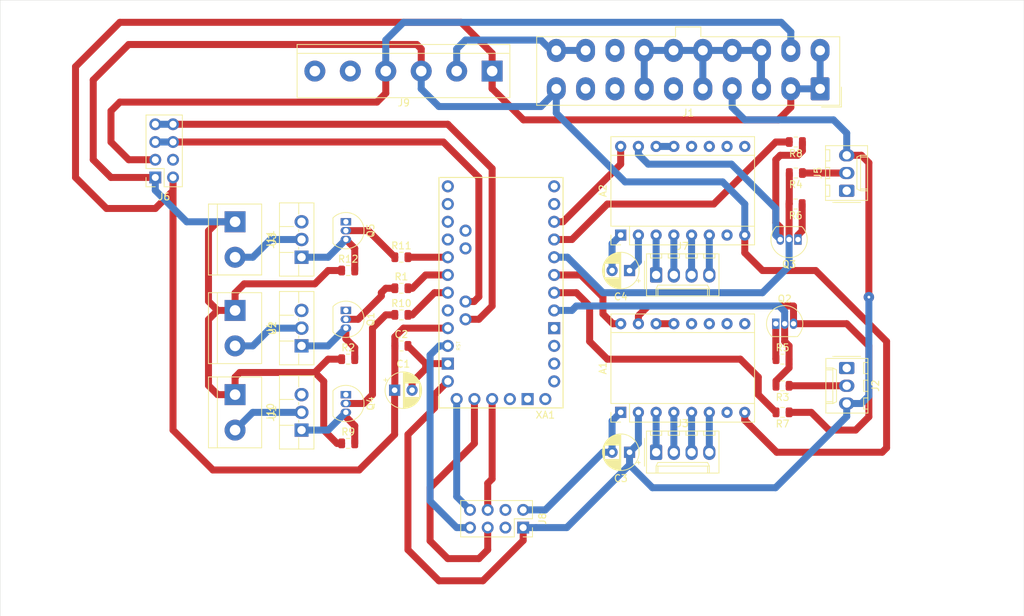
<source format=kicad_pcb>
(kicad_pcb (version 20171130) (host pcbnew "(5.1.5)-3")

  (general
    (thickness 1.6)
    (drawings 4)
    (tracks 305)
    (zones 0)
    (modules 38)
    (nets 71)
  )

  (page A4)
  (layers
    (0 F.Cu signal)
    (31 B.Cu signal)
    (32 B.Adhes user)
    (33 F.Adhes user)
    (34 B.Paste user)
    (35 F.Paste user)
    (36 B.SilkS user)
    (37 F.SilkS user)
    (38 B.Mask user)
    (39 F.Mask user)
    (40 Dwgs.User user)
    (41 Cmts.User user)
    (42 Eco1.User user)
    (43 Eco2.User user)
    (44 Edge.Cuts user)
    (45 Margin user)
    (46 B.CrtYd user)
    (47 F.CrtYd user)
    (48 B.Fab user)
    (49 F.Fab user)
  )

  (setup
    (last_trace_width 1)
    (trace_clearance 0.2)
    (zone_clearance 0.508)
    (zone_45_only no)
    (trace_min 0.2)
    (via_size 0.8)
    (via_drill 0.4)
    (via_min_size 0.4)
    (via_min_drill 0.3)
    (uvia_size 0.3)
    (uvia_drill 0.1)
    (uvias_allowed no)
    (uvia_min_size 0.2)
    (uvia_min_drill 0.1)
    (edge_width 0.05)
    (segment_width 0.2)
    (pcb_text_width 0.3)
    (pcb_text_size 1.5 1.5)
    (mod_edge_width 0.12)
    (mod_text_size 1 1)
    (mod_text_width 0.15)
    (pad_size 1.524 1.524)
    (pad_drill 0.762)
    (pad_to_mask_clearance 0.051)
    (solder_mask_min_width 0.25)
    (aux_axis_origin 0 0)
    (visible_elements 7FFFFFFF)
    (pcbplotparams
      (layerselection 0x010fc_fffffffe)
      (usegerberextensions false)
      (usegerberattributes false)
      (usegerberadvancedattributes false)
      (creategerberjobfile false)
      (excludeedgelayer true)
      (linewidth 0.100000)
      (plotframeref false)
      (viasonmask false)
      (mode 1)
      (useauxorigin false)
      (hpglpennumber 1)
      (hpglpenspeed 20)
      (hpglpendiameter 15.000000)
      (psnegative false)
      (psa4output false)
      (plotreference true)
      (plotvalue true)
      (plotinvisibletext false)
      (padsonsilk false)
      (subtractmaskfromsilk false)
      (outputformat 1)
      (mirror false)
      (drillshape 0)
      (scaleselection 1)
      (outputdirectory ""))
  )

  (net 0 "")
  (net 1 "Net-(J1-Pad9)")
  (net 2 "Net-(J1-Pad8)")
  (net 3 Dir_M1)
  (net 4 +12V)
  (net 5 Step_M1)
  (net 6 GND)
  (net 7 "Net-(A1-Pad13)")
  (net 8 "Net-(A1-Pad6)")
  (net 9 "Net-(A1-Pad5)")
  (net 10 "Net-(A1-Pad12)")
  (net 11 "Net-(A1-Pad4)")
  (net 12 "Net-(A1-Pad11)")
  (net 13 "Net-(A1-Pad3)")
  (net 14 "Net-(A1-Pad10)")
  (net 15 +5V)
  (net 16 "Net-(A1-Pad9)")
  (net 17 Dir_M2)
  (net 18 Step_M2)
  (net 19 "Net-(A2-Pad13)")
  (net 20 "Net-(A2-Pad6)")
  (net 21 "Net-(A2-Pad5)")
  (net 22 "Net-(A2-Pad12)")
  (net 23 "Net-(A2-Pad4)")
  (net 24 "Net-(A2-Pad11)")
  (net 25 "Net-(A2-Pad3)")
  (net 26 "Net-(A2-Pad10)")
  (net 27 "Net-(A2-Pad9)")
  (net 28 +3V3)
  (net 29 -5V)
  (net 30 -12V)
  (net 31 SigLS_1)
  (net 32 "Net-(J4-Pad2)")
  (net 33 SigLS_2)
  (net 34 I2C_SDA)
  (net 35 I2C_SCL)
  (net 36 "Net-(Q1-Pad3)")
  (net 37 "Net-(Q1-Pad2)")
  (net 38 ValvulaG)
  (net 39 "Net-(J2-Pad2)")
  (net 40 "Net-(J5-Pad2)")
  (net 41 P_RST)
  (net 42 P_RX)
  (net 43 P_TX)
  (net 44 "Net-(J8-Pad4)")
  (net 45 "Net-(J8-Pad3)")
  (net 46 "Net-(J10-Pad2)")
  (net 47 "Net-(J11-Pad2)")
  (net 48 "Net-(Q4-Pad3)")
  (net 49 "Net-(Q4-Pad2)")
  (net 50 "Net-(Q5-Pad3)")
  (net 51 "Net-(Q5-Pad2)")
  (net 52 Ac_Ex_2)
  (net 53 A_Step_M1)
  (net 54 A_Step_M2)
  (net 55 Ac_Ex_1)
  (net 56 "Net-(XA1-PadD0)")
  (net 57 "Net-(XA1-PadD1)")
  (net 58 "Net-(XA1-PadA7)")
  (net 59 "Net-(XA1-PadA6)")
  (net 60 P_DTR)
  (net 61 "Net-(XA1-PadPD8)")
  (net 62 "Net-(XA1-PadLPC6)")
  (net 63 "Net-(XA1-PadBLK)")
  (net 64 "Net-(XA1-PadPB2)")
  (net 65 "Net-(XA1-PadPC3)")
  (net 66 "Net-(XA1-PadPB5)")
  (net 67 "Net-(XA1-PadPB4)")
  (net 68 "Net-(XA1-PadPB3)")
  (net 69 "Net-(XA1-PadPVIN)")
  (net 70 "Net-(XA1-PadPD9)")

  (net_class Default "Esta es la clase de red por defecto."
    (clearance 0.2)
    (trace_width 1)
    (via_dia 0.8)
    (via_drill 0.4)
    (uvia_dia 0.3)
    (uvia_drill 0.1)
    (add_net +12V)
    (add_net +3V3)
    (add_net +5V)
    (add_net -12V)
    (add_net -5V)
    (add_net A_Step_M1)
    (add_net A_Step_M2)
    (add_net Ac_Ex_1)
    (add_net Ac_Ex_2)
    (add_net Dir_M1)
    (add_net Dir_M2)
    (add_net GND)
    (add_net I2C_SCL)
    (add_net I2C_SDA)
    (add_net "Net-(A1-Pad10)")
    (add_net "Net-(A1-Pad11)")
    (add_net "Net-(A1-Pad12)")
    (add_net "Net-(A1-Pad13)")
    (add_net "Net-(A1-Pad3)")
    (add_net "Net-(A1-Pad4)")
    (add_net "Net-(A1-Pad5)")
    (add_net "Net-(A1-Pad6)")
    (add_net "Net-(A1-Pad9)")
    (add_net "Net-(A2-Pad10)")
    (add_net "Net-(A2-Pad11)")
    (add_net "Net-(A2-Pad12)")
    (add_net "Net-(A2-Pad13)")
    (add_net "Net-(A2-Pad3)")
    (add_net "Net-(A2-Pad4)")
    (add_net "Net-(A2-Pad5)")
    (add_net "Net-(A2-Pad6)")
    (add_net "Net-(A2-Pad9)")
    (add_net "Net-(J1-Pad8)")
    (add_net "Net-(J1-Pad9)")
    (add_net "Net-(J10-Pad2)")
    (add_net "Net-(J11-Pad2)")
    (add_net "Net-(J2-Pad2)")
    (add_net "Net-(J4-Pad2)")
    (add_net "Net-(J5-Pad2)")
    (add_net "Net-(J8-Pad3)")
    (add_net "Net-(J8-Pad4)")
    (add_net "Net-(Q1-Pad2)")
    (add_net "Net-(Q1-Pad3)")
    (add_net "Net-(Q4-Pad2)")
    (add_net "Net-(Q4-Pad3)")
    (add_net "Net-(Q5-Pad2)")
    (add_net "Net-(Q5-Pad3)")
    (add_net "Net-(XA1-PadA6)")
    (add_net "Net-(XA1-PadA7)")
    (add_net "Net-(XA1-PadBLK)")
    (add_net "Net-(XA1-PadD0)")
    (add_net "Net-(XA1-PadD1)")
    (add_net "Net-(XA1-PadLPC6)")
    (add_net "Net-(XA1-PadPB2)")
    (add_net "Net-(XA1-PadPB3)")
    (add_net "Net-(XA1-PadPB4)")
    (add_net "Net-(XA1-PadPB5)")
    (add_net "Net-(XA1-PadPC3)")
    (add_net "Net-(XA1-PadPD8)")
    (add_net "Net-(XA1-PadPD9)")
    (add_net "Net-(XA1-PadPVIN)")
    (add_net P_DTR)
    (add_net P_RST)
    (add_net P_RX)
    (add_net P_TX)
    (add_net SigLS_1)
    (add_net SigLS_2)
    (add_net Step_M1)
    (add_net Step_M2)
    (add_net ValvulaG)
  )

  (module PCB-fuente_2step_ATmega:Arduino_Mini_Socket (layer F.Cu) (tedit 5EAF279A) (tstamp 5EAFDE4D)
    (at 156.845 60.325 180)
    (descr https://store.arduino.cc/arduino-mini-05)
    (path /5F3225DE)
    (fp_text reference XA1 (at 2.54 -31.496) (layer F.SilkS)
      (effects (font (size 1 1) (thickness 0.15)))
    )
    (fp_text value Arduino_Pro_Mini_3V3 (at 8.89 -15.24 90) (layer F.Fab)
      (effects (font (size 1 1) (thickness 0.15)))
    )
    (fp_line (start 17.78 2.54) (end 0 2.54) (layer F.SilkS) (width 0.15))
    (fp_line (start 17.78 -30.48) (end 17.78 2.54) (layer F.SilkS) (width 0.15))
    (fp_line (start 0 -30.48) (end 17.78 -30.48) (layer F.SilkS) (width 0.15))
    (fp_line (start 0 2.54) (end 0 -30.48) (layer F.SilkS) (width 0.15))
    (fp_text user RST (at 14.986 -21.59 90) (layer F.SilkS)
      (effects (font (size 0.5 0.5) (thickness 0.075)))
    )
    (fp_line (start 18.034 3.81) (end -0.254 3.81) (layer F.CrtYd) (width 0.15))
    (fp_line (start 18.034 -30.734) (end 18.034 3.81) (layer F.CrtYd) (width 0.15))
    (fp_line (start -0.254 -30.734) (end 18.034 -30.734) (layer F.CrtYd) (width 0.15))
    (fp_line (start -0.254 3.81) (end -0.254 -30.734) (layer F.CrtYd) (width 0.15))
    (pad PD8 thru_hole circle (at 1.27 -1.27 180) (size 1.7272 1.7272) (drill 1.016) (layers *.Cu *.Mask)
      (net 61 "Net-(XA1-PadPD8)"))
    (pad A4 thru_hole circle (at 13.97 -17.78 180) (size 1.7272 1.7272) (drill 1.016) (layers *.Cu *.Mask)
      (net 34 I2C_SDA))
    (pad PD7 thru_hole circle (at 1.27 -3.81 180) (size 1.7272 1.7272) (drill 1.016) (layers *.Cu *.Mask)
      (net 17 Dir_M2))
    (pad PD6 thru_hole circle (at 1.27 -6.35 180) (size 1.7272 1.7272) (drill 1.016) (layers *.Cu *.Mask)
      (net 54 A_Step_M2))
    (pad PD5 thru_hole circle (at 1.27 -8.89 180) (size 1.7272 1.7272) (drill 1.016) (layers *.Cu *.Mask)
      (net 33 SigLS_2))
    (pad PD4 thru_hole circle (at 1.27 -11.43 180) (size 1.7272 1.7272) (drill 1.016) (layers *.Cu *.Mask)
      (net 3 Dir_M1))
    (pad PD3 thru_hole circle (at 1.27 -13.97 180) (size 1.7272 1.7272) (drill 1.016) (layers *.Cu *.Mask)
      (net 53 A_Step_M1))
    (pad PD2 thru_hole circle (at 1.27 -16.51 180) (size 1.7272 1.7272) (drill 1.016) (layers *.Cu *.Mask)
      (net 31 SigLS_1))
    (pad GND2 thru_hole rect (at 1.27 -19.05 180) (size 1.7272 1.7272) (drill 1.016) (layers *.Cu *.Mask)
      (net 6 GND))
    (pad LPC6 thru_hole circle (at 1.27 -21.59) (size 1.7272 1.7272) (drill 1.016) (layers *.Cu *.Mask)
      (net 62 "Net-(XA1-PadLPC6)"))
    (pad D0 thru_hole circle (at 1.27 -24.13 180) (size 1.7272 1.7272) (drill 1.016) (layers *.Cu *.Mask)
      (net 56 "Net-(XA1-PadD0)"))
    (pad D1 thru_hole circle (at 1.27 -26.67 180) (size 1.7272 1.7272) (drill 1.016) (layers *.Cu *.Mask)
      (net 57 "Net-(XA1-PadD1)"))
    (pad BLK thru_hole circle (at 2.54 -29.21 180) (size 1.7272 1.7272) (drill 1.016) (layers *.Cu *.Mask)
      (net 63 "Net-(XA1-PadBLK)"))
    (pad A5 thru_hole circle (at 13.97 -15.24 180) (size 1.7272 1.7272) (drill 1.016) (layers *.Cu *.Mask)
      (net 35 I2C_SCL))
    (pad A7 thru_hole circle (at 13.97 -7.62 180) (size 1.7272 1.7272) (drill 1.016) (layers *.Cu *.Mask)
      (net 58 "Net-(XA1-PadA7)"))
    (pad A6 thru_hole circle (at 13.97 -5.08 180) (size 1.7272 1.7272) (drill 1.016) (layers *.Cu *.Mask)
      (net 59 "Net-(XA1-PadA6)"))
    (pad VIN thru_hole circle (at 16.51 -19.05 180) (size 1.7272 1.7272) (drill 1.016) (layers *.Cu *.Mask)
      (net 28 +3V3))
    (pad PB2 thru_hole circle (at 16.51 1.27 180) (size 1.7272 1.7272) (drill 1.016) (layers *.Cu *.Mask)
      (net 64 "Net-(XA1-PadPB2)"))
    (pad PD9 thru_hole circle (at 1.27 1.27 180) (size 1.7272 1.7272) (drill 1.016) (layers *.Cu *.Mask)
      (net 70 "Net-(XA1-PadPD9)"))
    (pad GND3 thru_hole rect (at 16.51 -24.13 180) (size 1.7272 1.7272) (drill 1.016) (layers *.Cu *.Mask)
      (net 6 GND))
    (pad PC6 thru_hole circle (at 16.51 -21.59 180) (size 1.7272 1.7272) (drill 1.016) (layers *.Cu *.Mask)
      (net 41 P_RST))
    (pad 5V12V thru_hole circle (at 16.51 -26.67 180) (size 1.7272 1.7272) (drill 1.016) (layers *.Cu *.Mask)
      (net 15 +5V))
    (pad PC3 thru_hole circle (at 16.51 -16.51 180) (size 1.7272 1.7272) (drill 1.016) (layers *.Cu *.Mask)
      (net 65 "Net-(XA1-PadPC3)"))
    (pad PC2 thru_hole circle (at 16.51 -13.97 180) (size 1.7272 1.7272) (drill 1.016) (layers *.Cu *.Mask)
      (net 55 Ac_Ex_1))
    (pad PC1 thru_hole circle (at 16.51 -11.43 180) (size 1.7272 1.7272) (drill 1.016) (layers *.Cu *.Mask)
      (net 52 Ac_Ex_2))
    (pad PC0 thru_hole circle (at 16.51 -8.89 180) (size 1.7272 1.7272) (drill 1.016) (layers *.Cu *.Mask)
      (net 38 ValvulaG))
    (pad PB5 thru_hole circle (at 16.51 -6.35 180) (size 1.7272 1.7272) (drill 1.016) (layers *.Cu *.Mask)
      (net 66 "Net-(XA1-PadPB5)"))
    (pad PB4 thru_hole circle (at 16.51 -3.81 180) (size 1.7272 1.7272) (drill 1.016) (layers *.Cu *.Mask)
      (net 67 "Net-(XA1-PadPB4)"))
    (pad PB3 thru_hole circle (at 16.51 -1.27 180) (size 1.7272 1.7272) (drill 1.016) (layers *.Cu *.Mask)
      (net 68 "Net-(XA1-PadPB3)"))
    (pad GRN thru_hole circle (at 15.24 -29.21 180) (size 1.7272 1.7272) (drill 1.016) (layers *.Cu *.Mask)
      (net 60 P_DTR))
    (pad TX thru_hole circle (at 12.7 -29.21 180) (size 1.7272 1.7272) (drill 1.016) (layers *.Cu *.Mask)
      (net 43 P_TX))
    (pad RX thru_hole circle (at 10.16 -29.21 180) (size 1.7272 1.7272) (drill 1.016) (layers *.Cu *.Mask)
      (net 42 P_RX))
    (pad PVIN thru_hole circle (at 7.62 -29.21 180) (size 1.7272 1.7272) (drill 1.016) (layers *.Cu *.Mask)
      (net 69 "Net-(XA1-PadPVIN)"))
    (pad GND1 thru_hole rect (at 5.08 -29.21 180) (size 1.7272 1.7272) (drill 1.016) (layers *.Cu *.Mask)
      (net 6 GND))
  )

  (module Package_TO_SOT_THT:TO-220F-3_Vertical (layer F.Cu) (tedit 5AC8BA0D) (tstamp 5EAFAEA7)
    (at 119.38 69.215 90)
    (descr "TO-220F-3, Vertical, RM 2.54mm, see http://www.st.com/resource/en/datasheet/stp20nm60.pdf")
    (tags "TO-220F-3 Vertical RM 2.54mm")
    (path /5F0CDC5C)
    (fp_text reference U3 (at 2.54 -4.1675 90) (layer F.SilkS)
      (effects (font (size 1 1) (thickness 0.15)))
    )
    (fp_text value IRFZ44N (at 2.54 2.9025 90) (layer F.Fab)
      (effects (font (size 1 1) (thickness 0.15)))
    )
    (fp_text user %R (at 2.54 -4.1675 90) (layer F.Fab)
      (effects (font (size 1 1) (thickness 0.15)))
    )
    (fp_line (start 7.92 -3.3) (end -2.84 -3.3) (layer F.CrtYd) (width 0.05))
    (fp_line (start 7.92 1.91) (end 7.92 -3.3) (layer F.CrtYd) (width 0.05))
    (fp_line (start -2.84 1.91) (end 7.92 1.91) (layer F.CrtYd) (width 0.05))
    (fp_line (start -2.84 -3.3) (end -2.84 1.91) (layer F.CrtYd) (width 0.05))
    (fp_line (start 4.391 -3.168) (end 4.391 -1.15) (layer F.SilkS) (width 0.12))
    (fp_line (start 0.69 -3.168) (end 0.69 -1.15) (layer F.SilkS) (width 0.12))
    (fp_line (start 6.183 -0.408) (end 7.79 -0.408) (layer F.SilkS) (width 0.12))
    (fp_line (start 3.643 -0.408) (end 3.978 -0.408) (layer F.SilkS) (width 0.12))
    (fp_line (start 1.103 -0.408) (end 1.438 -0.408) (layer F.SilkS) (width 0.12))
    (fp_line (start -2.71 -0.408) (end -1.103 -0.408) (layer F.SilkS) (width 0.12))
    (fp_line (start 7.79 -3.168) (end 7.79 1.773) (layer F.SilkS) (width 0.12))
    (fp_line (start -2.71 -3.168) (end -2.71 1.773) (layer F.SilkS) (width 0.12))
    (fp_line (start -2.71 1.773) (end 7.79 1.773) (layer F.SilkS) (width 0.12))
    (fp_line (start -2.71 -3.168) (end 7.79 -3.168) (layer F.SilkS) (width 0.12))
    (fp_line (start 4.39 -3.0475) (end 4.39 -0.5275) (layer F.Fab) (width 0.1))
    (fp_line (start 0.69 -3.0475) (end 0.69 -0.5275) (layer F.Fab) (width 0.1))
    (fp_line (start -2.59 -0.5275) (end 7.67 -0.5275) (layer F.Fab) (width 0.1))
    (fp_line (start 7.67 -3.0475) (end -2.59 -3.0475) (layer F.Fab) (width 0.1))
    (fp_line (start 7.67 1.6525) (end 7.67 -3.0475) (layer F.Fab) (width 0.1))
    (fp_line (start -2.59 1.6525) (end 7.67 1.6525) (layer F.Fab) (width 0.1))
    (fp_line (start -2.59 -3.0475) (end -2.59 1.6525) (layer F.Fab) (width 0.1))
    (pad 3 thru_hole oval (at 5.08 0 90) (size 1.905 2) (drill 1.2) (layers *.Cu *.Mask)
      (net 6 GND))
    (pad 2 thru_hole oval (at 2.54 0 90) (size 1.905 2) (drill 1.2) (layers *.Cu *.Mask)
      (net 47 "Net-(J11-Pad2)"))
    (pad 1 thru_hole rect (at 0 0 90) (size 1.905 2) (drill 1.2) (layers *.Cu *.Mask)
      (net 50 "Net-(Q5-Pad3)"))
    (model ${KISYS3DMOD}/Package_TO_SOT_THT.3dshapes/TO-220F-3_Vertical.wrl
      (at (xyz 0 0 0))
      (scale (xyz 1 1 1))
      (rotate (xyz 0 0 0))
    )
  )

  (module Package_TO_SOT_THT:TO-220F-3_Vertical (layer F.Cu) (tedit 5AC8BA0D) (tstamp 5EB0229C)
    (at 119.38 93.98 90)
    (descr "TO-220F-3, Vertical, RM 2.54mm, see http://www.st.com/resource/en/datasheet/stp20nm60.pdf")
    (tags "TO-220F-3 Vertical RM 2.54mm")
    (path /5F0DCAF6)
    (fp_text reference U1 (at 2.54 -4.1675 90) (layer F.SilkS)
      (effects (font (size 1 1) (thickness 0.15)))
    )
    (fp_text value IRFZ44N (at 2.54 2.9025 90) (layer F.Fab)
      (effects (font (size 1 1) (thickness 0.15)))
    )
    (fp_text user %R (at 2.54 -4.1675 90) (layer F.Fab)
      (effects (font (size 1 1) (thickness 0.15)))
    )
    (fp_line (start 7.92 -3.3) (end -2.84 -3.3) (layer F.CrtYd) (width 0.05))
    (fp_line (start 7.92 1.91) (end 7.92 -3.3) (layer F.CrtYd) (width 0.05))
    (fp_line (start -2.84 1.91) (end 7.92 1.91) (layer F.CrtYd) (width 0.05))
    (fp_line (start -2.84 -3.3) (end -2.84 1.91) (layer F.CrtYd) (width 0.05))
    (fp_line (start 4.391 -3.168) (end 4.391 -1.15) (layer F.SilkS) (width 0.12))
    (fp_line (start 0.69 -3.168) (end 0.69 -1.15) (layer F.SilkS) (width 0.12))
    (fp_line (start 6.183 -0.408) (end 7.79 -0.408) (layer F.SilkS) (width 0.12))
    (fp_line (start 3.643 -0.408) (end 3.978 -0.408) (layer F.SilkS) (width 0.12))
    (fp_line (start 1.103 -0.408) (end 1.438 -0.408) (layer F.SilkS) (width 0.12))
    (fp_line (start -2.71 -0.408) (end -1.103 -0.408) (layer F.SilkS) (width 0.12))
    (fp_line (start 7.79 -3.168) (end 7.79 1.773) (layer F.SilkS) (width 0.12))
    (fp_line (start -2.71 -3.168) (end -2.71 1.773) (layer F.SilkS) (width 0.12))
    (fp_line (start -2.71 1.773) (end 7.79 1.773) (layer F.SilkS) (width 0.12))
    (fp_line (start -2.71 -3.168) (end 7.79 -3.168) (layer F.SilkS) (width 0.12))
    (fp_line (start 4.39 -3.0475) (end 4.39 -0.5275) (layer F.Fab) (width 0.1))
    (fp_line (start 0.69 -3.0475) (end 0.69 -0.5275) (layer F.Fab) (width 0.1))
    (fp_line (start -2.59 -0.5275) (end 7.67 -0.5275) (layer F.Fab) (width 0.1))
    (fp_line (start 7.67 -3.0475) (end -2.59 -3.0475) (layer F.Fab) (width 0.1))
    (fp_line (start 7.67 1.6525) (end 7.67 -3.0475) (layer F.Fab) (width 0.1))
    (fp_line (start -2.59 1.6525) (end 7.67 1.6525) (layer F.Fab) (width 0.1))
    (fp_line (start -2.59 -3.0475) (end -2.59 1.6525) (layer F.Fab) (width 0.1))
    (pad 3 thru_hole oval (at 5.08 0 90) (size 1.905 2) (drill 1.2) (layers *.Cu *.Mask)
      (net 6 GND))
    (pad 2 thru_hole oval (at 2.54 0 90) (size 1.905 2) (drill 1.2) (layers *.Cu *.Mask)
      (net 46 "Net-(J10-Pad2)"))
    (pad 1 thru_hole rect (at 0 0 90) (size 1.905 2) (drill 1.2) (layers *.Cu *.Mask)
      (net 48 "Net-(Q4-Pad3)"))
    (model ${KISYS3DMOD}/Package_TO_SOT_THT.3dshapes/TO-220F-3_Vertical.wrl
      (at (xyz 0 0 0))
      (scale (xyz 1 1 1))
      (rotate (xyz 0 0 0))
    )
  )

  (module Resistor_SMD:R_0805_2012Metric (layer F.Cu) (tedit 5B36C52B) (tstamp 5EB00B01)
    (at 126.0625 71.12)
    (descr "Resistor SMD 0805 (2012 Metric), square (rectangular) end terminal, IPC_7351 nominal, (Body size source: https://docs.google.com/spreadsheets/d/1BsfQQcO9C6DZCsRaXUlFlo91Tg2WpOkGARC1WS5S8t0/edit?usp=sharing), generated with kicad-footprint-generator")
    (tags resistor)
    (path /5F0CDC50)
    (attr smd)
    (fp_text reference R12 (at 0 -1.65) (layer F.SilkS)
      (effects (font (size 1 1) (thickness 0.15)))
    )
    (fp_text value 1M (at 0 1.65) (layer F.Fab)
      (effects (font (size 1 1) (thickness 0.15)))
    )
    (fp_text user %R (at 0 0) (layer F.Fab)
      (effects (font (size 0.5 0.5) (thickness 0.08)))
    )
    (fp_line (start 1.68 0.95) (end -1.68 0.95) (layer F.CrtYd) (width 0.05))
    (fp_line (start 1.68 -0.95) (end 1.68 0.95) (layer F.CrtYd) (width 0.05))
    (fp_line (start -1.68 -0.95) (end 1.68 -0.95) (layer F.CrtYd) (width 0.05))
    (fp_line (start -1.68 0.95) (end -1.68 -0.95) (layer F.CrtYd) (width 0.05))
    (fp_line (start -0.258578 0.71) (end 0.258578 0.71) (layer F.SilkS) (width 0.12))
    (fp_line (start -0.258578 -0.71) (end 0.258578 -0.71) (layer F.SilkS) (width 0.12))
    (fp_line (start 1 0.6) (end -1 0.6) (layer F.Fab) (width 0.1))
    (fp_line (start 1 -0.6) (end 1 0.6) (layer F.Fab) (width 0.1))
    (fp_line (start -1 -0.6) (end 1 -0.6) (layer F.Fab) (width 0.1))
    (fp_line (start -1 0.6) (end -1 -0.6) (layer F.Fab) (width 0.1))
    (pad 2 smd roundrect (at 0.9375 0) (size 0.975 1.4) (layers F.Cu F.Paste F.Mask) (roundrect_rratio 0.25)
      (net 50 "Net-(Q5-Pad3)"))
    (pad 1 smd roundrect (at -0.9375 0) (size 0.975 1.4) (layers F.Cu F.Paste F.Mask) (roundrect_rratio 0.25)
      (net 4 +12V))
    (model ${KISYS3DMOD}/Resistor_SMD.3dshapes/R_0805_2012Metric.wrl
      (at (xyz 0 0 0))
      (scale (xyz 1 1 1))
      (rotate (xyz 0 0 0))
    )
  )

  (module Resistor_SMD:R_0805_2012Metric (layer F.Cu) (tedit 5B36C52B) (tstamp 5EAFAE24)
    (at 133.6825 69.215)
    (descr "Resistor SMD 0805 (2012 Metric), square (rectangular) end terminal, IPC_7351 nominal, (Body size source: https://docs.google.com/spreadsheets/d/1BsfQQcO9C6DZCsRaXUlFlo91Tg2WpOkGARC1WS5S8t0/edit?usp=sharing), generated with kicad-footprint-generator")
    (tags resistor)
    (path /5F0CDC56)
    (attr smd)
    (fp_text reference R11 (at 0 -1.65) (layer F.SilkS)
      (effects (font (size 1 1) (thickness 0.15)))
    )
    (fp_text value 1K (at 0 1.65) (layer F.Fab)
      (effects (font (size 1 1) (thickness 0.15)))
    )
    (fp_text user %R (at 0 0) (layer F.Fab)
      (effects (font (size 0.5 0.5) (thickness 0.08)))
    )
    (fp_line (start 1.68 0.95) (end -1.68 0.95) (layer F.CrtYd) (width 0.05))
    (fp_line (start 1.68 -0.95) (end 1.68 0.95) (layer F.CrtYd) (width 0.05))
    (fp_line (start -1.68 -0.95) (end 1.68 -0.95) (layer F.CrtYd) (width 0.05))
    (fp_line (start -1.68 0.95) (end -1.68 -0.95) (layer F.CrtYd) (width 0.05))
    (fp_line (start -0.258578 0.71) (end 0.258578 0.71) (layer F.SilkS) (width 0.12))
    (fp_line (start -0.258578 -0.71) (end 0.258578 -0.71) (layer F.SilkS) (width 0.12))
    (fp_line (start 1 0.6) (end -1 0.6) (layer F.Fab) (width 0.1))
    (fp_line (start 1 -0.6) (end 1 0.6) (layer F.Fab) (width 0.1))
    (fp_line (start -1 -0.6) (end 1 -0.6) (layer F.Fab) (width 0.1))
    (fp_line (start -1 0.6) (end -1 -0.6) (layer F.Fab) (width 0.1))
    (pad 2 smd roundrect (at 0.9375 0) (size 0.975 1.4) (layers F.Cu F.Paste F.Mask) (roundrect_rratio 0.25)
      (net 38 ValvulaG))
    (pad 1 smd roundrect (at -0.9375 0) (size 0.975 1.4) (layers F.Cu F.Paste F.Mask) (roundrect_rratio 0.25)
      (net 51 "Net-(Q5-Pad2)"))
    (model ${KISYS3DMOD}/Resistor_SMD.3dshapes/R_0805_2012Metric.wrl
      (at (xyz 0 0 0))
      (scale (xyz 1 1 1))
      (rotate (xyz 0 0 0))
    )
  )

  (module Resistor_SMD:R_0805_2012Metric (layer F.Cu) (tedit 5B36C52B) (tstamp 5EAFAE13)
    (at 133.6825 77.47)
    (descr "Resistor SMD 0805 (2012 Metric), square (rectangular) end terminal, IPC_7351 nominal, (Body size source: https://docs.google.com/spreadsheets/d/1BsfQQcO9C6DZCsRaXUlFlo91Tg2WpOkGARC1WS5S8t0/edit?usp=sharing), generated with kicad-footprint-generator")
    (tags resistor)
    (path /5F0DCAF0)
    (attr smd)
    (fp_text reference R10 (at 0 -1.65) (layer F.SilkS)
      (effects (font (size 1 1) (thickness 0.15)))
    )
    (fp_text value 1K (at 0 1.65) (layer F.Fab)
      (effects (font (size 1 1) (thickness 0.15)))
    )
    (fp_text user %R (at 0 0) (layer F.Fab)
      (effects (font (size 0.5 0.5) (thickness 0.08)))
    )
    (fp_line (start 1.68 0.95) (end -1.68 0.95) (layer F.CrtYd) (width 0.05))
    (fp_line (start 1.68 -0.95) (end 1.68 0.95) (layer F.CrtYd) (width 0.05))
    (fp_line (start -1.68 -0.95) (end 1.68 -0.95) (layer F.CrtYd) (width 0.05))
    (fp_line (start -1.68 0.95) (end -1.68 -0.95) (layer F.CrtYd) (width 0.05))
    (fp_line (start -0.258578 0.71) (end 0.258578 0.71) (layer F.SilkS) (width 0.12))
    (fp_line (start -0.258578 -0.71) (end 0.258578 -0.71) (layer F.SilkS) (width 0.12))
    (fp_line (start 1 0.6) (end -1 0.6) (layer F.Fab) (width 0.1))
    (fp_line (start 1 -0.6) (end 1 0.6) (layer F.Fab) (width 0.1))
    (fp_line (start -1 -0.6) (end 1 -0.6) (layer F.Fab) (width 0.1))
    (fp_line (start -1 0.6) (end -1 -0.6) (layer F.Fab) (width 0.1))
    (pad 2 smd roundrect (at 0.9375 0) (size 0.975 1.4) (layers F.Cu F.Paste F.Mask) (roundrect_rratio 0.25)
      (net 55 Ac_Ex_1))
    (pad 1 smd roundrect (at -0.9375 0) (size 0.975 1.4) (layers F.Cu F.Paste F.Mask) (roundrect_rratio 0.25)
      (net 49 "Net-(Q4-Pad2)"))
    (model ${KISYS3DMOD}/Resistor_SMD.3dshapes/R_0805_2012Metric.wrl
      (at (xyz 0 0 0))
      (scale (xyz 1 1 1))
      (rotate (xyz 0 0 0))
    )
  )

  (module Resistor_SMD:R_0805_2012Metric (layer F.Cu) (tedit 5B36C52B) (tstamp 5EAFAE02)
    (at 126.0625 95.885)
    (descr "Resistor SMD 0805 (2012 Metric), square (rectangular) end terminal, IPC_7351 nominal, (Body size source: https://docs.google.com/spreadsheets/d/1BsfQQcO9C6DZCsRaXUlFlo91Tg2WpOkGARC1WS5S8t0/edit?usp=sharing), generated with kicad-footprint-generator")
    (tags resistor)
    (path /5F0DCAEA)
    (attr smd)
    (fp_text reference R9 (at 0 -1.65) (layer F.SilkS)
      (effects (font (size 1 1) (thickness 0.15)))
    )
    (fp_text value 1M (at 0 1.65) (layer F.Fab)
      (effects (font (size 1 1) (thickness 0.15)))
    )
    (fp_text user %R (at 0 0) (layer F.Fab)
      (effects (font (size 0.5 0.5) (thickness 0.08)))
    )
    (fp_line (start 1.68 0.95) (end -1.68 0.95) (layer F.CrtYd) (width 0.05))
    (fp_line (start 1.68 -0.95) (end 1.68 0.95) (layer F.CrtYd) (width 0.05))
    (fp_line (start -1.68 -0.95) (end 1.68 -0.95) (layer F.CrtYd) (width 0.05))
    (fp_line (start -1.68 0.95) (end -1.68 -0.95) (layer F.CrtYd) (width 0.05))
    (fp_line (start -0.258578 0.71) (end 0.258578 0.71) (layer F.SilkS) (width 0.12))
    (fp_line (start -0.258578 -0.71) (end 0.258578 -0.71) (layer F.SilkS) (width 0.12))
    (fp_line (start 1 0.6) (end -1 0.6) (layer F.Fab) (width 0.1))
    (fp_line (start 1 -0.6) (end 1 0.6) (layer F.Fab) (width 0.1))
    (fp_line (start -1 -0.6) (end 1 -0.6) (layer F.Fab) (width 0.1))
    (fp_line (start -1 0.6) (end -1 -0.6) (layer F.Fab) (width 0.1))
    (pad 2 smd roundrect (at 0.9375 0) (size 0.975 1.4) (layers F.Cu F.Paste F.Mask) (roundrect_rratio 0.25)
      (net 48 "Net-(Q4-Pad3)"))
    (pad 1 smd roundrect (at -0.9375 0) (size 0.975 1.4) (layers F.Cu F.Paste F.Mask) (roundrect_rratio 0.25)
      (net 4 +12V))
    (model ${KISYS3DMOD}/Resistor_SMD.3dshapes/R_0805_2012Metric.wrl
      (at (xyz 0 0 0))
      (scale (xyz 1 1 1))
      (rotate (xyz 0 0 0))
    )
  )

  (module Resistor_SMD:R_0805_2012Metric (layer F.Cu) (tedit 5B36C52B) (tstamp 5EAFADF1)
    (at 190.1975 52.705 180)
    (descr "Resistor SMD 0805 (2012 Metric), square (rectangular) end terminal, IPC_7351 nominal, (Body size source: https://docs.google.com/spreadsheets/d/1BsfQQcO9C6DZCsRaXUlFlo91Tg2WpOkGARC1WS5S8t0/edit?usp=sharing), generated with kicad-footprint-generator")
    (tags resistor)
    (path /5EB0C2E7)
    (attr smd)
    (fp_text reference R8 (at 0 -1.65) (layer F.SilkS)
      (effects (font (size 1 1) (thickness 0.15)))
    )
    (fp_text value 1K (at 0 1.65) (layer F.Fab)
      (effects (font (size 1 1) (thickness 0.15)))
    )
    (fp_text user %R (at 0 0) (layer F.Fab)
      (effects (font (size 0.5 0.5) (thickness 0.08)))
    )
    (fp_line (start 1.68 0.95) (end -1.68 0.95) (layer F.CrtYd) (width 0.05))
    (fp_line (start 1.68 -0.95) (end 1.68 0.95) (layer F.CrtYd) (width 0.05))
    (fp_line (start -1.68 -0.95) (end 1.68 -0.95) (layer F.CrtYd) (width 0.05))
    (fp_line (start -1.68 0.95) (end -1.68 -0.95) (layer F.CrtYd) (width 0.05))
    (fp_line (start -0.258578 0.71) (end 0.258578 0.71) (layer F.SilkS) (width 0.12))
    (fp_line (start -0.258578 -0.71) (end 0.258578 -0.71) (layer F.SilkS) (width 0.12))
    (fp_line (start 1 0.6) (end -1 0.6) (layer F.Fab) (width 0.1))
    (fp_line (start 1 -0.6) (end 1 0.6) (layer F.Fab) (width 0.1))
    (fp_line (start -1 -0.6) (end 1 -0.6) (layer F.Fab) (width 0.1))
    (fp_line (start -1 0.6) (end -1 -0.6) (layer F.Fab) (width 0.1))
    (pad 2 smd roundrect (at 0.9375 0 180) (size 0.975 1.4) (layers F.Cu F.Paste F.Mask) (roundrect_rratio 0.25)
      (net 54 A_Step_M2))
    (pad 1 smd roundrect (at -0.9375 0 180) (size 0.975 1.4) (layers F.Cu F.Paste F.Mask) (roundrect_rratio 0.25)
      (net 18 Step_M2))
    (model ${KISYS3DMOD}/Resistor_SMD.3dshapes/R_0805_2012Metric.wrl
      (at (xyz 0 0 0))
      (scale (xyz 1 1 1))
      (rotate (xyz 0 0 0))
    )
  )

  (module Resistor_SMD:R_0805_2012Metric (layer F.Cu) (tedit 5B36C52B) (tstamp 5EAFFDC9)
    (at 188.2925 91.44 180)
    (descr "Resistor SMD 0805 (2012 Metric), square (rectangular) end terminal, IPC_7351 nominal, (Body size source: https://docs.google.com/spreadsheets/d/1BsfQQcO9C6DZCsRaXUlFlo91Tg2WpOkGARC1WS5S8t0/edit?usp=sharing), generated with kicad-footprint-generator")
    (tags resistor)
    (path /5EEEF898)
    (attr smd)
    (fp_text reference R7 (at 0 -1.65) (layer F.SilkS)
      (effects (font (size 1 1) (thickness 0.15)))
    )
    (fp_text value 1K (at 0 1.65) (layer F.Fab)
      (effects (font (size 1 1) (thickness 0.15)))
    )
    (fp_text user %R (at 0 0) (layer F.Fab)
      (effects (font (size 0.5 0.5) (thickness 0.08)))
    )
    (fp_line (start 1.68 0.95) (end -1.68 0.95) (layer F.CrtYd) (width 0.05))
    (fp_line (start 1.68 -0.95) (end 1.68 0.95) (layer F.CrtYd) (width 0.05))
    (fp_line (start -1.68 -0.95) (end 1.68 -0.95) (layer F.CrtYd) (width 0.05))
    (fp_line (start -1.68 0.95) (end -1.68 -0.95) (layer F.CrtYd) (width 0.05))
    (fp_line (start -0.258578 0.71) (end 0.258578 0.71) (layer F.SilkS) (width 0.12))
    (fp_line (start -0.258578 -0.71) (end 0.258578 -0.71) (layer F.SilkS) (width 0.12))
    (fp_line (start 1 0.6) (end -1 0.6) (layer F.Fab) (width 0.1))
    (fp_line (start 1 -0.6) (end 1 0.6) (layer F.Fab) (width 0.1))
    (fp_line (start -1 -0.6) (end 1 -0.6) (layer F.Fab) (width 0.1))
    (fp_line (start -1 0.6) (end -1 -0.6) (layer F.Fab) (width 0.1))
    (pad 2 smd roundrect (at 0.9375 0 180) (size 0.975 1.4) (layers F.Cu F.Paste F.Mask) (roundrect_rratio 0.25)
      (net 53 A_Step_M1))
    (pad 1 smd roundrect (at -0.9375 0 180) (size 0.975 1.4) (layers F.Cu F.Paste F.Mask) (roundrect_rratio 0.25)
      (net 5 Step_M1))
    (model ${KISYS3DMOD}/Resistor_SMD.3dshapes/R_0805_2012Metric.wrl
      (at (xyz 0 0 0))
      (scale (xyz 1 1 1))
      (rotate (xyz 0 0 0))
    )
  )

  (module Resistor_SMD:R_0805_2012Metric (layer F.Cu) (tedit 5B36C52B) (tstamp 5EB00A1B)
    (at 190.1675 61.595 180)
    (descr "Resistor SMD 0805 (2012 Metric), square (rectangular) end terminal, IPC_7351 nominal, (Body size source: https://docs.google.com/spreadsheets/d/1BsfQQcO9C6DZCsRaXUlFlo91Tg2WpOkGARC1WS5S8t0/edit?usp=sharing), generated with kicad-footprint-generator")
    (tags resistor)
    (path /5EB115CC)
    (attr smd)
    (fp_text reference R6 (at 0 -1.65) (layer F.SilkS)
      (effects (font (size 1 1) (thickness 0.15)))
    )
    (fp_text value 3K3 (at 0 1.65) (layer F.Fab)
      (effects (font (size 1 1) (thickness 0.15)))
    )
    (fp_text user %R (at 0 0) (layer F.Fab)
      (effects (font (size 0.5 0.5) (thickness 0.08)))
    )
    (fp_line (start 1.68 0.95) (end -1.68 0.95) (layer F.CrtYd) (width 0.05))
    (fp_line (start 1.68 -0.95) (end 1.68 0.95) (layer F.CrtYd) (width 0.05))
    (fp_line (start -1.68 -0.95) (end 1.68 -0.95) (layer F.CrtYd) (width 0.05))
    (fp_line (start -1.68 0.95) (end -1.68 -0.95) (layer F.CrtYd) (width 0.05))
    (fp_line (start -0.258578 0.71) (end 0.258578 0.71) (layer F.SilkS) (width 0.12))
    (fp_line (start -0.258578 -0.71) (end 0.258578 -0.71) (layer F.SilkS) (width 0.12))
    (fp_line (start 1 0.6) (end -1 0.6) (layer F.Fab) (width 0.1))
    (fp_line (start 1 -0.6) (end 1 0.6) (layer F.Fab) (width 0.1))
    (fp_line (start -1 -0.6) (end 1 -0.6) (layer F.Fab) (width 0.1))
    (fp_line (start -1 0.6) (end -1 -0.6) (layer F.Fab) (width 0.1))
    (pad 2 smd roundrect (at 0.9375 0 180) (size 0.975 1.4) (layers F.Cu F.Paste F.Mask) (roundrect_rratio 0.25)
      (net 33 SigLS_2))
    (pad 1 smd roundrect (at -0.9375 0 180) (size 0.975 1.4) (layers F.Cu F.Paste F.Mask) (roundrect_rratio 0.25)
      (net 6 GND))
    (model ${KISYS3DMOD}/Resistor_SMD.3dshapes/R_0805_2012Metric.wrl
      (at (xyz 0 0 0))
      (scale (xyz 1 1 1))
      (rotate (xyz 0 0 0))
    )
  )

  (module Resistor_SMD:R_0805_2012Metric (layer F.Cu) (tedit 5B36C52B) (tstamp 5EB015FE)
    (at 188.2925 83.82)
    (descr "Resistor SMD 0805 (2012 Metric), square (rectangular) end terminal, IPC_7351 nominal, (Body size source: https://docs.google.com/spreadsheets/d/1BsfQQcO9C6DZCsRaXUlFlo91Tg2WpOkGARC1WS5S8t0/edit?usp=sharing), generated with kicad-footprint-generator")
    (tags resistor)
    (path /5EF2CB55)
    (attr smd)
    (fp_text reference R5 (at 0 -1.65) (layer F.SilkS)
      (effects (font (size 1 1) (thickness 0.15)))
    )
    (fp_text value 3K3 (at 0 1.65) (layer F.Fab)
      (effects (font (size 1 1) (thickness 0.15)))
    )
    (fp_text user %R (at 0 0) (layer F.Fab)
      (effects (font (size 0.5 0.5) (thickness 0.08)))
    )
    (fp_line (start 1.68 0.95) (end -1.68 0.95) (layer F.CrtYd) (width 0.05))
    (fp_line (start 1.68 -0.95) (end 1.68 0.95) (layer F.CrtYd) (width 0.05))
    (fp_line (start -1.68 -0.95) (end 1.68 -0.95) (layer F.CrtYd) (width 0.05))
    (fp_line (start -1.68 0.95) (end -1.68 -0.95) (layer F.CrtYd) (width 0.05))
    (fp_line (start -0.258578 0.71) (end 0.258578 0.71) (layer F.SilkS) (width 0.12))
    (fp_line (start -0.258578 -0.71) (end 0.258578 -0.71) (layer F.SilkS) (width 0.12))
    (fp_line (start 1 0.6) (end -1 0.6) (layer F.Fab) (width 0.1))
    (fp_line (start 1 -0.6) (end 1 0.6) (layer F.Fab) (width 0.1))
    (fp_line (start -1 -0.6) (end 1 -0.6) (layer F.Fab) (width 0.1))
    (fp_line (start -1 0.6) (end -1 -0.6) (layer F.Fab) (width 0.1))
    (pad 2 smd roundrect (at 0.9375 0) (size 0.975 1.4) (layers F.Cu F.Paste F.Mask) (roundrect_rratio 0.25)
      (net 31 SigLS_1))
    (pad 1 smd roundrect (at -0.9375 0) (size 0.975 1.4) (layers F.Cu F.Paste F.Mask) (roundrect_rratio 0.25)
      (net 6 GND))
    (model ${KISYS3DMOD}/Resistor_SMD.3dshapes/R_0805_2012Metric.wrl
      (at (xyz 0 0 0))
      (scale (xyz 1 1 1))
      (rotate (xyz 0 0 0))
    )
  )

  (module Resistor_SMD:R_0805_2012Metric (layer F.Cu) (tedit 5B36C52B) (tstamp 5EB00180)
    (at 190.1975 57.15 180)
    (descr "Resistor SMD 0805 (2012 Metric), square (rectangular) end terminal, IPC_7351 nominal, (Body size source: https://docs.google.com/spreadsheets/d/1BsfQQcO9C6DZCsRaXUlFlo91Tg2WpOkGARC1WS5S8t0/edit?usp=sharing), generated with kicad-footprint-generator")
    (tags resistor)
    (path /5EE04F58)
    (attr smd)
    (fp_text reference R4 (at 0 -1.65) (layer F.SilkS)
      (effects (font (size 1 1) (thickness 0.15)))
    )
    (fp_text value 2K2 (at 0 1.65) (layer F.Fab)
      (effects (font (size 1 1) (thickness 0.15)))
    )
    (fp_text user %R (at 0 0) (layer F.Fab)
      (effects (font (size 0.5 0.5) (thickness 0.08)))
    )
    (fp_line (start 1.68 0.95) (end -1.68 0.95) (layer F.CrtYd) (width 0.05))
    (fp_line (start 1.68 -0.95) (end 1.68 0.95) (layer F.CrtYd) (width 0.05))
    (fp_line (start -1.68 -0.95) (end 1.68 -0.95) (layer F.CrtYd) (width 0.05))
    (fp_line (start -1.68 0.95) (end -1.68 -0.95) (layer F.CrtYd) (width 0.05))
    (fp_line (start -0.258578 0.71) (end 0.258578 0.71) (layer F.SilkS) (width 0.12))
    (fp_line (start -0.258578 -0.71) (end 0.258578 -0.71) (layer F.SilkS) (width 0.12))
    (fp_line (start 1 0.6) (end -1 0.6) (layer F.Fab) (width 0.1))
    (fp_line (start 1 -0.6) (end 1 0.6) (layer F.Fab) (width 0.1))
    (fp_line (start -1 -0.6) (end 1 -0.6) (layer F.Fab) (width 0.1))
    (fp_line (start -1 0.6) (end -1 -0.6) (layer F.Fab) (width 0.1))
    (pad 2 smd roundrect (at 0.9375 0 180) (size 0.975 1.4) (layers F.Cu F.Paste F.Mask) (roundrect_rratio 0.25)
      (net 33 SigLS_2))
    (pad 1 smd roundrect (at -0.9375 0 180) (size 0.975 1.4) (layers F.Cu F.Paste F.Mask) (roundrect_rratio 0.25)
      (net 40 "Net-(J5-Pad2)"))
    (model ${KISYS3DMOD}/Resistor_SMD.3dshapes/R_0805_2012Metric.wrl
      (at (xyz 0 0 0))
      (scale (xyz 1 1 1))
      (rotate (xyz 0 0 0))
    )
  )

  (module Resistor_SMD:R_0805_2012Metric (layer F.Cu) (tedit 5B36C52B) (tstamp 5EAFAD9C)
    (at 188.2925 87.63 180)
    (descr "Resistor SMD 0805 (2012 Metric), square (rectangular) end terminal, IPC_7351 nominal, (Body size source: https://docs.google.com/spreadsheets/d/1BsfQQcO9C6DZCsRaXUlFlo91Tg2WpOkGARC1WS5S8t0/edit?usp=sharing), generated with kicad-footprint-generator")
    (tags resistor)
    (path /5EF2D8D9)
    (attr smd)
    (fp_text reference R3 (at 0 -1.65) (layer F.SilkS)
      (effects (font (size 1 1) (thickness 0.15)))
    )
    (fp_text value 2K2 (at 0 1.65) (layer F.Fab)
      (effects (font (size 1 1) (thickness 0.15)))
    )
    (fp_text user %R (at 0 0 90) (layer F.Fab)
      (effects (font (size 0.5 0.5) (thickness 0.08)))
    )
    (fp_line (start 1.68 0.95) (end -1.68 0.95) (layer F.CrtYd) (width 0.05))
    (fp_line (start 1.68 -0.95) (end 1.68 0.95) (layer F.CrtYd) (width 0.05))
    (fp_line (start -1.68 -0.95) (end 1.68 -0.95) (layer F.CrtYd) (width 0.05))
    (fp_line (start -1.68 0.95) (end -1.68 -0.95) (layer F.CrtYd) (width 0.05))
    (fp_line (start -0.258578 0.71) (end 0.258578 0.71) (layer F.SilkS) (width 0.12))
    (fp_line (start -0.258578 -0.71) (end 0.258578 -0.71) (layer F.SilkS) (width 0.12))
    (fp_line (start 1 0.6) (end -1 0.6) (layer F.Fab) (width 0.1))
    (fp_line (start 1 -0.6) (end 1 0.6) (layer F.Fab) (width 0.1))
    (fp_line (start -1 -0.6) (end 1 -0.6) (layer F.Fab) (width 0.1))
    (fp_line (start -1 0.6) (end -1 -0.6) (layer F.Fab) (width 0.1))
    (pad 2 smd roundrect (at 0.9375 0 180) (size 0.975 1.4) (layers F.Cu F.Paste F.Mask) (roundrect_rratio 0.25)
      (net 31 SigLS_1))
    (pad 1 smd roundrect (at -0.9375 0 180) (size 0.975 1.4) (layers F.Cu F.Paste F.Mask) (roundrect_rratio 0.25)
      (net 39 "Net-(J2-Pad2)"))
    (model ${KISYS3DMOD}/Resistor_SMD.3dshapes/R_0805_2012Metric.wrl
      (at (xyz 0 0 0))
      (scale (xyz 1 1 1))
      (rotate (xyz 0 0 0))
    )
  )

  (module Package_TO_SOT_THT:TO-92_Inline (layer F.Cu) (tedit 5A1DD157) (tstamp 5EAFAD4B)
    (at 125.73 64.135 270)
    (descr "TO-92 leads in-line, narrow, oval pads, drill 0.75mm (see NXP sot054_po.pdf)")
    (tags "to-92 sc-43 sc-43a sot54 PA33 transistor")
    (path /5F0CDC62)
    (fp_text reference Q5 (at 1.27 -3.56 90) (layer F.SilkS)
      (effects (font (size 1 1) (thickness 0.15)))
    )
    (fp_text value 2N7000 (at 1.27 2.79 90) (layer F.Fab)
      (effects (font (size 1 1) (thickness 0.15)))
    )
    (fp_arc (start 1.27 0) (end 1.27 -2.6) (angle 135) (layer F.SilkS) (width 0.12))
    (fp_arc (start 1.27 0) (end 1.27 -2.48) (angle -135) (layer F.Fab) (width 0.1))
    (fp_arc (start 1.27 0) (end 1.27 -2.6) (angle -135) (layer F.SilkS) (width 0.12))
    (fp_arc (start 1.27 0) (end 1.27 -2.48) (angle 135) (layer F.Fab) (width 0.1))
    (fp_line (start 4 2.01) (end -1.46 2.01) (layer F.CrtYd) (width 0.05))
    (fp_line (start 4 2.01) (end 4 -2.73) (layer F.CrtYd) (width 0.05))
    (fp_line (start -1.46 -2.73) (end -1.46 2.01) (layer F.CrtYd) (width 0.05))
    (fp_line (start -1.46 -2.73) (end 4 -2.73) (layer F.CrtYd) (width 0.05))
    (fp_line (start -0.5 1.75) (end 3 1.75) (layer F.Fab) (width 0.1))
    (fp_line (start -0.53 1.85) (end 3.07 1.85) (layer F.SilkS) (width 0.12))
    (fp_text user %R (at 1.27 -3.56 90) (layer F.Fab)
      (effects (font (size 1 1) (thickness 0.15)))
    )
    (pad 1 thru_hole rect (at 0 0 270) (size 1.05 1.5) (drill 0.75) (layers *.Cu *.Mask)
      (net 6 GND))
    (pad 3 thru_hole oval (at 2.54 0 270) (size 1.05 1.5) (drill 0.75) (layers *.Cu *.Mask)
      (net 50 "Net-(Q5-Pad3)"))
    (pad 2 thru_hole oval (at 1.27 0 270) (size 1.05 1.5) (drill 0.75) (layers *.Cu *.Mask)
      (net 51 "Net-(Q5-Pad2)"))
    (model ${KISYS3DMOD}/Package_TO_SOT_THT.3dshapes/TO-92_Inline.wrl
      (at (xyz 0 0 0))
      (scale (xyz 1 1 1))
      (rotate (xyz 0 0 0))
    )
  )

  (module Package_TO_SOT_THT:TO-92_Inline (layer F.Cu) (tedit 5A1DD157) (tstamp 5EB02C0C)
    (at 125.73 88.9 270)
    (descr "TO-92 leads in-line, narrow, oval pads, drill 0.75mm (see NXP sot054_po.pdf)")
    (tags "to-92 sc-43 sc-43a sot54 PA33 transistor")
    (path /5F0DCAFC)
    (fp_text reference Q4 (at 1.27 -3.56 90) (layer F.SilkS)
      (effects (font (size 1 1) (thickness 0.15)))
    )
    (fp_text value 2N7000 (at 1.27 2.79 90) (layer F.Fab)
      (effects (font (size 1 1) (thickness 0.15)))
    )
    (fp_arc (start 1.27 0) (end 1.27 -2.6) (angle 135) (layer F.SilkS) (width 0.12))
    (fp_arc (start 1.27 0) (end 1.27 -2.48) (angle -135) (layer F.Fab) (width 0.1))
    (fp_arc (start 1.27 0) (end 1.27 -2.6) (angle -135) (layer F.SilkS) (width 0.12))
    (fp_arc (start 1.27 0) (end 1.27 -2.48) (angle 135) (layer F.Fab) (width 0.1))
    (fp_line (start 4 2.01) (end -1.46 2.01) (layer F.CrtYd) (width 0.05))
    (fp_line (start 4 2.01) (end 4 -2.73) (layer F.CrtYd) (width 0.05))
    (fp_line (start -1.46 -2.73) (end -1.46 2.01) (layer F.CrtYd) (width 0.05))
    (fp_line (start -1.46 -2.73) (end 4 -2.73) (layer F.CrtYd) (width 0.05))
    (fp_line (start -0.5 1.75) (end 3 1.75) (layer F.Fab) (width 0.1))
    (fp_line (start -0.53 1.85) (end 3.07 1.85) (layer F.SilkS) (width 0.12))
    (fp_text user %R (at 1.27 -3.56 90) (layer F.Fab)
      (effects (font (size 1 1) (thickness 0.15)))
    )
    (pad 1 thru_hole rect (at 0 0 270) (size 1.05 1.5) (drill 0.75) (layers *.Cu *.Mask)
      (net 6 GND))
    (pad 3 thru_hole oval (at 2.54 0 270) (size 1.05 1.5) (drill 0.75) (layers *.Cu *.Mask)
      (net 48 "Net-(Q4-Pad3)"))
    (pad 2 thru_hole oval (at 1.27 0 270) (size 1.05 1.5) (drill 0.75) (layers *.Cu *.Mask)
      (net 49 "Net-(Q4-Pad2)"))
    (model ${KISYS3DMOD}/Package_TO_SOT_THT.3dshapes/TO-92_Inline.wrl
      (at (xyz 0 0 0))
      (scale (xyz 1 1 1))
      (rotate (xyz 0 0 0))
    )
  )

  (module Package_TO_SOT_THT:TO-92_Inline (layer F.Cu) (tedit 5A1DD157) (tstamp 5EAFAD27)
    (at 190.5 66.675 180)
    (descr "TO-92 leads in-line, narrow, oval pads, drill 0.75mm (see NXP sot054_po.pdf)")
    (tags "to-92 sc-43 sc-43a sot54 PA33 transistor")
    (path /5EAFFBF6)
    (fp_text reference Q3 (at 1.27 -3.56) (layer F.SilkS)
      (effects (font (size 1 1) (thickness 0.15)))
    )
    (fp_text value 2N7000 (at 1.27 2.79) (layer F.Fab)
      (effects (font (size 1 1) (thickness 0.15)))
    )
    (fp_arc (start 1.27 0) (end 1.27 -2.6) (angle 135) (layer F.SilkS) (width 0.12))
    (fp_arc (start 1.27 0) (end 1.27 -2.48) (angle -135) (layer F.Fab) (width 0.1))
    (fp_arc (start 1.27 0) (end 1.27 -2.6) (angle -135) (layer F.SilkS) (width 0.12))
    (fp_arc (start 1.27 0) (end 1.27 -2.48) (angle 135) (layer F.Fab) (width 0.1))
    (fp_line (start 4 2.01) (end -1.46 2.01) (layer F.CrtYd) (width 0.05))
    (fp_line (start 4 2.01) (end 4 -2.73) (layer F.CrtYd) (width 0.05))
    (fp_line (start -1.46 -2.73) (end -1.46 2.01) (layer F.CrtYd) (width 0.05))
    (fp_line (start -1.46 -2.73) (end 4 -2.73) (layer F.CrtYd) (width 0.05))
    (fp_line (start -0.5 1.75) (end 3 1.75) (layer F.Fab) (width 0.1))
    (fp_line (start -0.53 1.85) (end 3.07 1.85) (layer F.SilkS) (width 0.12))
    (fp_text user %R (at 1.27 -3.56) (layer F.Fab)
      (effects (font (size 1 1) (thickness 0.15)))
    )
    (pad 1 thru_hole rect (at 0 0 180) (size 1.05 1.5) (drill 0.75) (layers *.Cu *.Mask)
      (net 6 GND))
    (pad 3 thru_hole oval (at 2.54 0 180) (size 1.05 1.5) (drill 0.75) (layers *.Cu *.Mask)
      (net 18 Step_M2))
    (pad 2 thru_hole oval (at 1.27 0 180) (size 1.05 1.5) (drill 0.75) (layers *.Cu *.Mask)
      (net 33 SigLS_2))
    (model ${KISYS3DMOD}/Package_TO_SOT_THT.3dshapes/TO-92_Inline.wrl
      (at (xyz 0 0 0))
      (scale (xyz 1 1 1))
      (rotate (xyz 0 0 0))
    )
  )

  (module Package_TO_SOT_THT:TO-92_Inline (layer F.Cu) (tedit 5A1DD157) (tstamp 5EAFAD15)
    (at 187.325 78.74)
    (descr "TO-92 leads in-line, narrow, oval pads, drill 0.75mm (see NXP sot054_po.pdf)")
    (tags "to-92 sc-43 sc-43a sot54 PA33 transistor")
    (path /5ECD13EF)
    (fp_text reference Q2 (at 1.27 -3.56) (layer F.SilkS)
      (effects (font (size 1 1) (thickness 0.15)))
    )
    (fp_text value 2N7000 (at 1.27 2.79) (layer F.Fab)
      (effects (font (size 1 1) (thickness 0.15)))
    )
    (fp_arc (start 1.27 0) (end 1.27 -2.6) (angle 135) (layer F.SilkS) (width 0.12))
    (fp_arc (start 1.27 0) (end 1.27 -2.48) (angle -135) (layer F.Fab) (width 0.1))
    (fp_arc (start 1.27 0) (end 1.27 -2.6) (angle -135) (layer F.SilkS) (width 0.12))
    (fp_arc (start 1.27 0) (end 1.27 -2.48) (angle 135) (layer F.Fab) (width 0.1))
    (fp_line (start 4 2.01) (end -1.46 2.01) (layer F.CrtYd) (width 0.05))
    (fp_line (start 4 2.01) (end 4 -2.73) (layer F.CrtYd) (width 0.05))
    (fp_line (start -1.46 -2.73) (end -1.46 2.01) (layer F.CrtYd) (width 0.05))
    (fp_line (start -1.46 -2.73) (end 4 -2.73) (layer F.CrtYd) (width 0.05))
    (fp_line (start -0.5 1.75) (end 3 1.75) (layer F.Fab) (width 0.1))
    (fp_line (start -0.53 1.85) (end 3.07 1.85) (layer F.SilkS) (width 0.12))
    (fp_text user %R (at 1.27 -3.56) (layer F.Fab)
      (effects (font (size 1 1) (thickness 0.15)))
    )
    (pad 1 thru_hole rect (at 0 0) (size 1.05 1.5) (drill 0.75) (layers *.Cu *.Mask)
      (net 6 GND))
    (pad 3 thru_hole oval (at 2.54 0) (size 1.05 1.5) (drill 0.75) (layers *.Cu *.Mask)
      (net 5 Step_M1))
    (pad 2 thru_hole oval (at 1.27 0) (size 1.05 1.5) (drill 0.75) (layers *.Cu *.Mask)
      (net 31 SigLS_1))
    (model ${KISYS3DMOD}/Package_TO_SOT_THT.3dshapes/TO-92_Inline.wrl
      (at (xyz 0 0 0))
      (scale (xyz 1 1 1))
      (rotate (xyz 0 0 0))
    )
  )

  (module TerminalBlock:TerminalBlock_bornier-2_P5.08mm (layer F.Cu) (tedit 59FF03AB) (tstamp 5EAFACE1)
    (at 109.855 64.135 270)
    (descr "simple 2-pin terminal block, pitch 5.08mm, revamped version of bornier2")
    (tags "terminal block bornier2")
    (path /5F0CDC44)
    (fp_text reference J11 (at 2.54 -5.08 90) (layer F.SilkS)
      (effects (font (size 1 1) (thickness 0.15)))
    )
    (fp_text value Valvula (at 2.54 5.08 90) (layer F.Fab)
      (effects (font (size 1 1) (thickness 0.15)))
    )
    (fp_line (start 7.79 4) (end -2.71 4) (layer F.CrtYd) (width 0.05))
    (fp_line (start 7.79 4) (end 7.79 -4) (layer F.CrtYd) (width 0.05))
    (fp_line (start -2.71 -4) (end -2.71 4) (layer F.CrtYd) (width 0.05))
    (fp_line (start -2.71 -4) (end 7.79 -4) (layer F.CrtYd) (width 0.05))
    (fp_line (start -2.54 3.81) (end 7.62 3.81) (layer F.SilkS) (width 0.12))
    (fp_line (start -2.54 -3.81) (end -2.54 3.81) (layer F.SilkS) (width 0.12))
    (fp_line (start 7.62 -3.81) (end -2.54 -3.81) (layer F.SilkS) (width 0.12))
    (fp_line (start 7.62 3.81) (end 7.62 -3.81) (layer F.SilkS) (width 0.12))
    (fp_line (start 7.62 2.54) (end -2.54 2.54) (layer F.SilkS) (width 0.12))
    (fp_line (start 7.54 -3.75) (end -2.46 -3.75) (layer F.Fab) (width 0.1))
    (fp_line (start 7.54 3.75) (end 7.54 -3.75) (layer F.Fab) (width 0.1))
    (fp_line (start -2.46 3.75) (end 7.54 3.75) (layer F.Fab) (width 0.1))
    (fp_line (start -2.46 -3.75) (end -2.46 3.75) (layer F.Fab) (width 0.1))
    (fp_line (start -2.41 2.55) (end 7.49 2.55) (layer F.Fab) (width 0.1))
    (fp_text user %R (at 2.54 0 90) (layer F.Fab)
      (effects (font (size 1 1) (thickness 0.15)))
    )
    (pad 2 thru_hole circle (at 5.08 0 270) (size 3 3) (drill 1.52) (layers *.Cu *.Mask)
      (net 47 "Net-(J11-Pad2)"))
    (pad 1 thru_hole rect (at 0 0 270) (size 3 3) (drill 1.52) (layers *.Cu *.Mask)
      (net 4 +12V))
    (model ${KISYS3DMOD}/TerminalBlock.3dshapes/TerminalBlock_bornier-2_P5.08mm.wrl
      (offset (xyz 2.539999961853027 0 0))
      (scale (xyz 1 1 1))
      (rotate (xyz 0 0 0))
    )
  )

  (module TerminalBlock:TerminalBlock_bornier-2_P5.08mm (layer F.Cu) (tedit 59FF03AB) (tstamp 5EAFACCC)
    (at 109.855 88.9 270)
    (descr "simple 2-pin terminal block, pitch 5.08mm, revamped version of bornier2")
    (tags "terminal block bornier2")
    (path /5F0DCADE)
    (fp_text reference J10 (at 2.54 -5.08 90) (layer F.SilkS)
      (effects (font (size 1 1) (thickness 0.15)))
    )
    (fp_text value Ac_Ex_1 (at 2.54 5.08 90) (layer F.Fab)
      (effects (font (size 1 1) (thickness 0.15)))
    )
    (fp_line (start 7.79 4) (end -2.71 4) (layer F.CrtYd) (width 0.05))
    (fp_line (start 7.79 4) (end 7.79 -4) (layer F.CrtYd) (width 0.05))
    (fp_line (start -2.71 -4) (end -2.71 4) (layer F.CrtYd) (width 0.05))
    (fp_line (start -2.71 -4) (end 7.79 -4) (layer F.CrtYd) (width 0.05))
    (fp_line (start -2.54 3.81) (end 7.62 3.81) (layer F.SilkS) (width 0.12))
    (fp_line (start -2.54 -3.81) (end -2.54 3.81) (layer F.SilkS) (width 0.12))
    (fp_line (start 7.62 -3.81) (end -2.54 -3.81) (layer F.SilkS) (width 0.12))
    (fp_line (start 7.62 3.81) (end 7.62 -3.81) (layer F.SilkS) (width 0.12))
    (fp_line (start 7.62 2.54) (end -2.54 2.54) (layer F.SilkS) (width 0.12))
    (fp_line (start 7.54 -3.75) (end -2.46 -3.75) (layer F.Fab) (width 0.1))
    (fp_line (start 7.54 3.75) (end 7.54 -3.75) (layer F.Fab) (width 0.1))
    (fp_line (start -2.46 3.75) (end 7.54 3.75) (layer F.Fab) (width 0.1))
    (fp_line (start -2.46 -3.75) (end -2.46 3.75) (layer F.Fab) (width 0.1))
    (fp_line (start -2.41 2.55) (end 7.49 2.55) (layer F.Fab) (width 0.1))
    (fp_text user %R (at 2.54 0 90) (layer F.Fab)
      (effects (font (size 1 1) (thickness 0.15)))
    )
    (pad 2 thru_hole circle (at 5.08 0 270) (size 3 3) (drill 1.52) (layers *.Cu *.Mask)
      (net 46 "Net-(J10-Pad2)"))
    (pad 1 thru_hole rect (at 0 0 270) (size 3 3) (drill 1.52) (layers *.Cu *.Mask)
      (net 4 +12V))
    (model ${KISYS3DMOD}/TerminalBlock.3dshapes/TerminalBlock_bornier-2_P5.08mm.wrl
      (offset (xyz 2.539999961853027 0 0))
      (scale (xyz 1 1 1))
      (rotate (xyz 0 0 0))
    )
  )

  (module TerminalBlock:TerminalBlock_bornier-6_P5.08mm (layer F.Cu) (tedit 59FF03F5) (tstamp 5EAFACB7)
    (at 146.685 42.545 180)
    (descr "simple 6pin terminal block, pitch 5.08mm, revamped version of bornier6")
    (tags "terminal block bornier6")
    (path /5ED5C49A)
    (fp_text reference J9 (at 12.65 -4.55) (layer F.SilkS)
      (effects (font (size 1 1) (thickness 0.15)))
    )
    (fp_text value "Power Redundancia" (at 12.7 4.75) (layer F.Fab)
      (effects (font (size 1 1) (thickness 0.15)))
    )
    (fp_line (start 28.15 4) (end -2.75 4) (layer F.CrtYd) (width 0.05))
    (fp_line (start 28.15 4) (end 28.15 -4) (layer F.CrtYd) (width 0.05))
    (fp_line (start -2.75 -4) (end -2.75 4) (layer F.CrtYd) (width 0.05))
    (fp_line (start -2.75 -4) (end 28.15 -4) (layer F.CrtYd) (width 0.05))
    (fp_line (start -2.54 3.81) (end 27.94 3.81) (layer F.SilkS) (width 0.12))
    (fp_line (start -2.54 -3.81) (end 27.94 -3.81) (layer F.SilkS) (width 0.12))
    (fp_line (start -2.54 2.54) (end 27.94 2.54) (layer F.SilkS) (width 0.12))
    (fp_line (start 27.94 3.81) (end 27.94 -3.81) (layer F.SilkS) (width 0.12))
    (fp_line (start -2.54 -3.81) (end -2.54 3.81) (layer F.SilkS) (width 0.12))
    (fp_line (start 27.9 -3.75) (end -2.5 -3.75) (layer F.Fab) (width 0.1))
    (fp_line (start 27.9 3.75) (end 27.9 -3.75) (layer F.Fab) (width 0.1))
    (fp_line (start -2.5 3.75) (end 27.9 3.75) (layer F.Fab) (width 0.1))
    (fp_line (start -2.5 -3.75) (end -2.5 3.75) (layer F.Fab) (width 0.1))
    (fp_line (start -2.5 2.55) (end 27.9 2.55) (layer F.Fab) (width 0.1))
    (fp_text user %R (at 12.7 0) (layer F.Fab)
      (effects (font (size 1 1) (thickness 0.15)))
    )
    (pad 6 thru_hole circle (at 25.4 0 180) (size 3 3) (drill 1.52) (layers *.Cu *.Mask)
      (net 6 GND))
    (pad 5 thru_hole circle (at 20.32 0 180) (size 3 3) (drill 1.52) (layers *.Cu *.Mask)
      (net 6 GND))
    (pad 4 thru_hole circle (at 15.24 0 180) (size 3 3) (drill 1.52) (layers *.Cu *.Mask)
      (net 30 -12V))
    (pad 1 thru_hole rect (at 0 0 180) (size 3 3) (drill 1.52) (layers *.Cu *.Mask)
      (net 28 +3V3))
    (pad 3 thru_hole circle (at 10.16 0 180) (size 3 3) (drill 1.52) (layers *.Cu *.Mask)
      (net 4 +12V))
    (pad 2 thru_hole circle (at 5.08 0 180) (size 3 3) (drill 1.52) (layers *.Cu *.Mask)
      (net 15 +5V))
    (model ${KISYS3DMOD}/TerminalBlock.3dshapes/TerminalBlock_bornier-6_P5.08mm.wrl
      (offset (xyz 12.69999980926514 0 0))
      (scale (xyz 1 1 1))
      (rotate (xyz 0 0 0))
    )
  )

  (module Connector_Molex:Molex_KK-254_AE-6410-03A_1x03_P2.54mm_Vertical (layer F.Cu) (tedit 5B78013E) (tstamp 5EB00247)
    (at 197.485 59.69 90)
    (descr "Molex KK-254 Interconnect System, old/engineering part number: AE-6410-03A example for new part number: 22-27-2031, 3 Pins (http://www.molex.com/pdm_docs/sd/022272021_sd.pdf), generated with kicad-footprint-generator")
    (tags "connector Molex KK-254 side entry")
    (path /5EA0AFC4)
    (fp_text reference J5 (at 2.54 -4.12 90) (layer F.SilkS)
      (effects (font (size 1 1) (thickness 0.15)))
    )
    (fp_text value Limit_Switch2 (at 2.54 4.08 90) (layer F.Fab)
      (effects (font (size 1 1) (thickness 0.15)))
    )
    (fp_text user %R (at 2.54 -2.22 90) (layer F.Fab)
      (effects (font (size 1 1) (thickness 0.15)))
    )
    (fp_line (start 6.85 -3.42) (end -1.77 -3.42) (layer F.CrtYd) (width 0.05))
    (fp_line (start 6.85 3.38) (end 6.85 -3.42) (layer F.CrtYd) (width 0.05))
    (fp_line (start -1.77 3.38) (end 6.85 3.38) (layer F.CrtYd) (width 0.05))
    (fp_line (start -1.77 -3.42) (end -1.77 3.38) (layer F.CrtYd) (width 0.05))
    (fp_line (start 5.88 -2.43) (end 5.88 -3.03) (layer F.SilkS) (width 0.12))
    (fp_line (start 4.28 -2.43) (end 5.88 -2.43) (layer F.SilkS) (width 0.12))
    (fp_line (start 4.28 -3.03) (end 4.28 -2.43) (layer F.SilkS) (width 0.12))
    (fp_line (start 3.34 -2.43) (end 3.34 -3.03) (layer F.SilkS) (width 0.12))
    (fp_line (start 1.74 -2.43) (end 3.34 -2.43) (layer F.SilkS) (width 0.12))
    (fp_line (start 1.74 -3.03) (end 1.74 -2.43) (layer F.SilkS) (width 0.12))
    (fp_line (start 0.8 -2.43) (end 0.8 -3.03) (layer F.SilkS) (width 0.12))
    (fp_line (start -0.8 -2.43) (end 0.8 -2.43) (layer F.SilkS) (width 0.12))
    (fp_line (start -0.8 -3.03) (end -0.8 -2.43) (layer F.SilkS) (width 0.12))
    (fp_line (start 4.83 2.99) (end 4.83 1.99) (layer F.SilkS) (width 0.12))
    (fp_line (start 0.25 2.99) (end 0.25 1.99) (layer F.SilkS) (width 0.12))
    (fp_line (start 4.83 1.46) (end 5.08 1.99) (layer F.SilkS) (width 0.12))
    (fp_line (start 0.25 1.46) (end 4.83 1.46) (layer F.SilkS) (width 0.12))
    (fp_line (start 0 1.99) (end 0.25 1.46) (layer F.SilkS) (width 0.12))
    (fp_line (start 5.08 1.99) (end 5.08 2.99) (layer F.SilkS) (width 0.12))
    (fp_line (start 0 1.99) (end 5.08 1.99) (layer F.SilkS) (width 0.12))
    (fp_line (start 0 2.99) (end 0 1.99) (layer F.SilkS) (width 0.12))
    (fp_line (start -0.562893 0) (end -1.27 0.5) (layer F.Fab) (width 0.1))
    (fp_line (start -1.27 -0.5) (end -0.562893 0) (layer F.Fab) (width 0.1))
    (fp_line (start -1.67 -2) (end -1.67 2) (layer F.SilkS) (width 0.12))
    (fp_line (start 6.46 -3.03) (end -1.38 -3.03) (layer F.SilkS) (width 0.12))
    (fp_line (start 6.46 2.99) (end 6.46 -3.03) (layer F.SilkS) (width 0.12))
    (fp_line (start -1.38 2.99) (end 6.46 2.99) (layer F.SilkS) (width 0.12))
    (fp_line (start -1.38 -3.03) (end -1.38 2.99) (layer F.SilkS) (width 0.12))
    (fp_line (start 6.35 -2.92) (end -1.27 -2.92) (layer F.Fab) (width 0.1))
    (fp_line (start 6.35 2.88) (end 6.35 -2.92) (layer F.Fab) (width 0.1))
    (fp_line (start -1.27 2.88) (end 6.35 2.88) (layer F.Fab) (width 0.1))
    (fp_line (start -1.27 -2.92) (end -1.27 2.88) (layer F.Fab) (width 0.1))
    (pad 3 thru_hole oval (at 5.08 0 90) (size 1.74 2.2) (drill 1.2) (layers *.Cu *.Mask)
      (net 15 +5V))
    (pad 2 thru_hole oval (at 2.54 0 90) (size 1.74 2.2) (drill 1.2) (layers *.Cu *.Mask)
      (net 40 "Net-(J5-Pad2)"))
    (pad 1 thru_hole roundrect (at 0 0 90) (size 1.74 2.2) (drill 1.2) (layers *.Cu *.Mask) (roundrect_rratio 0.143678)
      (net 6 GND))
    (model ${KISYS3DMOD}/Connector_Molex.3dshapes/Molex_KK-254_AE-6410-03A_1x03_P2.54mm_Vertical.wrl
      (at (xyz 0 0 0))
      (scale (xyz 1 1 1))
      (rotate (xyz 0 0 0))
    )
  )

  (module Connector_PinSocket_2.54mm:PinSocket_2x04_P2.54mm_Vertical (layer F.Cu) (tedit 5A19A422) (tstamp 5EA1E4D0)
    (at 151.13 107.95 270)
    (descr "Through hole straight socket strip, 2x04, 2.54mm pitch, double cols (from Kicad 4.0.7), script generated")
    (tags "Through hole socket strip THT 2x04 2.54mm double row")
    (path /5EB6C41A)
    (fp_text reference J8 (at -1.27 -2.77 90) (layer F.SilkS)
      (effects (font (size 1 1) (thickness 0.15)))
    )
    (fp_text value Board2Board_Gui (at -1.27 10.39 90) (layer F.Fab)
      (effects (font (size 1 1) (thickness 0.15)))
    )
    (fp_text user %R (at -1.27 3.81) (layer F.Fab)
      (effects (font (size 1 1) (thickness 0.15)))
    )
    (fp_line (start -4.34 9.4) (end -4.34 -1.8) (layer F.CrtYd) (width 0.05))
    (fp_line (start 1.76 9.4) (end -4.34 9.4) (layer F.CrtYd) (width 0.05))
    (fp_line (start 1.76 -1.8) (end 1.76 9.4) (layer F.CrtYd) (width 0.05))
    (fp_line (start -4.34 -1.8) (end 1.76 -1.8) (layer F.CrtYd) (width 0.05))
    (fp_line (start 0 -1.33) (end 1.33 -1.33) (layer F.SilkS) (width 0.12))
    (fp_line (start 1.33 -1.33) (end 1.33 0) (layer F.SilkS) (width 0.12))
    (fp_line (start -1.27 -1.33) (end -1.27 1.27) (layer F.SilkS) (width 0.12))
    (fp_line (start -1.27 1.27) (end 1.33 1.27) (layer F.SilkS) (width 0.12))
    (fp_line (start 1.33 1.27) (end 1.33 8.95) (layer F.SilkS) (width 0.12))
    (fp_line (start -3.87 8.95) (end 1.33 8.95) (layer F.SilkS) (width 0.12))
    (fp_line (start -3.87 -1.33) (end -3.87 8.95) (layer F.SilkS) (width 0.12))
    (fp_line (start -3.87 -1.33) (end -1.27 -1.33) (layer F.SilkS) (width 0.12))
    (fp_line (start -3.81 8.89) (end -3.81 -1.27) (layer F.Fab) (width 0.1))
    (fp_line (start 1.27 8.89) (end -3.81 8.89) (layer F.Fab) (width 0.1))
    (fp_line (start 1.27 -0.27) (end 1.27 8.89) (layer F.Fab) (width 0.1))
    (fp_line (start 0.27 -1.27) (end 1.27 -0.27) (layer F.Fab) (width 0.1))
    (fp_line (start -3.81 -1.27) (end 0.27 -1.27) (layer F.Fab) (width 0.1))
    (pad 8 thru_hole oval (at -2.54 7.62 270) (size 1.7 1.7) (drill 1) (layers *.Cu *.Mask)
      (net 60 P_DTR))
    (pad 7 thru_hole oval (at 0 7.62 270) (size 1.7 1.7) (drill 1) (layers *.Cu *.Mask)
      (net 41 P_RST))
    (pad 6 thru_hole oval (at -2.54 5.08 270) (size 1.7 1.7) (drill 1) (layers *.Cu *.Mask)
      (net 42 P_RX))
    (pad 5 thru_hole oval (at 0 5.08 270) (size 1.7 1.7) (drill 1) (layers *.Cu *.Mask)
      (net 43 P_TX))
    (pad 4 thru_hole oval (at -2.54 2.54 270) (size 1.7 1.7) (drill 1) (layers *.Cu *.Mask)
      (net 44 "Net-(J8-Pad4)"))
    (pad 3 thru_hole oval (at 0 2.54 270) (size 1.7 1.7) (drill 1) (layers *.Cu *.Mask)
      (net 45 "Net-(J8-Pad3)"))
    (pad 2 thru_hole oval (at -2.54 0 270) (size 1.7 1.7) (drill 1) (layers *.Cu *.Mask)
      (net 6 GND))
    (pad 1 thru_hole rect (at 0 0 270) (size 1.7 1.7) (drill 1) (layers *.Cu *.Mask)
      (net 15 +5V))
    (model ${KISYS3DMOD}/Connector_PinSocket_2.54mm.3dshapes/PinSocket_2x04_P2.54mm_Vertical.wrl
      (at (xyz 0 0 0))
      (scale (xyz 1 1 1))
      (rotate (xyz 0 0 0))
    )
  )

  (module Connector_Molex:Molex_Mini-Fit_Jr_5566-20A_2x10_P4.20mm_Vertical (layer F.Cu) (tedit 5B781992) (tstamp 5EA1E3D7)
    (at 193.675 45.085 180)
    (descr "Molex Mini-Fit Jr. Power Connectors, old mpn/engineering number: 5566-20A, example for new mpn: 39-28-x20x, 10 Pins per row, Mounting:  (http://www.molex.com/pdm_docs/sd/039281043_sd.pdf), generated with kicad-footprint-generator")
    (tags "connector Molex Mini-Fit_Jr side entry")
    (path /5EAF8D09)
    (fp_text reference J1 (at 18.9 -3.45) (layer F.SilkS)
      (effects (font (size 1 1) (thickness 0.15)))
    )
    (fp_text value ATX-20 (at 18.9 9.95) (layer F.Fab)
      (effects (font (size 1 1) (thickness 0.15)))
    )
    (fp_text user %R (at 18.9 -1.55) (layer F.Fab)
      (effects (font (size 1 1) (thickness 0.15)))
    )
    (fp_line (start 41 -2.75) (end -3.2 -2.75) (layer F.CrtYd) (width 0.05))
    (fp_line (start 41 9.25) (end 41 -2.75) (layer F.CrtYd) (width 0.05))
    (fp_line (start -3.2 9.25) (end 41 9.25) (layer F.CrtYd) (width 0.05))
    (fp_line (start -3.2 -2.75) (end -3.2 9.25) (layer F.CrtYd) (width 0.05))
    (fp_line (start -3.05 -2.6) (end -3.05 0.25) (layer F.Fab) (width 0.1))
    (fp_line (start -0.2 -2.6) (end -3.05 -2.6) (layer F.Fab) (width 0.1))
    (fp_line (start -3.05 -2.6) (end -3.05 0.25) (layer F.SilkS) (width 0.12))
    (fp_line (start -0.2 -2.6) (end -3.05 -2.6) (layer F.SilkS) (width 0.12))
    (fp_line (start 20.71 8.86) (end 18.9 8.86) (layer F.SilkS) (width 0.12))
    (fp_line (start 20.71 7.46) (end 20.71 8.86) (layer F.SilkS) (width 0.12))
    (fp_line (start 40.61 7.46) (end 20.71 7.46) (layer F.SilkS) (width 0.12))
    (fp_line (start 40.61 -2.36) (end 40.61 7.46) (layer F.SilkS) (width 0.12))
    (fp_line (start 18.9 -2.36) (end 40.61 -2.36) (layer F.SilkS) (width 0.12))
    (fp_line (start 17.09 8.86) (end 18.9 8.86) (layer F.SilkS) (width 0.12))
    (fp_line (start 17.09 7.46) (end 17.09 8.86) (layer F.SilkS) (width 0.12))
    (fp_line (start -2.81 7.46) (end 17.09 7.46) (layer F.SilkS) (width 0.12))
    (fp_line (start -2.81 -2.36) (end -2.81 7.46) (layer F.SilkS) (width 0.12))
    (fp_line (start 18.9 -2.36) (end -2.81 -2.36) (layer F.SilkS) (width 0.12))
    (fp_line (start 39.45 2.3) (end 36.15 2.3) (layer F.Fab) (width 0.1))
    (fp_line (start 39.45 -0.175) (end 39.45 2.3) (layer F.Fab) (width 0.1))
    (fp_line (start 38.625 -1) (end 39.45 -0.175) (layer F.Fab) (width 0.1))
    (fp_line (start 36.975 -1) (end 38.625 -1) (layer F.Fab) (width 0.1))
    (fp_line (start 36.15 -0.175) (end 36.975 -1) (layer F.Fab) (width 0.1))
    (fp_line (start 36.15 2.3) (end 36.15 -0.175) (layer F.Fab) (width 0.1))
    (fp_line (start 39.45 3.2) (end 36.15 3.2) (layer F.Fab) (width 0.1))
    (fp_line (start 39.45 6.5) (end 39.45 3.2) (layer F.Fab) (width 0.1))
    (fp_line (start 36.15 6.5) (end 39.45 6.5) (layer F.Fab) (width 0.1))
    (fp_line (start 36.15 3.2) (end 36.15 6.5) (layer F.Fab) (width 0.1))
    (fp_line (start 35.25 6.5) (end 31.95 6.5) (layer F.Fab) (width 0.1))
    (fp_line (start 35.25 4.025) (end 35.25 6.5) (layer F.Fab) (width 0.1))
    (fp_line (start 34.425 3.2) (end 35.25 4.025) (layer F.Fab) (width 0.1))
    (fp_line (start 32.775 3.2) (end 34.425 3.2) (layer F.Fab) (width 0.1))
    (fp_line (start 31.95 4.025) (end 32.775 3.2) (layer F.Fab) (width 0.1))
    (fp_line (start 31.95 6.5) (end 31.95 4.025) (layer F.Fab) (width 0.1))
    (fp_line (start 35.25 -1) (end 31.95 -1) (layer F.Fab) (width 0.1))
    (fp_line (start 35.25 2.3) (end 35.25 -1) (layer F.Fab) (width 0.1))
    (fp_line (start 31.95 2.3) (end 35.25 2.3) (layer F.Fab) (width 0.1))
    (fp_line (start 31.95 -1) (end 31.95 2.3) (layer F.Fab) (width 0.1))
    (fp_line (start 31.05 6.5) (end 27.75 6.5) (layer F.Fab) (width 0.1))
    (fp_line (start 31.05 4.025) (end 31.05 6.5) (layer F.Fab) (width 0.1))
    (fp_line (start 30.225 3.2) (end 31.05 4.025) (layer F.Fab) (width 0.1))
    (fp_line (start 28.575 3.2) (end 30.225 3.2) (layer F.Fab) (width 0.1))
    (fp_line (start 27.75 4.025) (end 28.575 3.2) (layer F.Fab) (width 0.1))
    (fp_line (start 27.75 6.5) (end 27.75 4.025) (layer F.Fab) (width 0.1))
    (fp_line (start 31.05 -1) (end 27.75 -1) (layer F.Fab) (width 0.1))
    (fp_line (start 31.05 2.3) (end 31.05 -1) (layer F.Fab) (width 0.1))
    (fp_line (start 27.75 2.3) (end 31.05 2.3) (layer F.Fab) (width 0.1))
    (fp_line (start 27.75 -1) (end 27.75 2.3) (layer F.Fab) (width 0.1))
    (fp_line (start 26.85 2.3) (end 23.55 2.3) (layer F.Fab) (width 0.1))
    (fp_line (start 26.85 -0.175) (end 26.85 2.3) (layer F.Fab) (width 0.1))
    (fp_line (start 26.025 -1) (end 26.85 -0.175) (layer F.Fab) (width 0.1))
    (fp_line (start 24.375 -1) (end 26.025 -1) (layer F.Fab) (width 0.1))
    (fp_line (start 23.55 -0.175) (end 24.375 -1) (layer F.Fab) (width 0.1))
    (fp_line (start 23.55 2.3) (end 23.55 -0.175) (layer F.Fab) (width 0.1))
    (fp_line (start 26.85 3.2) (end 23.55 3.2) (layer F.Fab) (width 0.1))
    (fp_line (start 26.85 6.5) (end 26.85 3.2) (layer F.Fab) (width 0.1))
    (fp_line (start 23.55 6.5) (end 26.85 6.5) (layer F.Fab) (width 0.1))
    (fp_line (start 23.55 3.2) (end 23.55 6.5) (layer F.Fab) (width 0.1))
    (fp_line (start 22.65 2.3) (end 19.35 2.3) (layer F.Fab) (width 0.1))
    (fp_line (start 22.65 -0.175) (end 22.65 2.3) (layer F.Fab) (width 0.1))
    (fp_line (start 21.825 -1) (end 22.65 -0.175) (layer F.Fab) (width 0.1))
    (fp_line (start 20.175 -1) (end 21.825 -1) (layer F.Fab) (width 0.1))
    (fp_line (start 19.35 -0.175) (end 20.175 -1) (layer F.Fab) (width 0.1))
    (fp_line (start 19.35 2.3) (end 19.35 -0.175) (layer F.Fab) (width 0.1))
    (fp_line (start 22.65 3.2) (end 19.35 3.2) (layer F.Fab) (width 0.1))
    (fp_line (start 22.65 6.5) (end 22.65 3.2) (layer F.Fab) (width 0.1))
    (fp_line (start 19.35 6.5) (end 22.65 6.5) (layer F.Fab) (width 0.1))
    (fp_line (start 19.35 3.2) (end 19.35 6.5) (layer F.Fab) (width 0.1))
    (fp_line (start 18.45 6.5) (end 15.15 6.5) (layer F.Fab) (width 0.1))
    (fp_line (start 18.45 4.025) (end 18.45 6.5) (layer F.Fab) (width 0.1))
    (fp_line (start 17.625 3.2) (end 18.45 4.025) (layer F.Fab) (width 0.1))
    (fp_line (start 15.975 3.2) (end 17.625 3.2) (layer F.Fab) (width 0.1))
    (fp_line (start 15.15 4.025) (end 15.975 3.2) (layer F.Fab) (width 0.1))
    (fp_line (start 15.15 6.5) (end 15.15 4.025) (layer F.Fab) (width 0.1))
    (fp_line (start 18.45 -1) (end 15.15 -1) (layer F.Fab) (width 0.1))
    (fp_line (start 18.45 2.3) (end 18.45 -1) (layer F.Fab) (width 0.1))
    (fp_line (start 15.15 2.3) (end 18.45 2.3) (layer F.Fab) (width 0.1))
    (fp_line (start 15.15 -1) (end 15.15 2.3) (layer F.Fab) (width 0.1))
    (fp_line (start 14.25 6.5) (end 10.95 6.5) (layer F.Fab) (width 0.1))
    (fp_line (start 14.25 4.025) (end 14.25 6.5) (layer F.Fab) (width 0.1))
    (fp_line (start 13.425 3.2) (end 14.25 4.025) (layer F.Fab) (width 0.1))
    (fp_line (start 11.775 3.2) (end 13.425 3.2) (layer F.Fab) (width 0.1))
    (fp_line (start 10.95 4.025) (end 11.775 3.2) (layer F.Fab) (width 0.1))
    (fp_line (start 10.95 6.5) (end 10.95 4.025) (layer F.Fab) (width 0.1))
    (fp_line (start 14.25 -1) (end 10.95 -1) (layer F.Fab) (width 0.1))
    (fp_line (start 14.25 2.3) (end 14.25 -1) (layer F.Fab) (width 0.1))
    (fp_line (start 10.95 2.3) (end 14.25 2.3) (layer F.Fab) (width 0.1))
    (fp_line (start 10.95 -1) (end 10.95 2.3) (layer F.Fab) (width 0.1))
    (fp_line (start 10.05 2.3) (end 6.75 2.3) (layer F.Fab) (width 0.1))
    (fp_line (start 10.05 -0.175) (end 10.05 2.3) (layer F.Fab) (width 0.1))
    (fp_line (start 9.225 -1) (end 10.05 -0.175) (layer F.Fab) (width 0.1))
    (fp_line (start 7.575 -1) (end 9.225 -1) (layer F.Fab) (width 0.1))
    (fp_line (start 6.75 -0.175) (end 7.575 -1) (layer F.Fab) (width 0.1))
    (fp_line (start 6.75 2.3) (end 6.75 -0.175) (layer F.Fab) (width 0.1))
    (fp_line (start 10.05 3.2) (end 6.75 3.2) (layer F.Fab) (width 0.1))
    (fp_line (start 10.05 6.5) (end 10.05 3.2) (layer F.Fab) (width 0.1))
    (fp_line (start 6.75 6.5) (end 10.05 6.5) (layer F.Fab) (width 0.1))
    (fp_line (start 6.75 3.2) (end 6.75 6.5) (layer F.Fab) (width 0.1))
    (fp_line (start 5.85 2.3) (end 2.55 2.3) (layer F.Fab) (width 0.1))
    (fp_line (start 5.85 -0.175) (end 5.85 2.3) (layer F.Fab) (width 0.1))
    (fp_line (start 5.025 -1) (end 5.85 -0.175) (layer F.Fab) (width 0.1))
    (fp_line (start 3.375 -1) (end 5.025 -1) (layer F.Fab) (width 0.1))
    (fp_line (start 2.55 -0.175) (end 3.375 -1) (layer F.Fab) (width 0.1))
    (fp_line (start 2.55 2.3) (end 2.55 -0.175) (layer F.Fab) (width 0.1))
    (fp_line (start 5.85 3.2) (end 2.55 3.2) (layer F.Fab) (width 0.1))
    (fp_line (start 5.85 6.5) (end 5.85 3.2) (layer F.Fab) (width 0.1))
    (fp_line (start 2.55 6.5) (end 5.85 6.5) (layer F.Fab) (width 0.1))
    (fp_line (start 2.55 3.2) (end 2.55 6.5) (layer F.Fab) (width 0.1))
    (fp_line (start 1.65 6.5) (end -1.65 6.5) (layer F.Fab) (width 0.1))
    (fp_line (start 1.65 4.025) (end 1.65 6.5) (layer F.Fab) (width 0.1))
    (fp_line (start 0.825 3.2) (end 1.65 4.025) (layer F.Fab) (width 0.1))
    (fp_line (start -0.825 3.2) (end 0.825 3.2) (layer F.Fab) (width 0.1))
    (fp_line (start -1.65 4.025) (end -0.825 3.2) (layer F.Fab) (width 0.1))
    (fp_line (start -1.65 6.5) (end -1.65 4.025) (layer F.Fab) (width 0.1))
    (fp_line (start 1.65 -1) (end -1.65 -1) (layer F.Fab) (width 0.1))
    (fp_line (start 1.65 2.3) (end 1.65 -1) (layer F.Fab) (width 0.1))
    (fp_line (start -1.65 2.3) (end 1.65 2.3) (layer F.Fab) (width 0.1))
    (fp_line (start -1.65 -1) (end -1.65 2.3) (layer F.Fab) (width 0.1))
    (fp_line (start 20.6 8.75) (end 20.6 7.35) (layer F.Fab) (width 0.1))
    (fp_line (start 17.2 8.75) (end 20.6 8.75) (layer F.Fab) (width 0.1))
    (fp_line (start 17.2 7.35) (end 17.2 8.75) (layer F.Fab) (width 0.1))
    (fp_line (start 40.5 -2.25) (end -2.7 -2.25) (layer F.Fab) (width 0.1))
    (fp_line (start 40.5 7.35) (end 40.5 -2.25) (layer F.Fab) (width 0.1))
    (fp_line (start -2.7 7.35) (end 40.5 7.35) (layer F.Fab) (width 0.1))
    (fp_line (start -2.7 -2.25) (end -2.7 7.35) (layer F.Fab) (width 0.1))
    (pad 20 thru_hole oval (at 37.8 5.5 180) (size 2.7 3.3) (drill 1.4) (layers *.Cu *.Mask)
      (net 15 +5V))
    (pad 19 thru_hole oval (at 33.6 5.5 180) (size 2.7 3.3) (drill 1.4) (layers *.Cu *.Mask)
      (net 15 +5V))
    (pad 18 thru_hole oval (at 29.4 5.5 180) (size 2.7 3.3) (drill 1.4) (layers *.Cu *.Mask)
      (net 29 -5V))
    (pad 17 thru_hole oval (at 25.2 5.5 180) (size 2.7 3.3) (drill 1.4) (layers *.Cu *.Mask)
      (net 6 GND))
    (pad 16 thru_hole oval (at 21 5.5 180) (size 2.7 3.3) (drill 1.4) (layers *.Cu *.Mask)
      (net 6 GND))
    (pad 15 thru_hole oval (at 16.8 5.5 180) (size 2.7 3.3) (drill 1.4) (layers *.Cu *.Mask)
      (net 6 GND))
    (pad 14 thru_hole oval (at 12.6 5.5 180) (size 2.7 3.3) (drill 1.4) (layers *.Cu *.Mask)
      (net 6 GND))
    (pad 13 thru_hole oval (at 8.4 5.5 180) (size 2.7 3.3) (drill 1.4) (layers *.Cu *.Mask)
      (net 6 GND))
    (pad 12 thru_hole oval (at 4.2 5.5 180) (size 2.7 3.3) (drill 1.4) (layers *.Cu *.Mask)
      (net 30 -12V))
    (pad 11 thru_hole oval (at 0 5.5 180) (size 2.7 3.3) (drill 1.4) (layers *.Cu *.Mask)
      (net 28 +3V3))
    (pad 10 thru_hole oval (at 37.8 0 180) (size 2.7 3.3) (drill 1.4) (layers *.Cu *.Mask)
      (net 4 +12V))
    (pad 9 thru_hole oval (at 33.6 0 180) (size 2.7 3.3) (drill 1.4) (layers *.Cu *.Mask)
      (net 1 "Net-(J1-Pad9)"))
    (pad 8 thru_hole oval (at 29.4 0 180) (size 2.7 3.3) (drill 1.4) (layers *.Cu *.Mask)
      (net 2 "Net-(J1-Pad8)"))
    (pad 7 thru_hole oval (at 25.2 0 180) (size 2.7 3.3) (drill 1.4) (layers *.Cu *.Mask)
      (net 6 GND))
    (pad 6 thru_hole oval (at 21 0 180) (size 2.7 3.3) (drill 1.4) (layers *.Cu *.Mask)
      (net 15 +5V))
    (pad 5 thru_hole oval (at 16.8 0 180) (size 2.7 3.3) (drill 1.4) (layers *.Cu *.Mask)
      (net 6 GND))
    (pad 4 thru_hole oval (at 12.6 0 180) (size 2.7 3.3) (drill 1.4) (layers *.Cu *.Mask)
      (net 15 +5V))
    (pad 3 thru_hole oval (at 8.4 0 180) (size 2.7 3.3) (drill 1.4) (layers *.Cu *.Mask)
      (net 6 GND))
    (pad 2 thru_hole oval (at 4.2 0 180) (size 2.7 3.3) (drill 1.4) (layers *.Cu *.Mask)
      (net 28 +3V3))
    (pad 1 thru_hole roundrect (at 0 0 180) (size 2.7 3.3) (drill 1.4) (layers *.Cu *.Mask) (roundrect_rratio 0.09259299999999999)
      (net 28 +3V3))
    (model ${KISYS3DMOD}/Connector_Molex.3dshapes/Molex_Mini-Fit_Jr_5566-20A_2x10_P4.20mm_Vertical.wrl
      (at (xyz 0 0 0))
      (scale (xyz 1 1 1))
      (rotate (xyz 0 0 0))
    )
  )

  (module Module:Pololu_Breakout-16_15.2x20.3mm (layer F.Cu) (tedit 58AB602C) (tstamp 5EA1E0D0)
    (at 165.1 91.44 90)
    (descr "Pololu Breakout 16-pin 15.2x20.3mm 0.6x0.8\\")
    (tags "Pololu Breakout")
    (path /5EA032AC)
    (fp_text reference A1 (at 6.35 -2.54 90) (layer F.SilkS)
      (effects (font (size 1 1) (thickness 0.15)))
    )
    (fp_text value Driver1_A4988 (at 3.81 20.17 90) (layer F.Fab)
      (effects (font (size 1 1) (thickness 0.15)))
    )
    (fp_line (start 14.21 19.3) (end -1.53 19.3) (layer F.CrtYd) (width 0.05))
    (fp_line (start 14.21 19.3) (end 14.21 -1.52) (layer F.CrtYd) (width 0.05))
    (fp_line (start -1.53 -1.52) (end -1.53 19.3) (layer F.CrtYd) (width 0.05))
    (fp_line (start -1.53 -1.52) (end 14.21 -1.52) (layer F.CrtYd) (width 0.05))
    (fp_line (start -1.27 19.05) (end -1.27 0) (layer F.Fab) (width 0.1))
    (fp_line (start 13.97 19.05) (end -1.27 19.05) (layer F.Fab) (width 0.1))
    (fp_line (start 13.97 -1.27) (end 13.97 19.05) (layer F.Fab) (width 0.1))
    (fp_line (start 0 -1.27) (end 13.97 -1.27) (layer F.Fab) (width 0.1))
    (fp_line (start -1.27 0) (end 0 -1.27) (layer F.Fab) (width 0.1))
    (fp_line (start 14.1 -1.4) (end 1.27 -1.4) (layer F.SilkS) (width 0.12))
    (fp_line (start 14.1 19.18) (end 14.1 -1.4) (layer F.SilkS) (width 0.12))
    (fp_line (start -1.4 19.18) (end 14.1 19.18) (layer F.SilkS) (width 0.12))
    (fp_line (start -1.4 1.27) (end -1.4 19.18) (layer F.SilkS) (width 0.12))
    (fp_line (start 1.27 1.27) (end -1.4 1.27) (layer F.SilkS) (width 0.12))
    (fp_line (start 1.27 -1.4) (end 1.27 1.27) (layer F.SilkS) (width 0.12))
    (fp_line (start -1.4 -1.4) (end -1.4 0) (layer F.SilkS) (width 0.12))
    (fp_line (start 0 -1.4) (end -1.4 -1.4) (layer F.SilkS) (width 0.12))
    (fp_line (start 1.27 1.27) (end 1.27 19.18) (layer F.SilkS) (width 0.12))
    (fp_line (start 11.43 -1.4) (end 11.43 19.18) (layer F.SilkS) (width 0.12))
    (fp_text user %R (at 6.35 0 90) (layer F.Fab)
      (effects (font (size 1 1) (thickness 0.15)))
    )
    (pad 16 thru_hole oval (at 12.7 0 90) (size 1.6 1.6) (drill 0.8) (layers *.Cu *.Mask)
      (net 3 Dir_M1))
    (pad 8 thru_hole oval (at 0 17.78 90) (size 1.6 1.6) (drill 0.8) (layers *.Cu *.Mask)
      (net 4 +12V))
    (pad 15 thru_hole oval (at 12.7 2.54 90) (size 1.6 1.6) (drill 0.8) (layers *.Cu *.Mask)
      (net 5 Step_M1))
    (pad 7 thru_hole oval (at 0 15.24 90) (size 1.6 1.6) (drill 0.8) (layers *.Cu *.Mask)
      (net 6 GND))
    (pad 14 thru_hole oval (at 12.7 5.08 90) (size 1.6 1.6) (drill 0.8) (layers *.Cu *.Mask)
      (net 7 "Net-(A1-Pad13)"))
    (pad 6 thru_hole oval (at 0 12.7 90) (size 1.6 1.6) (drill 0.8) (layers *.Cu *.Mask)
      (net 8 "Net-(A1-Pad6)"))
    (pad 13 thru_hole oval (at 12.7 7.62 90) (size 1.6 1.6) (drill 0.8) (layers *.Cu *.Mask)
      (net 7 "Net-(A1-Pad13)"))
    (pad 5 thru_hole oval (at 0 10.16 90) (size 1.6 1.6) (drill 0.8) (layers *.Cu *.Mask)
      (net 9 "Net-(A1-Pad5)"))
    (pad 12 thru_hole oval (at 12.7 10.16 90) (size 1.6 1.6) (drill 0.8) (layers *.Cu *.Mask)
      (net 10 "Net-(A1-Pad12)"))
    (pad 4 thru_hole oval (at 0 7.62 90) (size 1.6 1.6) (drill 0.8) (layers *.Cu *.Mask)
      (net 11 "Net-(A1-Pad4)"))
    (pad 11 thru_hole oval (at 12.7 12.7 90) (size 1.6 1.6) (drill 0.8) (layers *.Cu *.Mask)
      (net 12 "Net-(A1-Pad11)"))
    (pad 3 thru_hole oval (at 0 5.08 90) (size 1.6 1.6) (drill 0.8) (layers *.Cu *.Mask)
      (net 13 "Net-(A1-Pad3)"))
    (pad 10 thru_hole oval (at 12.7 15.24 90) (size 1.6 1.6) (drill 0.8) (layers *.Cu *.Mask)
      (net 14 "Net-(A1-Pad10)"))
    (pad 2 thru_hole oval (at 0 2.54 90) (size 1.6 1.6) (drill 0.8) (layers *.Cu *.Mask)
      (net 15 +5V))
    (pad 9 thru_hole oval (at 12.7 17.78 90) (size 1.6 1.6) (drill 0.8) (layers *.Cu *.Mask)
      (net 16 "Net-(A1-Pad9)"))
    (pad 1 thru_hole rect (at 0 0 90) (size 1.6 1.6) (drill 0.8) (layers *.Cu *.Mask)
      (net 6 GND))
    (model ${KISYS3DMOD}/Module.3dshapes/Pololu_Breakout-16_15.2x20.3mm.wrl
      (at (xyz 0 0 0))
      (scale (xyz 1 1 1))
      (rotate (xyz 0 0 0))
    )
  )

  (module Package_TO_SOT_THT:TO-220F-3_Vertical (layer F.Cu) (tedit 5AC8BA0D) (tstamp 5EB02189)
    (at 119.38 81.915 90)
    (descr "TO-220F-3, Vertical, RM 2.54mm, see http://www.st.com/resource/en/datasheet/stp20nm60.pdf")
    (tags "TO-220F-3 Vertical RM 2.54mm")
    (path /5EB4F496)
    (fp_text reference U2 (at 2.54 -4.1675 90) (layer F.SilkS)
      (effects (font (size 1 1) (thickness 0.15)))
    )
    (fp_text value IRFZ44N (at 2.54 2.9025 90) (layer F.Fab)
      (effects (font (size 1 1) (thickness 0.15)))
    )
    (fp_text user %R (at 2.54 -4.1675 90) (layer F.Fab)
      (effects (font (size 1 1) (thickness 0.15)))
    )
    (fp_line (start 7.92 -3.3) (end -2.84 -3.3) (layer F.CrtYd) (width 0.05))
    (fp_line (start 7.92 1.91) (end 7.92 -3.3) (layer F.CrtYd) (width 0.05))
    (fp_line (start -2.84 1.91) (end 7.92 1.91) (layer F.CrtYd) (width 0.05))
    (fp_line (start -2.84 -3.3) (end -2.84 1.91) (layer F.CrtYd) (width 0.05))
    (fp_line (start 4.391 -3.168) (end 4.391 -1.15) (layer F.SilkS) (width 0.12))
    (fp_line (start 0.69 -3.168) (end 0.69 -1.15) (layer F.SilkS) (width 0.12))
    (fp_line (start 6.183 -0.408) (end 7.79 -0.408) (layer F.SilkS) (width 0.12))
    (fp_line (start 3.643 -0.408) (end 3.978 -0.408) (layer F.SilkS) (width 0.12))
    (fp_line (start 1.103 -0.408) (end 1.438 -0.408) (layer F.SilkS) (width 0.12))
    (fp_line (start -2.71 -0.408) (end -1.103 -0.408) (layer F.SilkS) (width 0.12))
    (fp_line (start 7.79 -3.168) (end 7.79 1.773) (layer F.SilkS) (width 0.12))
    (fp_line (start -2.71 -3.168) (end -2.71 1.773) (layer F.SilkS) (width 0.12))
    (fp_line (start -2.71 1.773) (end 7.79 1.773) (layer F.SilkS) (width 0.12))
    (fp_line (start -2.71 -3.168) (end 7.79 -3.168) (layer F.SilkS) (width 0.12))
    (fp_line (start 4.39 -3.0475) (end 4.39 -0.5275) (layer F.Fab) (width 0.1))
    (fp_line (start 0.69 -3.0475) (end 0.69 -0.5275) (layer F.Fab) (width 0.1))
    (fp_line (start -2.59 -0.5275) (end 7.67 -0.5275) (layer F.Fab) (width 0.1))
    (fp_line (start 7.67 -3.0475) (end -2.59 -3.0475) (layer F.Fab) (width 0.1))
    (fp_line (start 7.67 1.6525) (end 7.67 -3.0475) (layer F.Fab) (width 0.1))
    (fp_line (start -2.59 1.6525) (end 7.67 1.6525) (layer F.Fab) (width 0.1))
    (fp_line (start -2.59 -3.0475) (end -2.59 1.6525) (layer F.Fab) (width 0.1))
    (pad 3 thru_hole oval (at 5.08 0 90) (size 1.905 2) (drill 1.2) (layers *.Cu *.Mask)
      (net 6 GND))
    (pad 2 thru_hole oval (at 2.54 0 90) (size 1.905 2) (drill 1.2) (layers *.Cu *.Mask)
      (net 32 "Net-(J4-Pad2)"))
    (pad 1 thru_hole rect (at 0 0 90) (size 1.905 2) (drill 1.2) (layers *.Cu *.Mask)
      (net 36 "Net-(Q1-Pad3)"))
    (model ${KISYS3DMOD}/Package_TO_SOT_THT.3dshapes/TO-220F-3_Vertical.wrl
      (at (xyz 0 0 0))
      (scale (xyz 1 1 1))
      (rotate (xyz 0 0 0))
    )
  )

  (module Resistor_SMD:R_0805_2012Metric (layer F.Cu) (tedit 5B36C52B) (tstamp 5EA22343)
    (at 126.0625 83.82)
    (descr "Resistor SMD 0805 (2012 Metric), square (rectangular) end terminal, IPC_7351 nominal, (Body size source: https://docs.google.com/spreadsheets/d/1BsfQQcO9C6DZCsRaXUlFlo91Tg2WpOkGARC1WS5S8t0/edit?usp=sharing), generated with kicad-footprint-generator")
    (tags resistor)
    (path /5EA158F3)
    (attr smd)
    (fp_text reference R2 (at 0 -1.65 180) (layer F.SilkS)
      (effects (font (size 1 1) (thickness 0.15)))
    )
    (fp_text value 1M (at 0 1.65 180) (layer F.Fab)
      (effects (font (size 1 1) (thickness 0.15)))
    )
    (fp_text user %R (at 0 0 -270) (layer F.Fab)
      (effects (font (size 0.5 0.5) (thickness 0.08)))
    )
    (fp_line (start 1.68 0.95) (end -1.68 0.95) (layer F.CrtYd) (width 0.05))
    (fp_line (start 1.68 -0.95) (end 1.68 0.95) (layer F.CrtYd) (width 0.05))
    (fp_line (start -1.68 -0.95) (end 1.68 -0.95) (layer F.CrtYd) (width 0.05))
    (fp_line (start -1.68 0.95) (end -1.68 -0.95) (layer F.CrtYd) (width 0.05))
    (fp_line (start -0.258578 0.71) (end 0.258578 0.71) (layer F.SilkS) (width 0.12))
    (fp_line (start -0.258578 -0.71) (end 0.258578 -0.71) (layer F.SilkS) (width 0.12))
    (fp_line (start 1 0.6) (end -1 0.6) (layer F.Fab) (width 0.1))
    (fp_line (start 1 -0.6) (end 1 0.6) (layer F.Fab) (width 0.1))
    (fp_line (start -1 -0.6) (end 1 -0.6) (layer F.Fab) (width 0.1))
    (fp_line (start -1 0.6) (end -1 -0.6) (layer F.Fab) (width 0.1))
    (pad 2 smd roundrect (at 0.9375 0) (size 0.975 1.4) (layers F.Cu F.Paste F.Mask) (roundrect_rratio 0.25)
      (net 36 "Net-(Q1-Pad3)"))
    (pad 1 smd roundrect (at -0.9375 0) (size 0.975 1.4) (layers F.Cu F.Paste F.Mask) (roundrect_rratio 0.25)
      (net 4 +12V))
    (model ${KISYS3DMOD}/Resistor_SMD.3dshapes/R_0805_2012Metric.wrl
      (at (xyz 0 0 0))
      (scale (xyz 1 1 1))
      (rotate (xyz 0 0 0))
    )
  )

  (module Resistor_SMD:R_0805_2012Metric (layer F.Cu) (tedit 5B36C52B) (tstamp 5EB01D9C)
    (at 133.6825 73.66)
    (descr "Resistor SMD 0805 (2012 Metric), square (rectangular) end terminal, IPC_7351 nominal, (Body size source: https://docs.google.com/spreadsheets/d/1BsfQQcO9C6DZCsRaXUlFlo91Tg2WpOkGARC1WS5S8t0/edit?usp=sharing), generated with kicad-footprint-generator")
    (tags resistor)
    (path /5EA163BA)
    (attr smd)
    (fp_text reference R1 (at 0 -1.65) (layer F.SilkS)
      (effects (font (size 1 1) (thickness 0.15)))
    )
    (fp_text value 1K (at 0 1.65) (layer F.Fab)
      (effects (font (size 1 1) (thickness 0.15)))
    )
    (fp_text user %R (at 0 0) (layer F.Fab)
      (effects (font (size 0.5 0.5) (thickness 0.08)))
    )
    (fp_line (start 1.68 0.95) (end -1.68 0.95) (layer F.CrtYd) (width 0.05))
    (fp_line (start 1.68 -0.95) (end 1.68 0.95) (layer F.CrtYd) (width 0.05))
    (fp_line (start -1.68 -0.95) (end 1.68 -0.95) (layer F.CrtYd) (width 0.05))
    (fp_line (start -1.68 0.95) (end -1.68 -0.95) (layer F.CrtYd) (width 0.05))
    (fp_line (start -0.258578 0.71) (end 0.258578 0.71) (layer F.SilkS) (width 0.12))
    (fp_line (start -0.258578 -0.71) (end 0.258578 -0.71) (layer F.SilkS) (width 0.12))
    (fp_line (start 1 0.6) (end -1 0.6) (layer F.Fab) (width 0.1))
    (fp_line (start 1 -0.6) (end 1 0.6) (layer F.Fab) (width 0.1))
    (fp_line (start -1 -0.6) (end 1 -0.6) (layer F.Fab) (width 0.1))
    (fp_line (start -1 0.6) (end -1 -0.6) (layer F.Fab) (width 0.1))
    (pad 2 smd roundrect (at 0.9375 0) (size 0.975 1.4) (layers F.Cu F.Paste F.Mask) (roundrect_rratio 0.25)
      (net 52 Ac_Ex_2))
    (pad 1 smd roundrect (at -0.9375 0) (size 0.975 1.4) (layers F.Cu F.Paste F.Mask) (roundrect_rratio 0.25)
      (net 37 "Net-(Q1-Pad2)"))
    (model ${KISYS3DMOD}/Resistor_SMD.3dshapes/R_0805_2012Metric.wrl
      (at (xyz 0 0 0))
      (scale (xyz 1 1 1))
      (rotate (xyz 0 0 0))
    )
  )

  (module Package_TO_SOT_THT:TO-92_Inline (layer F.Cu) (tedit 5A1DD157) (tstamp 5EA1E536)
    (at 125.73 76.835 270)
    (descr "TO-92 leads in-line, narrow, oval pads, drill 0.75mm (see NXP sot054_po.pdf)")
    (tags "to-92 sc-43 sc-43a sot54 PA33 transistor")
    (path /5EB50F04)
    (fp_text reference Q1 (at 1.27 -3.56 90) (layer F.SilkS)
      (effects (font (size 1 1) (thickness 0.15)))
    )
    (fp_text value 2N7000 (at 1.27 2.79 90) (layer F.Fab)
      (effects (font (size 1 1) (thickness 0.15)))
    )
    (fp_arc (start 1.27 0) (end 1.27 -2.6) (angle 135) (layer F.SilkS) (width 0.12))
    (fp_arc (start 1.27 0) (end 1.27 -2.48) (angle -135) (layer F.Fab) (width 0.1))
    (fp_arc (start 1.27 0) (end 1.27 -2.6) (angle -135) (layer F.SilkS) (width 0.12))
    (fp_arc (start 1.27 0) (end 1.27 -2.48) (angle 135) (layer F.Fab) (width 0.1))
    (fp_line (start 4 2.01) (end -1.46 2.01) (layer F.CrtYd) (width 0.05))
    (fp_line (start 4 2.01) (end 4 -2.73) (layer F.CrtYd) (width 0.05))
    (fp_line (start -1.46 -2.73) (end -1.46 2.01) (layer F.CrtYd) (width 0.05))
    (fp_line (start -1.46 -2.73) (end 4 -2.73) (layer F.CrtYd) (width 0.05))
    (fp_line (start -0.5 1.75) (end 3 1.75) (layer F.Fab) (width 0.1))
    (fp_line (start -0.53 1.85) (end 3.07 1.85) (layer F.SilkS) (width 0.12))
    (fp_text user %R (at 1.27 -3.56 90) (layer F.Fab)
      (effects (font (size 1 1) (thickness 0.15)))
    )
    (pad 1 thru_hole rect (at 0 0 270) (size 1.05 1.5) (drill 0.75) (layers *.Cu *.Mask)
      (net 6 GND))
    (pad 3 thru_hole oval (at 2.54 0 270) (size 1.05 1.5) (drill 0.75) (layers *.Cu *.Mask)
      (net 36 "Net-(Q1-Pad3)"))
    (pad 2 thru_hole oval (at 1.27 0 270) (size 1.05 1.5) (drill 0.75) (layers *.Cu *.Mask)
      (net 37 "Net-(Q1-Pad2)"))
    (model ${KISYS3DMOD}/Package_TO_SOT_THT.3dshapes/TO-92_Inline.wrl
      (at (xyz 0 0 0))
      (scale (xyz 1 1 1))
      (rotate (xyz 0 0 0))
    )
  )

  (module Connector_Molex:Molex_KK-254_AE-6410-04A_1x04_P2.54mm_Vertical (layer F.Cu) (tedit 5B78013E) (tstamp 5EA1E4B2)
    (at 170.18 71.755)
    (descr "Molex KK-254 Interconnect System, old/engineering part number: AE-6410-04A example for new part number: 22-27-2041, 4 Pins (http://www.molex.com/pdm_docs/sd/022272021_sd.pdf), generated with kicad-footprint-generator")
    (tags "connector Molex KK-254 side entry")
    (path /5EA07257)
    (fp_text reference J7 (at 3.81 -4.12) (layer F.SilkS)
      (effects (font (size 1 1) (thickness 0.15)))
    )
    (fp_text value Stepper2 (at 3.81 4.08) (layer F.Fab)
      (effects (font (size 1 1) (thickness 0.15)))
    )
    (fp_text user %R (at 3.81 -2.22) (layer F.Fab)
      (effects (font (size 1 1) (thickness 0.15)))
    )
    (fp_line (start 9.39 -3.42) (end -1.77 -3.42) (layer F.CrtYd) (width 0.05))
    (fp_line (start 9.39 3.38) (end 9.39 -3.42) (layer F.CrtYd) (width 0.05))
    (fp_line (start -1.77 3.38) (end 9.39 3.38) (layer F.CrtYd) (width 0.05))
    (fp_line (start -1.77 -3.42) (end -1.77 3.38) (layer F.CrtYd) (width 0.05))
    (fp_line (start 8.42 -2.43) (end 8.42 -3.03) (layer F.SilkS) (width 0.12))
    (fp_line (start 6.82 -2.43) (end 8.42 -2.43) (layer F.SilkS) (width 0.12))
    (fp_line (start 6.82 -3.03) (end 6.82 -2.43) (layer F.SilkS) (width 0.12))
    (fp_line (start 5.88 -2.43) (end 5.88 -3.03) (layer F.SilkS) (width 0.12))
    (fp_line (start 4.28 -2.43) (end 5.88 -2.43) (layer F.SilkS) (width 0.12))
    (fp_line (start 4.28 -3.03) (end 4.28 -2.43) (layer F.SilkS) (width 0.12))
    (fp_line (start 3.34 -2.43) (end 3.34 -3.03) (layer F.SilkS) (width 0.12))
    (fp_line (start 1.74 -2.43) (end 3.34 -2.43) (layer F.SilkS) (width 0.12))
    (fp_line (start 1.74 -3.03) (end 1.74 -2.43) (layer F.SilkS) (width 0.12))
    (fp_line (start 0.8 -2.43) (end 0.8 -3.03) (layer F.SilkS) (width 0.12))
    (fp_line (start -0.8 -2.43) (end 0.8 -2.43) (layer F.SilkS) (width 0.12))
    (fp_line (start -0.8 -3.03) (end -0.8 -2.43) (layer F.SilkS) (width 0.12))
    (fp_line (start 7.37 2.99) (end 7.37 1.99) (layer F.SilkS) (width 0.12))
    (fp_line (start 0.25 2.99) (end 0.25 1.99) (layer F.SilkS) (width 0.12))
    (fp_line (start 7.37 1.46) (end 7.62 1.99) (layer F.SilkS) (width 0.12))
    (fp_line (start 0.25 1.46) (end 7.37 1.46) (layer F.SilkS) (width 0.12))
    (fp_line (start 0 1.99) (end 0.25 1.46) (layer F.SilkS) (width 0.12))
    (fp_line (start 7.62 1.99) (end 7.62 2.99) (layer F.SilkS) (width 0.12))
    (fp_line (start 0 1.99) (end 7.62 1.99) (layer F.SilkS) (width 0.12))
    (fp_line (start 0 2.99) (end 0 1.99) (layer F.SilkS) (width 0.12))
    (fp_line (start -0.562893 0) (end -1.27 0.5) (layer F.Fab) (width 0.1))
    (fp_line (start -1.27 -0.5) (end -0.562893 0) (layer F.Fab) (width 0.1))
    (fp_line (start -1.67 -2) (end -1.67 2) (layer F.SilkS) (width 0.12))
    (fp_line (start 9 -3.03) (end -1.38 -3.03) (layer F.SilkS) (width 0.12))
    (fp_line (start 9 2.99) (end 9 -3.03) (layer F.SilkS) (width 0.12))
    (fp_line (start -1.38 2.99) (end 9 2.99) (layer F.SilkS) (width 0.12))
    (fp_line (start -1.38 -3.03) (end -1.38 2.99) (layer F.SilkS) (width 0.12))
    (fp_line (start 8.89 -2.92) (end -1.27 -2.92) (layer F.Fab) (width 0.1))
    (fp_line (start 8.89 2.88) (end 8.89 -2.92) (layer F.Fab) (width 0.1))
    (fp_line (start -1.27 2.88) (end 8.89 2.88) (layer F.Fab) (width 0.1))
    (fp_line (start -1.27 -2.92) (end -1.27 2.88) (layer F.Fab) (width 0.1))
    (pad 4 thru_hole oval (at 7.62 0) (size 1.74 2.2) (drill 1.2) (layers *.Cu *.Mask)
      (net 20 "Net-(A2-Pad6)"))
    (pad 3 thru_hole oval (at 5.08 0) (size 1.74 2.2) (drill 1.2) (layers *.Cu *.Mask)
      (net 21 "Net-(A2-Pad5)"))
    (pad 2 thru_hole oval (at 2.54 0) (size 1.74 2.2) (drill 1.2) (layers *.Cu *.Mask)
      (net 23 "Net-(A2-Pad4)"))
    (pad 1 thru_hole roundrect (at 0 0) (size 1.74 2.2) (drill 1.2) (layers *.Cu *.Mask) (roundrect_rratio 0.143678)
      (net 25 "Net-(A2-Pad3)"))
    (model ${KISYS3DMOD}/Connector_Molex.3dshapes/Molex_KK-254_AE-6410-04A_1x04_P2.54mm_Vertical.wrl
      (at (xyz 0 0 0))
      (scale (xyz 1 1 1))
      (rotate (xyz 0 0 0))
    )
  )

  (module Connector_PinSocket_2.54mm:PinSocket_2x04_P2.54mm_Vertical (layer F.Cu) (tedit 5A19A422) (tstamp 5EB01C35)
    (at 98.425 57.785 180)
    (descr "Through hole straight socket strip, 2x04, 2.54mm pitch, double cols (from Kicad 4.0.7), script generated")
    (tags "Through hole socket strip THT 2x04 2.54mm double row")
    (path /5EA0D0C9)
    (fp_text reference J6 (at -1.27 -2.77) (layer F.SilkS)
      (effects (font (size 1 1) (thickness 0.15)))
    )
    (fp_text value Board2Board_Sensors (at -1.27 10.39) (layer F.Fab)
      (effects (font (size 1 1) (thickness 0.15)))
    )
    (fp_text user %R (at -1.27 3.81 90) (layer F.Fab)
      (effects (font (size 1 1) (thickness 0.15)))
    )
    (fp_line (start -4.34 9.4) (end -4.34 -1.8) (layer F.CrtYd) (width 0.05))
    (fp_line (start 1.76 9.4) (end -4.34 9.4) (layer F.CrtYd) (width 0.05))
    (fp_line (start 1.76 -1.8) (end 1.76 9.4) (layer F.CrtYd) (width 0.05))
    (fp_line (start -4.34 -1.8) (end 1.76 -1.8) (layer F.CrtYd) (width 0.05))
    (fp_line (start 0 -1.33) (end 1.33 -1.33) (layer F.SilkS) (width 0.12))
    (fp_line (start 1.33 -1.33) (end 1.33 0) (layer F.SilkS) (width 0.12))
    (fp_line (start -1.27 -1.33) (end -1.27 1.27) (layer F.SilkS) (width 0.12))
    (fp_line (start -1.27 1.27) (end 1.33 1.27) (layer F.SilkS) (width 0.12))
    (fp_line (start 1.33 1.27) (end 1.33 8.95) (layer F.SilkS) (width 0.12))
    (fp_line (start -3.87 8.95) (end 1.33 8.95) (layer F.SilkS) (width 0.12))
    (fp_line (start -3.87 -1.33) (end -3.87 8.95) (layer F.SilkS) (width 0.12))
    (fp_line (start -3.87 -1.33) (end -1.27 -1.33) (layer F.SilkS) (width 0.12))
    (fp_line (start -3.81 8.89) (end -3.81 -1.27) (layer F.Fab) (width 0.1))
    (fp_line (start 1.27 8.89) (end -3.81 8.89) (layer F.Fab) (width 0.1))
    (fp_line (start 1.27 -0.27) (end 1.27 8.89) (layer F.Fab) (width 0.1))
    (fp_line (start 0.27 -1.27) (end 1.27 -0.27) (layer F.Fab) (width 0.1))
    (fp_line (start -3.81 -1.27) (end 0.27 -1.27) (layer F.Fab) (width 0.1))
    (pad 8 thru_hole oval (at -2.54 7.62 180) (size 1.7 1.7) (drill 1) (layers *.Cu *.Mask)
      (net 34 I2C_SDA))
    (pad 7 thru_hole oval (at 0 7.62 180) (size 1.7 1.7) (drill 1) (layers *.Cu *.Mask)
      (net 34 I2C_SDA))
    (pad 6 thru_hole oval (at -2.54 5.08 180) (size 1.7 1.7) (drill 1) (layers *.Cu *.Mask)
      (net 35 I2C_SCL))
    (pad 5 thru_hole oval (at 0 5.08 180) (size 1.7 1.7) (drill 1) (layers *.Cu *.Mask)
      (net 35 I2C_SCL))
    (pad 4 thru_hole oval (at -2.54 2.54 180) (size 1.7 1.7) (drill 1) (layers *.Cu *.Mask)
      (net 6 GND))
    (pad 3 thru_hole oval (at 0 2.54 180) (size 1.7 1.7) (drill 1) (layers *.Cu *.Mask)
      (net 30 -12V))
    (pad 2 thru_hole oval (at -2.54 0 180) (size 1.7 1.7) (drill 1) (layers *.Cu *.Mask)
      (net 28 +3V3))
    (pad 1 thru_hole rect (at 0 0 180) (size 1.7 1.7) (drill 1) (layers *.Cu *.Mask)
      (net 4 +12V))
    (model ${KISYS3DMOD}/Connector_PinSocket_2.54mm.3dshapes/PinSocket_2x04_P2.54mm_Vertical.wrl
      (at (xyz 0 0 0))
      (scale (xyz 1 1 1))
      (rotate (xyz 0 0 0))
    )
  )

  (module TerminalBlock:TerminalBlock_bornier-2_P5.08mm (layer F.Cu) (tedit 59FF03AB) (tstamp 5EA1E440)
    (at 109.855 76.835 270)
    (descr "simple 2-pin terminal block, pitch 5.08mm, revamped version of bornier2")
    (tags "terminal block bornier2")
    (path /5EA059B3)
    (fp_text reference J4 (at 2.54 -5.08 90) (layer F.SilkS)
      (effects (font (size 1 1) (thickness 0.15)))
    )
    (fp_text value Ac_Ex_2 (at 2.54 5.08 90) (layer F.Fab)
      (effects (font (size 1 1) (thickness 0.15)))
    )
    (fp_line (start 7.79 4) (end -2.71 4) (layer F.CrtYd) (width 0.05))
    (fp_line (start 7.79 4) (end 7.79 -4) (layer F.CrtYd) (width 0.05))
    (fp_line (start -2.71 -4) (end -2.71 4) (layer F.CrtYd) (width 0.05))
    (fp_line (start -2.71 -4) (end 7.79 -4) (layer F.CrtYd) (width 0.05))
    (fp_line (start -2.54 3.81) (end 7.62 3.81) (layer F.SilkS) (width 0.12))
    (fp_line (start -2.54 -3.81) (end -2.54 3.81) (layer F.SilkS) (width 0.12))
    (fp_line (start 7.62 -3.81) (end -2.54 -3.81) (layer F.SilkS) (width 0.12))
    (fp_line (start 7.62 3.81) (end 7.62 -3.81) (layer F.SilkS) (width 0.12))
    (fp_line (start 7.62 2.54) (end -2.54 2.54) (layer F.SilkS) (width 0.12))
    (fp_line (start 7.54 -3.75) (end -2.46 -3.75) (layer F.Fab) (width 0.1))
    (fp_line (start 7.54 3.75) (end 7.54 -3.75) (layer F.Fab) (width 0.1))
    (fp_line (start -2.46 3.75) (end 7.54 3.75) (layer F.Fab) (width 0.1))
    (fp_line (start -2.46 -3.75) (end -2.46 3.75) (layer F.Fab) (width 0.1))
    (fp_line (start -2.41 2.55) (end 7.49 2.55) (layer F.Fab) (width 0.1))
    (fp_text user %R (at 2.54 0 90) (layer F.Fab)
      (effects (font (size 1 1) (thickness 0.15)))
    )
    (pad 2 thru_hole circle (at 5.08 0 270) (size 3 3) (drill 1.52) (layers *.Cu *.Mask)
      (net 32 "Net-(J4-Pad2)"))
    (pad 1 thru_hole rect (at 0 0 270) (size 3 3) (drill 1.52) (layers *.Cu *.Mask)
      (net 4 +12V))
    (model ${KISYS3DMOD}/TerminalBlock.3dshapes/TerminalBlock_bornier-2_P5.08mm.wrl
      (offset (xyz 2.539999961853027 0 0))
      (scale (xyz 1 1 1))
      (rotate (xyz 0 0 0))
    )
  )

  (module Connector_Molex:Molex_KK-254_AE-6410-04A_1x04_P2.54mm_Vertical (layer F.Cu) (tedit 5B78013E) (tstamp 5EA1E42B)
    (at 170.18 97.155)
    (descr "Molex KK-254 Interconnect System, old/engineering part number: AE-6410-04A example for new part number: 22-27-2041, 4 Pins (http://www.molex.com/pdm_docs/sd/022272021_sd.pdf), generated with kicad-footprint-generator")
    (tags "connector Molex KK-254 side entry")
    (path /5EA064DF)
    (fp_text reference J3 (at 3.81 -4.12) (layer F.SilkS)
      (effects (font (size 1 1) (thickness 0.15)))
    )
    (fp_text value Stepper1 (at 3.81 4.08) (layer F.Fab)
      (effects (font (size 1 1) (thickness 0.15)))
    )
    (fp_text user %R (at 3.81 -2.22 270) (layer F.Fab)
      (effects (font (size 1 1) (thickness 0.15)))
    )
    (fp_line (start 9.39 -3.42) (end -1.77 -3.42) (layer F.CrtYd) (width 0.05))
    (fp_line (start 9.39 3.38) (end 9.39 -3.42) (layer F.CrtYd) (width 0.05))
    (fp_line (start -1.77 3.38) (end 9.39 3.38) (layer F.CrtYd) (width 0.05))
    (fp_line (start -1.77 -3.42) (end -1.77 3.38) (layer F.CrtYd) (width 0.05))
    (fp_line (start 8.42 -2.43) (end 8.42 -3.03) (layer F.SilkS) (width 0.12))
    (fp_line (start 6.82 -2.43) (end 8.42 -2.43) (layer F.SilkS) (width 0.12))
    (fp_line (start 6.82 -3.03) (end 6.82 -2.43) (layer F.SilkS) (width 0.12))
    (fp_line (start 5.88 -2.43) (end 5.88 -3.03) (layer F.SilkS) (width 0.12))
    (fp_line (start 4.28 -2.43) (end 5.88 -2.43) (layer F.SilkS) (width 0.12))
    (fp_line (start 4.28 -3.03) (end 4.28 -2.43) (layer F.SilkS) (width 0.12))
    (fp_line (start 3.34 -2.43) (end 3.34 -3.03) (layer F.SilkS) (width 0.12))
    (fp_line (start 1.74 -2.43) (end 3.34 -2.43) (layer F.SilkS) (width 0.12))
    (fp_line (start 1.74 -3.03) (end 1.74 -2.43) (layer F.SilkS) (width 0.12))
    (fp_line (start 0.8 -2.43) (end 0.8 -3.03) (layer F.SilkS) (width 0.12))
    (fp_line (start -0.8 -2.43) (end 0.8 -2.43) (layer F.SilkS) (width 0.12))
    (fp_line (start -0.8 -3.03) (end -0.8 -2.43) (layer F.SilkS) (width 0.12))
    (fp_line (start 7.37 2.99) (end 7.37 1.99) (layer F.SilkS) (width 0.12))
    (fp_line (start 0.25 2.99) (end 0.25 1.99) (layer F.SilkS) (width 0.12))
    (fp_line (start 7.37 1.46) (end 7.62 1.99) (layer F.SilkS) (width 0.12))
    (fp_line (start 0.25 1.46) (end 7.37 1.46) (layer F.SilkS) (width 0.12))
    (fp_line (start 0 1.99) (end 0.25 1.46) (layer F.SilkS) (width 0.12))
    (fp_line (start 7.62 1.99) (end 7.62 2.99) (layer F.SilkS) (width 0.12))
    (fp_line (start 0 1.99) (end 7.62 1.99) (layer F.SilkS) (width 0.12))
    (fp_line (start 0 2.99) (end 0 1.99) (layer F.SilkS) (width 0.12))
    (fp_line (start -0.562893 0) (end -1.27 0.5) (layer F.Fab) (width 0.1))
    (fp_line (start -1.27 -0.5) (end -0.562893 0) (layer F.Fab) (width 0.1))
    (fp_line (start -1.67 -2) (end -1.67 2) (layer F.SilkS) (width 0.12))
    (fp_line (start 9 -3.03) (end -1.38 -3.03) (layer F.SilkS) (width 0.12))
    (fp_line (start 9 2.99) (end 9 -3.03) (layer F.SilkS) (width 0.12))
    (fp_line (start -1.38 2.99) (end 9 2.99) (layer F.SilkS) (width 0.12))
    (fp_line (start -1.38 -3.03) (end -1.38 2.99) (layer F.SilkS) (width 0.12))
    (fp_line (start 8.89 -2.92) (end -1.27 -2.92) (layer F.Fab) (width 0.1))
    (fp_line (start 8.89 2.88) (end 8.89 -2.92) (layer F.Fab) (width 0.1))
    (fp_line (start -1.27 2.88) (end 8.89 2.88) (layer F.Fab) (width 0.1))
    (fp_line (start -1.27 -2.92) (end -1.27 2.88) (layer F.Fab) (width 0.1))
    (pad 4 thru_hole oval (at 7.62 0) (size 1.74 2.2) (drill 1.2) (layers *.Cu *.Mask)
      (net 8 "Net-(A1-Pad6)"))
    (pad 3 thru_hole oval (at 5.08 0) (size 1.74 2.2) (drill 1.2) (layers *.Cu *.Mask)
      (net 9 "Net-(A1-Pad5)"))
    (pad 2 thru_hole oval (at 2.54 0) (size 1.74 2.2) (drill 1.2) (layers *.Cu *.Mask)
      (net 11 "Net-(A1-Pad4)"))
    (pad 1 thru_hole roundrect (at 0 0) (size 1.74 2.2) (drill 1.2) (layers *.Cu *.Mask) (roundrect_rratio 0.143678)
      (net 13 "Net-(A1-Pad3)"))
    (model ${KISYS3DMOD}/Connector_Molex.3dshapes/Molex_KK-254_AE-6410-04A_1x04_P2.54mm_Vertical.wrl
      (at (xyz 0 0 0))
      (scale (xyz 1 1 1))
      (rotate (xyz 0 0 0))
    )
  )

  (module Connector_Molex:Molex_KK-254_AE-6410-03A_1x03_P2.54mm_Vertical (layer F.Cu) (tedit 5B78013E) (tstamp 5EB012E5)
    (at 197.485 85.09 270)
    (descr "Molex KK-254 Interconnect System, old/engineering part number: AE-6410-03A example for new part number: 22-27-2031, 3 Pins (http://www.molex.com/pdm_docs/sd/022272021_sd.pdf), generated with kicad-footprint-generator")
    (tags "connector Molex KK-254 side entry")
    (path /5EA0A520)
    (fp_text reference J2 (at 2.54 -4.12 90) (layer F.SilkS)
      (effects (font (size 1 1) (thickness 0.15)))
    )
    (fp_text value Limit_Switch1 (at 2.54 4.08 90) (layer F.Fab)
      (effects (font (size 1 1) (thickness 0.15)))
    )
    (fp_text user %R (at 2.54 -2.22 90) (layer F.Fab)
      (effects (font (size 1 1) (thickness 0.15)))
    )
    (fp_line (start 6.85 -3.42) (end -1.77 -3.42) (layer F.CrtYd) (width 0.05))
    (fp_line (start 6.85 3.38) (end 6.85 -3.42) (layer F.CrtYd) (width 0.05))
    (fp_line (start -1.77 3.38) (end 6.85 3.38) (layer F.CrtYd) (width 0.05))
    (fp_line (start -1.77 -3.42) (end -1.77 3.38) (layer F.CrtYd) (width 0.05))
    (fp_line (start 5.88 -2.43) (end 5.88 -3.03) (layer F.SilkS) (width 0.12))
    (fp_line (start 4.28 -2.43) (end 5.88 -2.43) (layer F.SilkS) (width 0.12))
    (fp_line (start 4.28 -3.03) (end 4.28 -2.43) (layer F.SilkS) (width 0.12))
    (fp_line (start 3.34 -2.43) (end 3.34 -3.03) (layer F.SilkS) (width 0.12))
    (fp_line (start 1.74 -2.43) (end 3.34 -2.43) (layer F.SilkS) (width 0.12))
    (fp_line (start 1.74 -3.03) (end 1.74 -2.43) (layer F.SilkS) (width 0.12))
    (fp_line (start 0.8 -2.43) (end 0.8 -3.03) (layer F.SilkS) (width 0.12))
    (fp_line (start -0.8 -2.43) (end 0.8 -2.43) (layer F.SilkS) (width 0.12))
    (fp_line (start -0.8 -3.03) (end -0.8 -2.43) (layer F.SilkS) (width 0.12))
    (fp_line (start 4.83 2.99) (end 4.83 1.99) (layer F.SilkS) (width 0.12))
    (fp_line (start 0.25 2.99) (end 0.25 1.99) (layer F.SilkS) (width 0.12))
    (fp_line (start 4.83 1.46) (end 5.08 1.99) (layer F.SilkS) (width 0.12))
    (fp_line (start 0.25 1.46) (end 4.83 1.46) (layer F.SilkS) (width 0.12))
    (fp_line (start 0 1.99) (end 0.25 1.46) (layer F.SilkS) (width 0.12))
    (fp_line (start 5.08 1.99) (end 5.08 2.99) (layer F.SilkS) (width 0.12))
    (fp_line (start 0 1.99) (end 5.08 1.99) (layer F.SilkS) (width 0.12))
    (fp_line (start 0 2.99) (end 0 1.99) (layer F.SilkS) (width 0.12))
    (fp_line (start -0.562893 0) (end -1.27 0.5) (layer F.Fab) (width 0.1))
    (fp_line (start -1.27 -0.5) (end -0.562893 0) (layer F.Fab) (width 0.1))
    (fp_line (start -1.67 -2) (end -1.67 2) (layer F.SilkS) (width 0.12))
    (fp_line (start 6.46 -3.03) (end -1.38 -3.03) (layer F.SilkS) (width 0.12))
    (fp_line (start 6.46 2.99) (end 6.46 -3.03) (layer F.SilkS) (width 0.12))
    (fp_line (start -1.38 2.99) (end 6.46 2.99) (layer F.SilkS) (width 0.12))
    (fp_line (start -1.38 -3.03) (end -1.38 2.99) (layer F.SilkS) (width 0.12))
    (fp_line (start 6.35 -2.92) (end -1.27 -2.92) (layer F.Fab) (width 0.1))
    (fp_line (start 6.35 2.88) (end 6.35 -2.92) (layer F.Fab) (width 0.1))
    (fp_line (start -1.27 2.88) (end 6.35 2.88) (layer F.Fab) (width 0.1))
    (fp_line (start -1.27 -2.92) (end -1.27 2.88) (layer F.Fab) (width 0.1))
    (pad 3 thru_hole oval (at 5.08 0 270) (size 1.74 2.2) (drill 1.2) (layers *.Cu *.Mask)
      (net 15 +5V))
    (pad 2 thru_hole oval (at 2.54 0 270) (size 1.74 2.2) (drill 1.2) (layers *.Cu *.Mask)
      (net 39 "Net-(J2-Pad2)"))
    (pad 1 thru_hole roundrect (at 0 0 270) (size 1.74 2.2) (drill 1.2) (layers *.Cu *.Mask) (roundrect_rratio 0.143678)
      (net 6 GND))
    (model ${KISYS3DMOD}/Connector_Molex.3dshapes/Molex_KK-254_AE-6410-03A_1x03_P2.54mm_Vertical.wrl
      (at (xyz 0 0 0))
      (scale (xyz 1 1 1))
      (rotate (xyz 0 0 0))
    )
  )

  (module Capacitor_THT:CP_Radial_D5.0mm_P2.50mm (layer F.Cu) (tedit 5AE50EF0) (tstamp 5EA1E2BD)
    (at 166.37 71.12 180)
    (descr "CP, Radial series, Radial, pin pitch=2.50mm, , diameter=5mm, Electrolytic Capacitor")
    (tags "CP Radial series Radial pin pitch 2.50mm  diameter 5mm Electrolytic Capacitor")
    (path /5EC90FA4)
    (fp_text reference C4 (at 1.25 -3.75) (layer F.SilkS)
      (effects (font (size 1 1) (thickness 0.15)))
    )
    (fp_text value 100uF (at 1.25 3.75) (layer F.Fab)
      (effects (font (size 1 1) (thickness 0.15)))
    )
    (fp_text user %R (at -6.999775 1.38) (layer F.Fab)
      (effects (font (size 1 1) (thickness 0.15)))
    )
    (fp_line (start -1.304775 -1.725) (end -1.304775 -1.225) (layer F.SilkS) (width 0.12))
    (fp_line (start -1.554775 -1.475) (end -1.054775 -1.475) (layer F.SilkS) (width 0.12))
    (fp_line (start 3.851 -0.284) (end 3.851 0.284) (layer F.SilkS) (width 0.12))
    (fp_line (start 3.811 -0.518) (end 3.811 0.518) (layer F.SilkS) (width 0.12))
    (fp_line (start 3.771 -0.677) (end 3.771 0.677) (layer F.SilkS) (width 0.12))
    (fp_line (start 3.731 -0.805) (end 3.731 0.805) (layer F.SilkS) (width 0.12))
    (fp_line (start 3.691 -0.915) (end 3.691 0.915) (layer F.SilkS) (width 0.12))
    (fp_line (start 3.651 -1.011) (end 3.651 1.011) (layer F.SilkS) (width 0.12))
    (fp_line (start 3.611 -1.098) (end 3.611 1.098) (layer F.SilkS) (width 0.12))
    (fp_line (start 3.571 -1.178) (end 3.571 1.178) (layer F.SilkS) (width 0.12))
    (fp_line (start 3.531 1.04) (end 3.531 1.251) (layer F.SilkS) (width 0.12))
    (fp_line (start 3.531 -1.251) (end 3.531 -1.04) (layer F.SilkS) (width 0.12))
    (fp_line (start 3.491 1.04) (end 3.491 1.319) (layer F.SilkS) (width 0.12))
    (fp_line (start 3.491 -1.319) (end 3.491 -1.04) (layer F.SilkS) (width 0.12))
    (fp_line (start 3.451 1.04) (end 3.451 1.383) (layer F.SilkS) (width 0.12))
    (fp_line (start 3.451 -1.383) (end 3.451 -1.04) (layer F.SilkS) (width 0.12))
    (fp_line (start 3.411 1.04) (end 3.411 1.443) (layer F.SilkS) (width 0.12))
    (fp_line (start 3.411 -1.443) (end 3.411 -1.04) (layer F.SilkS) (width 0.12))
    (fp_line (start 3.371 1.04) (end 3.371 1.5) (layer F.SilkS) (width 0.12))
    (fp_line (start 3.371 -1.5) (end 3.371 -1.04) (layer F.SilkS) (width 0.12))
    (fp_line (start 3.331 1.04) (end 3.331 1.554) (layer F.SilkS) (width 0.12))
    (fp_line (start 3.331 -1.554) (end 3.331 -1.04) (layer F.SilkS) (width 0.12))
    (fp_line (start 3.291 1.04) (end 3.291 1.605) (layer F.SilkS) (width 0.12))
    (fp_line (start 3.291 -1.605) (end 3.291 -1.04) (layer F.SilkS) (width 0.12))
    (fp_line (start 3.251 1.04) (end 3.251 1.653) (layer F.SilkS) (width 0.12))
    (fp_line (start 3.251 -1.653) (end 3.251 -1.04) (layer F.SilkS) (width 0.12))
    (fp_line (start 3.211 1.04) (end 3.211 1.699) (layer F.SilkS) (width 0.12))
    (fp_line (start 3.211 -1.699) (end 3.211 -1.04) (layer F.SilkS) (width 0.12))
    (fp_line (start 3.171 1.04) (end 3.171 1.743) (layer F.SilkS) (width 0.12))
    (fp_line (start 3.171 -1.743) (end 3.171 -1.04) (layer F.SilkS) (width 0.12))
    (fp_line (start 3.131 1.04) (end 3.131 1.785) (layer F.SilkS) (width 0.12))
    (fp_line (start 3.131 -1.785) (end 3.131 -1.04) (layer F.SilkS) (width 0.12))
    (fp_line (start 3.091 1.04) (end 3.091 1.826) (layer F.SilkS) (width 0.12))
    (fp_line (start 3.091 -1.826) (end 3.091 -1.04) (layer F.SilkS) (width 0.12))
    (fp_line (start 3.051 1.04) (end 3.051 1.864) (layer F.SilkS) (width 0.12))
    (fp_line (start 3.051 -1.864) (end 3.051 -1.04) (layer F.SilkS) (width 0.12))
    (fp_line (start 3.011 1.04) (end 3.011 1.901) (layer F.SilkS) (width 0.12))
    (fp_line (start 3.011 -1.901) (end 3.011 -1.04) (layer F.SilkS) (width 0.12))
    (fp_line (start 2.971 1.04) (end 2.971 1.937) (layer F.SilkS) (width 0.12))
    (fp_line (start 2.971 -1.937) (end 2.971 -1.04) (layer F.SilkS) (width 0.12))
    (fp_line (start 2.931 1.04) (end 2.931 1.971) (layer F.SilkS) (width 0.12))
    (fp_line (start 2.931 -1.971) (end 2.931 -1.04) (layer F.SilkS) (width 0.12))
    (fp_line (start 2.891 1.04) (end 2.891 2.004) (layer F.SilkS) (width 0.12))
    (fp_line (start 2.891 -2.004) (end 2.891 -1.04) (layer F.SilkS) (width 0.12))
    (fp_line (start 2.851 1.04) (end 2.851 2.035) (layer F.SilkS) (width 0.12))
    (fp_line (start 2.851 -2.035) (end 2.851 -1.04) (layer F.SilkS) (width 0.12))
    (fp_line (start 2.811 1.04) (end 2.811 2.065) (layer F.SilkS) (width 0.12))
    (fp_line (start 2.811 -2.065) (end 2.811 -1.04) (layer F.SilkS) (width 0.12))
    (fp_line (start 2.771 1.04) (end 2.771 2.095) (layer F.SilkS) (width 0.12))
    (fp_line (start 2.771 -2.095) (end 2.771 -1.04) (layer F.SilkS) (width 0.12))
    (fp_line (start 2.731 1.04) (end 2.731 2.122) (layer F.SilkS) (width 0.12))
    (fp_line (start 2.731 -2.122) (end 2.731 -1.04) (layer F.SilkS) (width 0.12))
    (fp_line (start 2.691 1.04) (end 2.691 2.149) (layer F.SilkS) (width 0.12))
    (fp_line (start 2.691 -2.149) (end 2.691 -1.04) (layer F.SilkS) (width 0.12))
    (fp_line (start 2.651 1.04) (end 2.651 2.175) (layer F.SilkS) (width 0.12))
    (fp_line (start 2.651 -2.175) (end 2.651 -1.04) (layer F.SilkS) (width 0.12))
    (fp_line (start 2.611 1.04) (end 2.611 2.2) (layer F.SilkS) (width 0.12))
    (fp_line (start 2.611 -2.2) (end 2.611 -1.04) (layer F.SilkS) (width 0.12))
    (fp_line (start 2.571 1.04) (end 2.571 2.224) (layer F.SilkS) (width 0.12))
    (fp_line (start 2.571 -2.224) (end 2.571 -1.04) (layer F.SilkS) (width 0.12))
    (fp_line (start 2.531 1.04) (end 2.531 2.247) (layer F.SilkS) (width 0.12))
    (fp_line (start 2.531 -2.247) (end 2.531 -1.04) (layer F.SilkS) (width 0.12))
    (fp_line (start 2.491 1.04) (end 2.491 2.268) (layer F.SilkS) (width 0.12))
    (fp_line (start 2.491 -2.268) (end 2.491 -1.04) (layer F.SilkS) (width 0.12))
    (fp_line (start 2.451 1.04) (end 2.451 2.29) (layer F.SilkS) (width 0.12))
    (fp_line (start 2.451 -2.29) (end 2.451 -1.04) (layer F.SilkS) (width 0.12))
    (fp_line (start 2.411 1.04) (end 2.411 2.31) (layer F.SilkS) (width 0.12))
    (fp_line (start 2.411 -2.31) (end 2.411 -1.04) (layer F.SilkS) (width 0.12))
    (fp_line (start 2.371 1.04) (end 2.371 2.329) (layer F.SilkS) (width 0.12))
    (fp_line (start 2.371 -2.329) (end 2.371 -1.04) (layer F.SilkS) (width 0.12))
    (fp_line (start 2.331 1.04) (end 2.331 2.348) (layer F.SilkS) (width 0.12))
    (fp_line (start 2.331 -2.348) (end 2.331 -1.04) (layer F.SilkS) (width 0.12))
    (fp_line (start 2.291 1.04) (end 2.291 2.365) (layer F.SilkS) (width 0.12))
    (fp_line (start 2.291 -2.365) (end 2.291 -1.04) (layer F.SilkS) (width 0.12))
    (fp_line (start 2.251 1.04) (end 2.251 2.382) (layer F.SilkS) (width 0.12))
    (fp_line (start 2.251 -2.382) (end 2.251 -1.04) (layer F.SilkS) (width 0.12))
    (fp_line (start 2.211 1.04) (end 2.211 2.398) (layer F.SilkS) (width 0.12))
    (fp_line (start 2.211 -2.398) (end 2.211 -1.04) (layer F.SilkS) (width 0.12))
    (fp_line (start 2.171 1.04) (end 2.171 2.414) (layer F.SilkS) (width 0.12))
    (fp_line (start 2.171 -2.414) (end 2.171 -1.04) (layer F.SilkS) (width 0.12))
    (fp_line (start 2.131 1.04) (end 2.131 2.428) (layer F.SilkS) (width 0.12))
    (fp_line (start 2.131 -2.428) (end 2.131 -1.04) (layer F.SilkS) (width 0.12))
    (fp_line (start 2.091 1.04) (end 2.091 2.442) (layer F.SilkS) (width 0.12))
    (fp_line (start 2.091 -2.442) (end 2.091 -1.04) (layer F.SilkS) (width 0.12))
    (fp_line (start 2.051 1.04) (end 2.051 2.455) (layer F.SilkS) (width 0.12))
    (fp_line (start 2.051 -2.455) (end 2.051 -1.04) (layer F.SilkS) (width 0.12))
    (fp_line (start 2.011 1.04) (end 2.011 2.468) (layer F.SilkS) (width 0.12))
    (fp_line (start 2.011 -2.468) (end 2.011 -1.04) (layer F.SilkS) (width 0.12))
    (fp_line (start 1.971 1.04) (end 1.971 2.48) (layer F.SilkS) (width 0.12))
    (fp_line (start 1.971 -2.48) (end 1.971 -1.04) (layer F.SilkS) (width 0.12))
    (fp_line (start 1.93 1.04) (end 1.93 2.491) (layer F.SilkS) (width 0.12))
    (fp_line (start 1.93 -2.491) (end 1.93 -1.04) (layer F.SilkS) (width 0.12))
    (fp_line (start 1.89 1.04) (end 1.89 2.501) (layer F.SilkS) (width 0.12))
    (fp_line (start 1.89 -2.501) (end 1.89 -1.04) (layer F.SilkS) (width 0.12))
    (fp_line (start 1.85 1.04) (end 1.85 2.511) (layer F.SilkS) (width 0.12))
    (fp_line (start 1.85 -2.511) (end 1.85 -1.04) (layer F.SilkS) (width 0.12))
    (fp_line (start 1.81 1.04) (end 1.81 2.52) (layer F.SilkS) (width 0.12))
    (fp_line (start 1.81 -2.52) (end 1.81 -1.04) (layer F.SilkS) (width 0.12))
    (fp_line (start 1.77 1.04) (end 1.77 2.528) (layer F.SilkS) (width 0.12))
    (fp_line (start 1.77 -2.528) (end 1.77 -1.04) (layer F.SilkS) (width 0.12))
    (fp_line (start 1.73 1.04) (end 1.73 2.536) (layer F.SilkS) (width 0.12))
    (fp_line (start 1.73 -2.536) (end 1.73 -1.04) (layer F.SilkS) (width 0.12))
    (fp_line (start 1.69 1.04) (end 1.69 2.543) (layer F.SilkS) (width 0.12))
    (fp_line (start 1.69 -2.543) (end 1.69 -1.04) (layer F.SilkS) (width 0.12))
    (fp_line (start 1.65 1.04) (end 1.65 2.55) (layer F.SilkS) (width 0.12))
    (fp_line (start 1.65 -2.55) (end 1.65 -1.04) (layer F.SilkS) (width 0.12))
    (fp_line (start 1.61 1.04) (end 1.61 2.556) (layer F.SilkS) (width 0.12))
    (fp_line (start 1.61 -2.556) (end 1.61 -1.04) (layer F.SilkS) (width 0.12))
    (fp_line (start 1.57 1.04) (end 1.57 2.561) (layer F.SilkS) (width 0.12))
    (fp_line (start 1.57 -2.561) (end 1.57 -1.04) (layer F.SilkS) (width 0.12))
    (fp_line (start 1.53 1.04) (end 1.53 2.565) (layer F.SilkS) (width 0.12))
    (fp_line (start 1.53 -2.565) (end 1.53 -1.04) (layer F.SilkS) (width 0.12))
    (fp_line (start 1.49 1.04) (end 1.49 2.569) (layer F.SilkS) (width 0.12))
    (fp_line (start 1.49 -2.569) (end 1.49 -1.04) (layer F.SilkS) (width 0.12))
    (fp_line (start 1.45 -2.573) (end 1.45 2.573) (layer F.SilkS) (width 0.12))
    (fp_line (start 1.41 -2.576) (end 1.41 2.576) (layer F.SilkS) (width 0.12))
    (fp_line (start 1.37 -2.578) (end 1.37 2.578) (layer F.SilkS) (width 0.12))
    (fp_line (start 1.33 -2.579) (end 1.33 2.579) (layer F.SilkS) (width 0.12))
    (fp_line (start 1.29 -2.58) (end 1.29 2.58) (layer F.SilkS) (width 0.12))
    (fp_line (start 1.25 -2.58) (end 1.25 2.58) (layer F.SilkS) (width 0.12))
    (fp_line (start -0.633605 -1.3375) (end -0.633605 -0.8375) (layer F.Fab) (width 0.1))
    (fp_line (start -0.883605 -1.0875) (end -0.383605 -1.0875) (layer F.Fab) (width 0.1))
    (fp_circle (center 1.25 0) (end 4 0) (layer F.CrtYd) (width 0.05))
    (fp_circle (center 1.25 0) (end 3.87 0) (layer F.SilkS) (width 0.12))
    (fp_circle (center 1.25 0) (end 3.75 0) (layer F.Fab) (width 0.1))
    (pad 2 thru_hole circle (at 2.5 0 180) (size 1.6 1.6) (drill 0.8) (layers *.Cu *.Mask)
      (net 6 GND))
    (pad 1 thru_hole rect (at 0 0 180) (size 1.6 1.6) (drill 0.8) (layers *.Cu *.Mask)
      (net 15 +5V))
    (model ${KISYS3DMOD}/Capacitor_THT.3dshapes/CP_Radial_D5.0mm_P2.50mm.wrl
      (at (xyz 0 0 0))
      (scale (xyz 1 1 1))
      (rotate (xyz 0 0 0))
    )
  )

  (module Capacitor_THT:CP_Radial_D5.0mm_P2.50mm (layer F.Cu) (tedit 5AE50EF0) (tstamp 5EA3CDCB)
    (at 166.37 97.155 180)
    (descr "CP, Radial series, Radial, pin pitch=2.50mm, , diameter=5mm, Electrolytic Capacitor")
    (tags "CP Radial series Radial pin pitch 2.50mm  diameter 5mm Electrolytic Capacitor")
    (path /5EA2699A)
    (fp_text reference C3 (at 1.25 -3.75) (layer F.SilkS)
      (effects (font (size 1 1) (thickness 0.15)))
    )
    (fp_text value 100uF (at 1.25 3.75) (layer F.Fab)
      (effects (font (size 1 1) (thickness 0.15)))
    )
    (fp_text user %R (at 1.25 0) (layer F.Fab)
      (effects (font (size 1 1) (thickness 0.15)))
    )
    (fp_line (start -1.304775 -1.725) (end -1.304775 -1.225) (layer F.SilkS) (width 0.12))
    (fp_line (start -1.554775 -1.475) (end -1.054775 -1.475) (layer F.SilkS) (width 0.12))
    (fp_line (start 3.851 -0.284) (end 3.851 0.284) (layer F.SilkS) (width 0.12))
    (fp_line (start 3.811 -0.518) (end 3.811 0.518) (layer F.SilkS) (width 0.12))
    (fp_line (start 3.771 -0.677) (end 3.771 0.677) (layer F.SilkS) (width 0.12))
    (fp_line (start 3.731 -0.805) (end 3.731 0.805) (layer F.SilkS) (width 0.12))
    (fp_line (start 3.691 -0.915) (end 3.691 0.915) (layer F.SilkS) (width 0.12))
    (fp_line (start 3.651 -1.011) (end 3.651 1.011) (layer F.SilkS) (width 0.12))
    (fp_line (start 3.611 -1.098) (end 3.611 1.098) (layer F.SilkS) (width 0.12))
    (fp_line (start 3.571 -1.178) (end 3.571 1.178) (layer F.SilkS) (width 0.12))
    (fp_line (start 3.531 1.04) (end 3.531 1.251) (layer F.SilkS) (width 0.12))
    (fp_line (start 3.531 -1.251) (end 3.531 -1.04) (layer F.SilkS) (width 0.12))
    (fp_line (start 3.491 1.04) (end 3.491 1.319) (layer F.SilkS) (width 0.12))
    (fp_line (start 3.491 -1.319) (end 3.491 -1.04) (layer F.SilkS) (width 0.12))
    (fp_line (start 3.451 1.04) (end 3.451 1.383) (layer F.SilkS) (width 0.12))
    (fp_line (start 3.451 -1.383) (end 3.451 -1.04) (layer F.SilkS) (width 0.12))
    (fp_line (start 3.411 1.04) (end 3.411 1.443) (layer F.SilkS) (width 0.12))
    (fp_line (start 3.411 -1.443) (end 3.411 -1.04) (layer F.SilkS) (width 0.12))
    (fp_line (start 3.371 1.04) (end 3.371 1.5) (layer F.SilkS) (width 0.12))
    (fp_line (start 3.371 -1.5) (end 3.371 -1.04) (layer F.SilkS) (width 0.12))
    (fp_line (start 3.331 1.04) (end 3.331 1.554) (layer F.SilkS) (width 0.12))
    (fp_line (start 3.331 -1.554) (end 3.331 -1.04) (layer F.SilkS) (width 0.12))
    (fp_line (start 3.291 1.04) (end 3.291 1.605) (layer F.SilkS) (width 0.12))
    (fp_line (start 3.291 -1.605) (end 3.291 -1.04) (layer F.SilkS) (width 0.12))
    (fp_line (start 3.251 1.04) (end 3.251 1.653) (layer F.SilkS) (width 0.12))
    (fp_line (start 3.251 -1.653) (end 3.251 -1.04) (layer F.SilkS) (width 0.12))
    (fp_line (start 3.211 1.04) (end 3.211 1.699) (layer F.SilkS) (width 0.12))
    (fp_line (start 3.211 -1.699) (end 3.211 -1.04) (layer F.SilkS) (width 0.12))
    (fp_line (start 3.171 1.04) (end 3.171 1.743) (layer F.SilkS) (width 0.12))
    (fp_line (start 3.171 -1.743) (end 3.171 -1.04) (layer F.SilkS) (width 0.12))
    (fp_line (start 3.131 1.04) (end 3.131 1.785) (layer F.SilkS) (width 0.12))
    (fp_line (start 3.131 -1.785) (end 3.131 -1.04) (layer F.SilkS) (width 0.12))
    (fp_line (start 3.091 1.04) (end 3.091 1.826) (layer F.SilkS) (width 0.12))
    (fp_line (start 3.091 -1.826) (end 3.091 -1.04) (layer F.SilkS) (width 0.12))
    (fp_line (start 3.051 1.04) (end 3.051 1.864) (layer F.SilkS) (width 0.12))
    (fp_line (start 3.051 -1.864) (end 3.051 -1.04) (layer F.SilkS) (width 0.12))
    (fp_line (start 3.011 1.04) (end 3.011 1.901) (layer F.SilkS) (width 0.12))
    (fp_line (start 3.011 -1.901) (end 3.011 -1.04) (layer F.SilkS) (width 0.12))
    (fp_line (start 2.971 1.04) (end 2.971 1.937) (layer F.SilkS) (width 0.12))
    (fp_line (start 2.971 -1.937) (end 2.971 -1.04) (layer F.SilkS) (width 0.12))
    (fp_line (start 2.931 1.04) (end 2.931 1.971) (layer F.SilkS) (width 0.12))
    (fp_line (start 2.931 -1.971) (end 2.931 -1.04) (layer F.SilkS) (width 0.12))
    (fp_line (start 2.891 1.04) (end 2.891 2.004) (layer F.SilkS) (width 0.12))
    (fp_line (start 2.891 -2.004) (end 2.891 -1.04) (layer F.SilkS) (width 0.12))
    (fp_line (start 2.851 1.04) (end 2.851 2.035) (layer F.SilkS) (width 0.12))
    (fp_line (start 2.851 -2.035) (end 2.851 -1.04) (layer F.SilkS) (width 0.12))
    (fp_line (start 2.811 1.04) (end 2.811 2.065) (layer F.SilkS) (width 0.12))
    (fp_line (start 2.811 -2.065) (end 2.811 -1.04) (layer F.SilkS) (width 0.12))
    (fp_line (start 2.771 1.04) (end 2.771 2.095) (layer F.SilkS) (width 0.12))
    (fp_line (start 2.771 -2.095) (end 2.771 -1.04) (layer F.SilkS) (width 0.12))
    (fp_line (start 2.731 1.04) (end 2.731 2.122) (layer F.SilkS) (width 0.12))
    (fp_line (start 2.731 -2.122) (end 2.731 -1.04) (layer F.SilkS) (width 0.12))
    (fp_line (start 2.691 1.04) (end 2.691 2.149) (layer F.SilkS) (width 0.12))
    (fp_line (start 2.691 -2.149) (end 2.691 -1.04) (layer F.SilkS) (width 0.12))
    (fp_line (start 2.651 1.04) (end 2.651 2.175) (layer F.SilkS) (width 0.12))
    (fp_line (start 2.651 -2.175) (end 2.651 -1.04) (layer F.SilkS) (width 0.12))
    (fp_line (start 2.611 1.04) (end 2.611 2.2) (layer F.SilkS) (width 0.12))
    (fp_line (start 2.611 -2.2) (end 2.611 -1.04) (layer F.SilkS) (width 0.12))
    (fp_line (start 2.571 1.04) (end 2.571 2.224) (layer F.SilkS) (width 0.12))
    (fp_line (start 2.571 -2.224) (end 2.571 -1.04) (layer F.SilkS) (width 0.12))
    (fp_line (start 2.531 1.04) (end 2.531 2.247) (layer F.SilkS) (width 0.12))
    (fp_line (start 2.531 -2.247) (end 2.531 -1.04) (layer F.SilkS) (width 0.12))
    (fp_line (start 2.491 1.04) (end 2.491 2.268) (layer F.SilkS) (width 0.12))
    (fp_line (start 2.491 -2.268) (end 2.491 -1.04) (layer F.SilkS) (width 0.12))
    (fp_line (start 2.451 1.04) (end 2.451 2.29) (layer F.SilkS) (width 0.12))
    (fp_line (start 2.451 -2.29) (end 2.451 -1.04) (layer F.SilkS) (width 0.12))
    (fp_line (start 2.411 1.04) (end 2.411 2.31) (layer F.SilkS) (width 0.12))
    (fp_line (start 2.411 -2.31) (end 2.411 -1.04) (layer F.SilkS) (width 0.12))
    (fp_line (start 2.371 1.04) (end 2.371 2.329) (layer F.SilkS) (width 0.12))
    (fp_line (start 2.371 -2.329) (end 2.371 -1.04) (layer F.SilkS) (width 0.12))
    (fp_line (start 2.331 1.04) (end 2.331 2.348) (layer F.SilkS) (width 0.12))
    (fp_line (start 2.331 -2.348) (end 2.331 -1.04) (layer F.SilkS) (width 0.12))
    (fp_line (start 2.291 1.04) (end 2.291 2.365) (layer F.SilkS) (width 0.12))
    (fp_line (start 2.291 -2.365) (end 2.291 -1.04) (layer F.SilkS) (width 0.12))
    (fp_line (start 2.251 1.04) (end 2.251 2.382) (layer F.SilkS) (width 0.12))
    (fp_line (start 2.251 -2.382) (end 2.251 -1.04) (layer F.SilkS) (width 0.12))
    (fp_line (start 2.211 1.04) (end 2.211 2.398) (layer F.SilkS) (width 0.12))
    (fp_line (start 2.211 -2.398) (end 2.211 -1.04) (layer F.SilkS) (width 0.12))
    (fp_line (start 2.171 1.04) (end 2.171 2.414) (layer F.SilkS) (width 0.12))
    (fp_line (start 2.171 -2.414) (end 2.171 -1.04) (layer F.SilkS) (width 0.12))
    (fp_line (start 2.131 1.04) (end 2.131 2.428) (layer F.SilkS) (width 0.12))
    (fp_line (start 2.131 -2.428) (end 2.131 -1.04) (layer F.SilkS) (width 0.12))
    (fp_line (start 2.091 1.04) (end 2.091 2.442) (layer F.SilkS) (width 0.12))
    (fp_line (start 2.091 -2.442) (end 2.091 -1.04) (layer F.SilkS) (width 0.12))
    (fp_line (start 2.051 1.04) (end 2.051 2.455) (layer F.SilkS) (width 0.12))
    (fp_line (start 2.051 -2.455) (end 2.051 -1.04) (layer F.SilkS) (width 0.12))
    (fp_line (start 2.011 1.04) (end 2.011 2.468) (layer F.SilkS) (width 0.12))
    (fp_line (start 2.011 -2.468) (end 2.011 -1.04) (layer F.SilkS) (width 0.12))
    (fp_line (start 1.971 1.04) (end 1.971 2.48) (layer F.SilkS) (width 0.12))
    (fp_line (start 1.971 -2.48) (end 1.971 -1.04) (layer F.SilkS) (width 0.12))
    (fp_line (start 1.93 1.04) (end 1.93 2.491) (layer F.SilkS) (width 0.12))
    (fp_line (start 1.93 -2.491) (end 1.93 -1.04) (layer F.SilkS) (width 0.12))
    (fp_line (start 1.89 1.04) (end 1.89 2.501) (layer F.SilkS) (width 0.12))
    (fp_line (start 1.89 -2.501) (end 1.89 -1.04) (layer F.SilkS) (width 0.12))
    (fp_line (start 1.85 1.04) (end 1.85 2.511) (layer F.SilkS) (width 0.12))
    (fp_line (start 1.85 -2.511) (end 1.85 -1.04) (layer F.SilkS) (width 0.12))
    (fp_line (start 1.81 1.04) (end 1.81 2.52) (layer F.SilkS) (width 0.12))
    (fp_line (start 1.81 -2.52) (end 1.81 -1.04) (layer F.SilkS) (width 0.12))
    (fp_line (start 1.77 1.04) (end 1.77 2.528) (layer F.SilkS) (width 0.12))
    (fp_line (start 1.77 -2.528) (end 1.77 -1.04) (layer F.SilkS) (width 0.12))
    (fp_line (start 1.73 1.04) (end 1.73 2.536) (layer F.SilkS) (width 0.12))
    (fp_line (start 1.73 -2.536) (end 1.73 -1.04) (layer F.SilkS) (width 0.12))
    (fp_line (start 1.69 1.04) (end 1.69 2.543) (layer F.SilkS) (width 0.12))
    (fp_line (start 1.69 -2.543) (end 1.69 -1.04) (layer F.SilkS) (width 0.12))
    (fp_line (start 1.65 1.04) (end 1.65 2.55) (layer F.SilkS) (width 0.12))
    (fp_line (start 1.65 -2.55) (end 1.65 -1.04) (layer F.SilkS) (width 0.12))
    (fp_line (start 1.61 1.04) (end 1.61 2.556) (layer F.SilkS) (width 0.12))
    (fp_line (start 1.61 -2.556) (end 1.61 -1.04) (layer F.SilkS) (width 0.12))
    (fp_line (start 1.57 1.04) (end 1.57 2.561) (layer F.SilkS) (width 0.12))
    (fp_line (start 1.57 -2.561) (end 1.57 -1.04) (layer F.SilkS) (width 0.12))
    (fp_line (start 1.53 1.04) (end 1.53 2.565) (layer F.SilkS) (width 0.12))
    (fp_line (start 1.53 -2.565) (end 1.53 -1.04) (layer F.SilkS) (width 0.12))
    (fp_line (start 1.49 1.04) (end 1.49 2.569) (layer F.SilkS) (width 0.12))
    (fp_line (start 1.49 -2.569) (end 1.49 -1.04) (layer F.SilkS) (width 0.12))
    (fp_line (start 1.45 -2.573) (end 1.45 2.573) (layer F.SilkS) (width 0.12))
    (fp_line (start 1.41 -2.576) (end 1.41 2.576) (layer F.SilkS) (width 0.12))
    (fp_line (start 1.37 -2.578) (end 1.37 2.578) (layer F.SilkS) (width 0.12))
    (fp_line (start 1.33 -2.579) (end 1.33 2.579) (layer F.SilkS) (width 0.12))
    (fp_line (start 1.29 -2.58) (end 1.29 2.58) (layer F.SilkS) (width 0.12))
    (fp_line (start 1.25 -2.58) (end 1.25 2.58) (layer F.SilkS) (width 0.12))
    (fp_line (start -0.633605 -1.3375) (end -0.633605 -0.8375) (layer F.Fab) (width 0.1))
    (fp_line (start -0.883605 -1.0875) (end -0.383605 -1.0875) (layer F.Fab) (width 0.1))
    (fp_circle (center 1.25 0) (end 4 0) (layer F.CrtYd) (width 0.05))
    (fp_circle (center 1.25 0) (end 3.87 0) (layer F.SilkS) (width 0.12))
    (fp_circle (center 1.25 0) (end 3.75 0) (layer F.Fab) (width 0.1))
    (pad 2 thru_hole circle (at 2.5 0 180) (size 1.6 1.6) (drill 0.8) (layers *.Cu *.Mask)
      (net 6 GND))
    (pad 1 thru_hole rect (at 0 0 180) (size 1.6 1.6) (drill 0.8) (layers *.Cu *.Mask)
      (net 15 +5V))
    (model ${KISYS3DMOD}/Capacitor_THT.3dshapes/CP_Radial_D5.0mm_P2.50mm.wrl
      (at (xyz 0 0 0))
      (scale (xyz 1 1 1))
      (rotate (xyz 0 0 0))
    )
  )

  (module Capacitor_SMD:C_0805_2012Metric (layer F.Cu) (tedit 5B36C52B) (tstamp 5EA40A33)
    (at 133.6825 81.915)
    (descr "Capacitor SMD 0805 (2012 Metric), square (rectangular) end terminal, IPC_7351 nominal, (Body size source: https://docs.google.com/spreadsheets/d/1BsfQQcO9C6DZCsRaXUlFlo91Tg2WpOkGARC1WS5S8t0/edit?usp=sharing), generated with kicad-footprint-generator")
    (tags capacitor)
    (path /5EB2FD30)
    (attr smd)
    (fp_text reference C2 (at 0 -1.65 180) (layer F.SilkS)
      (effects (font (size 1 1) (thickness 0.15)))
    )
    (fp_text value 100nF (at 0 1.65 180) (layer F.Fab)
      (effects (font (size 1 1) (thickness 0.15)))
    )
    (fp_text user %R (at 0 0 90) (layer F.Fab)
      (effects (font (size 0.5 0.5) (thickness 0.08)))
    )
    (fp_line (start 1.68 0.95) (end -1.68 0.95) (layer F.CrtYd) (width 0.05))
    (fp_line (start 1.68 -0.95) (end 1.68 0.95) (layer F.CrtYd) (width 0.05))
    (fp_line (start -1.68 -0.95) (end 1.68 -0.95) (layer F.CrtYd) (width 0.05))
    (fp_line (start -1.68 0.95) (end -1.68 -0.95) (layer F.CrtYd) (width 0.05))
    (fp_line (start -0.258578 0.71) (end 0.258578 0.71) (layer F.SilkS) (width 0.12))
    (fp_line (start -0.258578 -0.71) (end 0.258578 -0.71) (layer F.SilkS) (width 0.12))
    (fp_line (start 1 0.6) (end -1 0.6) (layer F.Fab) (width 0.1))
    (fp_line (start 1 -0.6) (end 1 0.6) (layer F.Fab) (width 0.1))
    (fp_line (start -1 -0.6) (end 1 -0.6) (layer F.Fab) (width 0.1))
    (fp_line (start -1 0.6) (end -1 -0.6) (layer F.Fab) (width 0.1))
    (pad 2 smd roundrect (at 0.9375 0) (size 0.975 1.4) (layers F.Cu F.Paste F.Mask) (roundrect_rratio 0.25)
      (net 6 GND))
    (pad 1 smd roundrect (at -0.9375 0) (size 0.975 1.4) (layers F.Cu F.Paste F.Mask) (roundrect_rratio 0.25)
      (net 28 +3V3))
    (model ${KISYS3DMOD}/Capacitor_SMD.3dshapes/C_0805_2012Metric.wrl
      (at (xyz 0 0 0))
      (scale (xyz 1 1 1))
      (rotate (xyz 0 0 0))
    )
  )

  (module Capacitor_THT:CP_Radial_D5.0mm_P2.50mm (layer F.Cu) (tedit 5AE50EF0) (tstamp 5EA2B9CB)
    (at 132.715 88.265)
    (descr "CP, Radial series, Radial, pin pitch=2.50mm, , diameter=5mm, Electrolytic Capacitor")
    (tags "CP Radial series Radial pin pitch 2.50mm  diameter 5mm Electrolytic Capacitor")
    (path /5EB2F77C)
    (fp_text reference C1 (at 1.25 -3.75) (layer F.SilkS)
      (effects (font (size 1 1) (thickness 0.15)))
    )
    (fp_text value 47uF (at 1.25 3.75) (layer F.Fab)
      (effects (font (size 1 1) (thickness 0.15)))
    )
    (fp_text user %R (at 1.25 0) (layer F.Fab)
      (effects (font (size 1 1) (thickness 0.15)))
    )
    (fp_line (start -1.304775 -1.725) (end -1.304775 -1.225) (layer F.SilkS) (width 0.12))
    (fp_line (start -1.554775 -1.475) (end -1.054775 -1.475) (layer F.SilkS) (width 0.12))
    (fp_line (start 3.851 -0.284) (end 3.851 0.284) (layer F.SilkS) (width 0.12))
    (fp_line (start 3.811 -0.518) (end 3.811 0.518) (layer F.SilkS) (width 0.12))
    (fp_line (start 3.771 -0.677) (end 3.771 0.677) (layer F.SilkS) (width 0.12))
    (fp_line (start 3.731 -0.805) (end 3.731 0.805) (layer F.SilkS) (width 0.12))
    (fp_line (start 3.691 -0.915) (end 3.691 0.915) (layer F.SilkS) (width 0.12))
    (fp_line (start 3.651 -1.011) (end 3.651 1.011) (layer F.SilkS) (width 0.12))
    (fp_line (start 3.611 -1.098) (end 3.611 1.098) (layer F.SilkS) (width 0.12))
    (fp_line (start 3.571 -1.178) (end 3.571 1.178) (layer F.SilkS) (width 0.12))
    (fp_line (start 3.531 1.04) (end 3.531 1.251) (layer F.SilkS) (width 0.12))
    (fp_line (start 3.531 -1.251) (end 3.531 -1.04) (layer F.SilkS) (width 0.12))
    (fp_line (start 3.491 1.04) (end 3.491 1.319) (layer F.SilkS) (width 0.12))
    (fp_line (start 3.491 -1.319) (end 3.491 -1.04) (layer F.SilkS) (width 0.12))
    (fp_line (start 3.451 1.04) (end 3.451 1.383) (layer F.SilkS) (width 0.12))
    (fp_line (start 3.451 -1.383) (end 3.451 -1.04) (layer F.SilkS) (width 0.12))
    (fp_line (start 3.411 1.04) (end 3.411 1.443) (layer F.SilkS) (width 0.12))
    (fp_line (start 3.411 -1.443) (end 3.411 -1.04) (layer F.SilkS) (width 0.12))
    (fp_line (start 3.371 1.04) (end 3.371 1.5) (layer F.SilkS) (width 0.12))
    (fp_line (start 3.371 -1.5) (end 3.371 -1.04) (layer F.SilkS) (width 0.12))
    (fp_line (start 3.331 1.04) (end 3.331 1.554) (layer F.SilkS) (width 0.12))
    (fp_line (start 3.331 -1.554) (end 3.331 -1.04) (layer F.SilkS) (width 0.12))
    (fp_line (start 3.291 1.04) (end 3.291 1.605) (layer F.SilkS) (width 0.12))
    (fp_line (start 3.291 -1.605) (end 3.291 -1.04) (layer F.SilkS) (width 0.12))
    (fp_line (start 3.251 1.04) (end 3.251 1.653) (layer F.SilkS) (width 0.12))
    (fp_line (start 3.251 -1.653) (end 3.251 -1.04) (layer F.SilkS) (width 0.12))
    (fp_line (start 3.211 1.04) (end 3.211 1.699) (layer F.SilkS) (width 0.12))
    (fp_line (start 3.211 -1.699) (end 3.211 -1.04) (layer F.SilkS) (width 0.12))
    (fp_line (start 3.171 1.04) (end 3.171 1.743) (layer F.SilkS) (width 0.12))
    (fp_line (start 3.171 -1.743) (end 3.171 -1.04) (layer F.SilkS) (width 0.12))
    (fp_line (start 3.131 1.04) (end 3.131 1.785) (layer F.SilkS) (width 0.12))
    (fp_line (start 3.131 -1.785) (end 3.131 -1.04) (layer F.SilkS) (width 0.12))
    (fp_line (start 3.091 1.04) (end 3.091 1.826) (layer F.SilkS) (width 0.12))
    (fp_line (start 3.091 -1.826) (end 3.091 -1.04) (layer F.SilkS) (width 0.12))
    (fp_line (start 3.051 1.04) (end 3.051 1.864) (layer F.SilkS) (width 0.12))
    (fp_line (start 3.051 -1.864) (end 3.051 -1.04) (layer F.SilkS) (width 0.12))
    (fp_line (start 3.011 1.04) (end 3.011 1.901) (layer F.SilkS) (width 0.12))
    (fp_line (start 3.011 -1.901) (end 3.011 -1.04) (layer F.SilkS) (width 0.12))
    (fp_line (start 2.971 1.04) (end 2.971 1.937) (layer F.SilkS) (width 0.12))
    (fp_line (start 2.971 -1.937) (end 2.971 -1.04) (layer F.SilkS) (width 0.12))
    (fp_line (start 2.931 1.04) (end 2.931 1.971) (layer F.SilkS) (width 0.12))
    (fp_line (start 2.931 -1.971) (end 2.931 -1.04) (layer F.SilkS) (width 0.12))
    (fp_line (start 2.891 1.04) (end 2.891 2.004) (layer F.SilkS) (width 0.12))
    (fp_line (start 2.891 -2.004) (end 2.891 -1.04) (layer F.SilkS) (width 0.12))
    (fp_line (start 2.851 1.04) (end 2.851 2.035) (layer F.SilkS) (width 0.12))
    (fp_line (start 2.851 -2.035) (end 2.851 -1.04) (layer F.SilkS) (width 0.12))
    (fp_line (start 2.811 1.04) (end 2.811 2.065) (layer F.SilkS) (width 0.12))
    (fp_line (start 2.811 -2.065) (end 2.811 -1.04) (layer F.SilkS) (width 0.12))
    (fp_line (start 2.771 1.04) (end 2.771 2.095) (layer F.SilkS) (width 0.12))
    (fp_line (start 2.771 -2.095) (end 2.771 -1.04) (layer F.SilkS) (width 0.12))
    (fp_line (start 2.731 1.04) (end 2.731 2.122) (layer F.SilkS) (width 0.12))
    (fp_line (start 2.731 -2.122) (end 2.731 -1.04) (layer F.SilkS) (width 0.12))
    (fp_line (start 2.691 1.04) (end 2.691 2.149) (layer F.SilkS) (width 0.12))
    (fp_line (start 2.691 -2.149) (end 2.691 -1.04) (layer F.SilkS) (width 0.12))
    (fp_line (start 2.651 1.04) (end 2.651 2.175) (layer F.SilkS) (width 0.12))
    (fp_line (start 2.651 -2.175) (end 2.651 -1.04) (layer F.SilkS) (width 0.12))
    (fp_line (start 2.611 1.04) (end 2.611 2.2) (layer F.SilkS) (width 0.12))
    (fp_line (start 2.611 -2.2) (end 2.611 -1.04) (layer F.SilkS) (width 0.12))
    (fp_line (start 2.571 1.04) (end 2.571 2.224) (layer F.SilkS) (width 0.12))
    (fp_line (start 2.571 -2.224) (end 2.571 -1.04) (layer F.SilkS) (width 0.12))
    (fp_line (start 2.531 1.04) (end 2.531 2.247) (layer F.SilkS) (width 0.12))
    (fp_line (start 2.531 -2.247) (end 2.531 -1.04) (layer F.SilkS) (width 0.12))
    (fp_line (start 2.491 1.04) (end 2.491 2.268) (layer F.SilkS) (width 0.12))
    (fp_line (start 2.491 -2.268) (end 2.491 -1.04) (layer F.SilkS) (width 0.12))
    (fp_line (start 2.451 1.04) (end 2.451 2.29) (layer F.SilkS) (width 0.12))
    (fp_line (start 2.451 -2.29) (end 2.451 -1.04) (layer F.SilkS) (width 0.12))
    (fp_line (start 2.411 1.04) (end 2.411 2.31) (layer F.SilkS) (width 0.12))
    (fp_line (start 2.411 -2.31) (end 2.411 -1.04) (layer F.SilkS) (width 0.12))
    (fp_line (start 2.371 1.04) (end 2.371 2.329) (layer F.SilkS) (width 0.12))
    (fp_line (start 2.371 -2.329) (end 2.371 -1.04) (layer F.SilkS) (width 0.12))
    (fp_line (start 2.331 1.04) (end 2.331 2.348) (layer F.SilkS) (width 0.12))
    (fp_line (start 2.331 -2.348) (end 2.331 -1.04) (layer F.SilkS) (width 0.12))
    (fp_line (start 2.291 1.04) (end 2.291 2.365) (layer F.SilkS) (width 0.12))
    (fp_line (start 2.291 -2.365) (end 2.291 -1.04) (layer F.SilkS) (width 0.12))
    (fp_line (start 2.251 1.04) (end 2.251 2.382) (layer F.SilkS) (width 0.12))
    (fp_line (start 2.251 -2.382) (end 2.251 -1.04) (layer F.SilkS) (width 0.12))
    (fp_line (start 2.211 1.04) (end 2.211 2.398) (layer F.SilkS) (width 0.12))
    (fp_line (start 2.211 -2.398) (end 2.211 -1.04) (layer F.SilkS) (width 0.12))
    (fp_line (start 2.171 1.04) (end 2.171 2.414) (layer F.SilkS) (width 0.12))
    (fp_line (start 2.171 -2.414) (end 2.171 -1.04) (layer F.SilkS) (width 0.12))
    (fp_line (start 2.131 1.04) (end 2.131 2.428) (layer F.SilkS) (width 0.12))
    (fp_line (start 2.131 -2.428) (end 2.131 -1.04) (layer F.SilkS) (width 0.12))
    (fp_line (start 2.091 1.04) (end 2.091 2.442) (layer F.SilkS) (width 0.12))
    (fp_line (start 2.091 -2.442) (end 2.091 -1.04) (layer F.SilkS) (width 0.12))
    (fp_line (start 2.051 1.04) (end 2.051 2.455) (layer F.SilkS) (width 0.12))
    (fp_line (start 2.051 -2.455) (end 2.051 -1.04) (layer F.SilkS) (width 0.12))
    (fp_line (start 2.011 1.04) (end 2.011 2.468) (layer F.SilkS) (width 0.12))
    (fp_line (start 2.011 -2.468) (end 2.011 -1.04) (layer F.SilkS) (width 0.12))
    (fp_line (start 1.971 1.04) (end 1.971 2.48) (layer F.SilkS) (width 0.12))
    (fp_line (start 1.971 -2.48) (end 1.971 -1.04) (layer F.SilkS) (width 0.12))
    (fp_line (start 1.93 1.04) (end 1.93 2.491) (layer F.SilkS) (width 0.12))
    (fp_line (start 1.93 -2.491) (end 1.93 -1.04) (layer F.SilkS) (width 0.12))
    (fp_line (start 1.89 1.04) (end 1.89 2.501) (layer F.SilkS) (width 0.12))
    (fp_line (start 1.89 -2.501) (end 1.89 -1.04) (layer F.SilkS) (width 0.12))
    (fp_line (start 1.85 1.04) (end 1.85 2.511) (layer F.SilkS) (width 0.12))
    (fp_line (start 1.85 -2.511) (end 1.85 -1.04) (layer F.SilkS) (width 0.12))
    (fp_line (start 1.81 1.04) (end 1.81 2.52) (layer F.SilkS) (width 0.12))
    (fp_line (start 1.81 -2.52) (end 1.81 -1.04) (layer F.SilkS) (width 0.12))
    (fp_line (start 1.77 1.04) (end 1.77 2.528) (layer F.SilkS) (width 0.12))
    (fp_line (start 1.77 -2.528) (end 1.77 -1.04) (layer F.SilkS) (width 0.12))
    (fp_line (start 1.73 1.04) (end 1.73 2.536) (layer F.SilkS) (width 0.12))
    (fp_line (start 1.73 -2.536) (end 1.73 -1.04) (layer F.SilkS) (width 0.12))
    (fp_line (start 1.69 1.04) (end 1.69 2.543) (layer F.SilkS) (width 0.12))
    (fp_line (start 1.69 -2.543) (end 1.69 -1.04) (layer F.SilkS) (width 0.12))
    (fp_line (start 1.65 1.04) (end 1.65 2.55) (layer F.SilkS) (width 0.12))
    (fp_line (start 1.65 -2.55) (end 1.65 -1.04) (layer F.SilkS) (width 0.12))
    (fp_line (start 1.61 1.04) (end 1.61 2.556) (layer F.SilkS) (width 0.12))
    (fp_line (start 1.61 -2.556) (end 1.61 -1.04) (layer F.SilkS) (width 0.12))
    (fp_line (start 1.57 1.04) (end 1.57 2.561) (layer F.SilkS) (width 0.12))
    (fp_line (start 1.57 -2.561) (end 1.57 -1.04) (layer F.SilkS) (width 0.12))
    (fp_line (start 1.53 1.04) (end 1.53 2.565) (layer F.SilkS) (width 0.12))
    (fp_line (start 1.53 -2.565) (end 1.53 -1.04) (layer F.SilkS) (width 0.12))
    (fp_line (start 1.49 1.04) (end 1.49 2.569) (layer F.SilkS) (width 0.12))
    (fp_line (start 1.49 -2.569) (end 1.49 -1.04) (layer F.SilkS) (width 0.12))
    (fp_line (start 1.45 -2.573) (end 1.45 2.573) (layer F.SilkS) (width 0.12))
    (fp_line (start 1.41 -2.576) (end 1.41 2.576) (layer F.SilkS) (width 0.12))
    (fp_line (start 1.37 -2.578) (end 1.37 2.578) (layer F.SilkS) (width 0.12))
    (fp_line (start 1.33 -2.579) (end 1.33 2.579) (layer F.SilkS) (width 0.12))
    (fp_line (start 1.29 -2.58) (end 1.29 2.58) (layer F.SilkS) (width 0.12))
    (fp_line (start 1.25 -2.58) (end 1.25 2.58) (layer F.SilkS) (width 0.12))
    (fp_line (start -0.633605 -1.3375) (end -0.633605 -0.8375) (layer F.Fab) (width 0.1))
    (fp_line (start -0.883605 -1.0875) (end -0.383605 -1.0875) (layer F.Fab) (width 0.1))
    (fp_circle (center 1.25 0) (end 4 0) (layer F.CrtYd) (width 0.05))
    (fp_circle (center 1.25 0) (end 3.87 0) (layer F.SilkS) (width 0.12))
    (fp_circle (center 1.25 0) (end 3.75 0) (layer F.Fab) (width 0.1))
    (pad 2 thru_hole circle (at 2.5 0) (size 1.6 1.6) (drill 0.8) (layers *.Cu *.Mask)
      (net 6 GND))
    (pad 1 thru_hole rect (at 0 0) (size 1.6 1.6) (drill 0.8) (layers *.Cu *.Mask)
      (net 28 +3V3))
    (model ${KISYS3DMOD}/Capacitor_THT.3dshapes/CP_Radial_D5.0mm_P2.50mm.wrl
      (at (xyz 0 0 0))
      (scale (xyz 1 1 1))
      (rotate (xyz 0 0 0))
    )
  )

  (module Module:Pololu_Breakout-16_15.2x20.3mm (layer F.Cu) (tedit 58AB602C) (tstamp 5EA1E0F8)
    (at 165.1 66.04 90)
    (descr "Pololu Breakout 16-pin 15.2x20.3mm 0.6x0.8\\")
    (tags "Pololu Breakout")
    (path /5EA03D50)
    (fp_text reference A2 (at 6.35 -2.54 90) (layer F.SilkS)
      (effects (font (size 1 1) (thickness 0.15)))
    )
    (fp_text value Driver2_A4988 (at 6.35 20.17 90) (layer F.Fab)
      (effects (font (size 1 1) (thickness 0.15)))
    )
    (fp_line (start 14.21 19.3) (end -1.53 19.3) (layer F.CrtYd) (width 0.05))
    (fp_line (start 14.21 19.3) (end 14.21 -1.52) (layer F.CrtYd) (width 0.05))
    (fp_line (start -1.53 -1.52) (end -1.53 19.3) (layer F.CrtYd) (width 0.05))
    (fp_line (start -1.53 -1.52) (end 14.21 -1.52) (layer F.CrtYd) (width 0.05))
    (fp_line (start -1.27 19.05) (end -1.27 0) (layer F.Fab) (width 0.1))
    (fp_line (start 13.97 19.05) (end -1.27 19.05) (layer F.Fab) (width 0.1))
    (fp_line (start 13.97 -1.27) (end 13.97 19.05) (layer F.Fab) (width 0.1))
    (fp_line (start 0 -1.27) (end 13.97 -1.27) (layer F.Fab) (width 0.1))
    (fp_line (start -1.27 0) (end 0 -1.27) (layer F.Fab) (width 0.1))
    (fp_line (start 14.1 -1.4) (end 1.27 -1.4) (layer F.SilkS) (width 0.12))
    (fp_line (start 14.1 19.18) (end 14.1 -1.4) (layer F.SilkS) (width 0.12))
    (fp_line (start -1.4 19.18) (end 14.1 19.18) (layer F.SilkS) (width 0.12))
    (fp_line (start -1.4 1.27) (end -1.4 19.18) (layer F.SilkS) (width 0.12))
    (fp_line (start 1.27 1.27) (end -1.4 1.27) (layer F.SilkS) (width 0.12))
    (fp_line (start 1.27 -1.4) (end 1.27 1.27) (layer F.SilkS) (width 0.12))
    (fp_line (start -1.4 -1.4) (end -1.4 0) (layer F.SilkS) (width 0.12))
    (fp_line (start 0 -1.4) (end -1.4 -1.4) (layer F.SilkS) (width 0.12))
    (fp_line (start 1.27 1.27) (end 1.27 19.18) (layer F.SilkS) (width 0.12))
    (fp_line (start 11.43 -1.4) (end 11.43 19.18) (layer F.SilkS) (width 0.12))
    (fp_text user %R (at 6.35 0 90) (layer F.Fab)
      (effects (font (size 1 1) (thickness 0.15)))
    )
    (pad 16 thru_hole oval (at 12.7 0 90) (size 1.6 1.6) (drill 0.8) (layers *.Cu *.Mask)
      (net 17 Dir_M2))
    (pad 8 thru_hole oval (at 0 17.78 90) (size 1.6 1.6) (drill 0.8) (layers *.Cu *.Mask)
      (net 4 +12V))
    (pad 15 thru_hole oval (at 12.7 2.54 90) (size 1.6 1.6) (drill 0.8) (layers *.Cu *.Mask)
      (net 18 Step_M2))
    (pad 7 thru_hole oval (at 0 15.24 90) (size 1.6 1.6) (drill 0.8) (layers *.Cu *.Mask)
      (net 6 GND))
    (pad 14 thru_hole oval (at 12.7 5.08 90) (size 1.6 1.6) (drill 0.8) (layers *.Cu *.Mask)
      (net 19 "Net-(A2-Pad13)"))
    (pad 6 thru_hole oval (at 0 12.7 90) (size 1.6 1.6) (drill 0.8) (layers *.Cu *.Mask)
      (net 20 "Net-(A2-Pad6)"))
    (pad 13 thru_hole oval (at 12.7 7.62 90) (size 1.6 1.6) (drill 0.8) (layers *.Cu *.Mask)
      (net 19 "Net-(A2-Pad13)"))
    (pad 5 thru_hole oval (at 0 10.16 90) (size 1.6 1.6) (drill 0.8) (layers *.Cu *.Mask)
      (net 21 "Net-(A2-Pad5)"))
    (pad 12 thru_hole oval (at 12.7 10.16 90) (size 1.6 1.6) (drill 0.8) (layers *.Cu *.Mask)
      (net 22 "Net-(A2-Pad12)"))
    (pad 4 thru_hole oval (at 0 7.62 90) (size 1.6 1.6) (drill 0.8) (layers *.Cu *.Mask)
      (net 23 "Net-(A2-Pad4)"))
    (pad 11 thru_hole oval (at 12.7 12.7 90) (size 1.6 1.6) (drill 0.8) (layers *.Cu *.Mask)
      (net 24 "Net-(A2-Pad11)"))
    (pad 3 thru_hole oval (at 0 5.08 90) (size 1.6 1.6) (drill 0.8) (layers *.Cu *.Mask)
      (net 25 "Net-(A2-Pad3)"))
    (pad 10 thru_hole oval (at 12.7 15.24 90) (size 1.6 1.6) (drill 0.8) (layers *.Cu *.Mask)
      (net 26 "Net-(A2-Pad10)"))
    (pad 2 thru_hole oval (at 0 2.54 90) (size 1.6 1.6) (drill 0.8) (layers *.Cu *.Mask)
      (net 15 +5V))
    (pad 9 thru_hole oval (at 12.7 17.78 90) (size 1.6 1.6) (drill 0.8) (layers *.Cu *.Mask)
      (net 27 "Net-(A2-Pad9)"))
    (pad 1 thru_hole rect (at 0 0 90) (size 1.6 1.6) (drill 0.8) (layers *.Cu *.Mask)
      (net 6 GND))
    (model ${KISYS3DMOD}/Module.3dshapes/Pololu_Breakout-16_15.2x20.3mm.wrl
      (at (xyz 0 0 0))
      (scale (xyz 1 1 1))
      (rotate (xyz 0 0 0))
    )
  )

  (gr_line (start 76.2 120.65) (end 76.2 32.385) (layer Edge.Cuts) (width 0.05) (tstamp 5EA22DE4))
  (gr_line (start 222.885 120.65) (end 76.2 120.65) (layer Edge.Cuts) (width 0.05))
  (gr_line (start 222.885 32.385) (end 222.885 120.65) (layer Edge.Cuts) (width 0.05))
  (gr_line (start 76.2 32.385) (end 222.885 32.385) (layer Edge.Cuts) (width 0.05))

  (segment (start 163.96863 78.74) (end 162.56 77.33137) (width 1) (layer F.Cu) (net 3))
  (segment (start 165.1 78.74) (end 163.96863 78.74) (width 1) (layer F.Cu) (net 3))
  (segment (start 162.56 77.33137) (end 162.56 74.93) (width 1) (layer F.Cu) (net 3))
  (segment (start 159.385 71.755) (end 155.575 71.755) (width 1) (layer F.Cu) (net 3))
  (segment (start 162.56 74.93) (end 159.385 71.755) (width 1) (layer F.Cu) (net 3))
  (segment (start 109.855 88.9) (end 107.355 88.9) (width 1) (layer F.Cu) (net 4))
  (segment (start 107.355 88.9) (end 106.045 87.59) (width 1) (layer F.Cu) (net 4))
  (segment (start 107.355 76.835) (end 109.855 76.835) (width 1) (layer F.Cu) (net 4))
  (segment (start 106.045 78.145) (end 107.355 76.835) (width 1) (layer F.Cu) (net 4))
  (segment (start 106.045 87.59) (end 106.045 78.145) (width 1) (layer F.Cu) (net 4))
  (segment (start 107.355 76.835) (end 106.045 75.525) (width 1) (layer F.Cu) (net 4))
  (segment (start 106.045 65.445) (end 107.355 64.135) (width 1) (layer F.Cu) (net 4))
  (segment (start 106.045 75.525) (end 106.045 65.445) (width 1) (layer F.Cu) (net 4))
  (segment (start 125.125 71.12) (end 123.19 71.12) (width 1) (layer F.Cu) (net 4))
  (segment (start 123.19 71.12) (end 121.285 73.025) (width 1) (layer F.Cu) (net 4))
  (segment (start 109.855 74.335) (end 109.855 76.835) (width 1) (layer F.Cu) (net 4))
  (segment (start 111.165 73.025) (end 109.855 74.335) (width 1) (layer F.Cu) (net 4))
  (segment (start 121.285 73.025) (end 111.165 73.025) (width 1) (layer F.Cu) (net 4))
  (segment (start 125.125 83.82) (end 123.19 83.82) (width 1) (layer F.Cu) (net 4))
  (segment (start 123.19 83.82) (end 121.285 85.725) (width 1) (layer F.Cu) (net 4))
  (segment (start 109.855 86.4) (end 109.855 88.9) (width 1) (layer F.Cu) (net 4))
  (segment (start 110.53 85.725) (end 109.855 86.4) (width 1) (layer F.Cu) (net 4))
  (segment (start 121.285 85.725) (end 110.53 85.725) (width 1) (layer F.Cu) (net 4))
  (segment (start 125.125 95.885) (end 124.46 95.885) (width 1) (layer F.Cu) (net 4))
  (segment (start 124.46 95.885) (end 122.555 93.98) (width 1) (layer F.Cu) (net 4))
  (segment (start 122.555 86.995) (end 121.285 85.725) (width 1) (layer F.Cu) (net 4))
  (segment (start 122.555 93.98) (end 122.555 86.995) (width 1) (layer F.Cu) (net 4))
  (segment (start 107.355 64.135) (end 109.855 64.135) (width 1) (layer F.Cu) (net 4))
  (segment (start 107.355 64.135) (end 109.855 64.135) (width 1) (layer B.Cu) (net 4))
  (segment (start 102.925 64.135) (end 107.355 64.135) (width 1) (layer B.Cu) (net 4))
  (segment (start 98.425 59.635) (end 102.925 64.135) (width 1) (layer B.Cu) (net 4))
  (segment (start 98.425 57.785) (end 98.425 59.635) (width 1) (layer B.Cu) (net 4))
  (segment (start 135.89 38.735) (end 136.525 39.37) (width 1) (layer F.Cu) (net 4))
  (segment (start 98.425 57.785) (end 92.075 57.785) (width 1) (layer F.Cu) (net 4))
  (segment (start 136.525 39.37) (end 136.525 42.545) (width 1) (layer F.Cu) (net 4))
  (segment (start 94.615 38.735) (end 135.89 38.735) (width 1) (layer F.Cu) (net 4))
  (segment (start 92.075 57.785) (end 89.535 55.245) (width 1) (layer F.Cu) (net 4))
  (segment (start 89.535 55.245) (end 89.535 43.815) (width 1) (layer F.Cu) (net 4))
  (segment (start 89.535 43.815) (end 94.615 38.735) (width 1) (layer F.Cu) (net 4))
  (segment (start 155.875 48.56) (end 155.875 45.085) (width 1) (layer B.Cu) (net 4))
  (segment (start 165.735 58.42) (end 155.875 48.56) (width 1) (layer B.Cu) (net 4))
  (segment (start 179.705 58.42) (end 165.735 58.42) (width 1) (layer B.Cu) (net 4))
  (segment (start 182.88 66.04) (end 182.88 61.595) (width 1) (layer B.Cu) (net 4))
  (segment (start 182.88 61.595) (end 179.705 58.42) (width 1) (layer B.Cu) (net 4))
  (segment (start 136.525 42.545) (end 136.525 45.085) (width 1) (layer B.Cu) (net 4))
  (segment (start 136.525 45.085) (end 139.065 47.625) (width 1) (layer B.Cu) (net 4))
  (segment (start 139.065 47.625) (end 153.67 47.625) (width 1) (layer B.Cu) (net 4))
  (segment (start 155.875 45.42) (end 155.875 45.085) (width 1) (layer B.Cu) (net 4))
  (segment (start 153.67 47.625) (end 155.875 45.42) (width 1) (layer B.Cu) (net 4))
  (segment (start 182.88 92.57137) (end 187.46363 97.155) (width 1) (layer F.Cu) (net 4))
  (segment (start 182.88 91.44) (end 182.88 92.57137) (width 1) (layer F.Cu) (net 4))
  (segment (start 187.46363 97.155) (end 202.565 97.155) (width 1) (layer F.Cu) (net 4))
  (segment (start 202.565 97.155) (end 203.2 96.52) (width 1) (layer F.Cu) (net 4))
  (segment (start 203.2 96.52) (end 203.2 81.28) (width 1) (layer F.Cu) (net 4))
  (segment (start 203.2 81.28) (end 193.04 71.12) (width 1) (layer F.Cu) (net 4))
  (segment (start 193.04 71.12) (end 185.42 71.12) (width 1) (layer F.Cu) (net 4))
  (segment (start 182.88 68.58) (end 182.88 66.04) (width 1) (layer F.Cu) (net 4))
  (segment (start 185.42 71.12) (end 182.88 68.58) (width 1) (layer F.Cu) (net 4))
  (segment (start 189.23 91.44) (end 192.405 91.44) (width 1) (layer F.Cu) (net 5))
  (segment (start 192.405 91.44) (end 194.945 93.98) (width 1) (layer F.Cu) (net 5))
  (segment (start 194.945 93.98) (end 198.755 93.98) (width 1) (layer F.Cu) (net 5))
  (segment (start 198.755 93.98) (end 200.66 92.075) (width 1) (layer F.Cu) (net 5))
  (segment (start 200.66 92.075) (end 200.66 81.915) (width 1) (layer F.Cu) (net 5))
  (segment (start 197.485 78.74) (end 189.865 78.74) (width 1) (layer F.Cu) (net 5))
  (segment (start 200.66 81.915) (end 197.485 78.74) (width 1) (layer F.Cu) (net 5))
  (segment (start 167.64 77.60863) (end 169.04863 76.2) (width 1) (layer F.Cu) (net 5))
  (segment (start 167.64 78.74) (end 167.64 77.60863) (width 1) (layer F.Cu) (net 5))
  (segment (start 169.04863 76.2) (end 189.865 76.2) (width 1) (layer F.Cu) (net 5))
  (segment (start 189.865 76.2) (end 189.865 78.74) (width 1) (layer F.Cu) (net 5))
  (segment (start 134.62 81.915) (end 137.16 84.455) (width 1) (layer F.Cu) (net 6))
  (segment (start 137.16 84.455) (end 140.335 84.455) (width 1) (layer F.Cu) (net 6))
  (segment (start 137.16 85.18863) (end 137.16 84.455) (width 1) (layer F.Cu) (net 6))
  (segment (start 135.215 87.13363) (end 137.16 85.18863) (width 1) (layer F.Cu) (net 6))
  (segment (start 135.215 88.265) (end 135.215 87.13363) (width 1) (layer F.Cu) (net 6))
  (segment (start 187.325 83.79) (end 187.355 83.82) (width 1) (layer F.Cu) (net 6))
  (segment (start 187.325 78.74) (end 187.325 83.79) (width 1) (layer F.Cu) (net 6))
  (segment (start 163.87 92.67) (end 165.1 91.44) (width 1) (layer B.Cu) (net 6))
  (segment (start 163.87 97.155) (end 163.87 92.67) (width 1) (layer B.Cu) (net 6))
  (segment (start 163.87 67.27) (end 165.1 66.04) (width 1) (layer B.Cu) (net 6))
  (segment (start 163.87 71.12) (end 163.87 67.27) (width 1) (layer B.Cu) (net 6))
  (segment (start 190.5 66.675) (end 190.5 66.04) (width 1) (layer F.Cu) (net 6))
  (segment (start 191.105 65.435) (end 191.105 61.595) (width 1) (layer F.Cu) (net 6))
  (segment (start 190.5 66.04) (end 191.105 65.435) (width 1) (layer F.Cu) (net 6))
  (segment (start 151.13 105.41) (end 154.305 105.41) (width 1) (layer B.Cu) (net 6))
  (segment (start 162.56 97.155) (end 163.87 97.155) (width 1) (layer B.Cu) (net 6))
  (segment (start 154.305 105.41) (end 162.56 97.155) (width 1) (layer B.Cu) (net 6))
  (segment (start 176.875 45.085) (end 176.875 39.585) (width 1) (layer B.Cu) (net 6))
  (segment (start 176.875 39.585) (end 172.675 39.585) (width 1) (layer B.Cu) (net 6))
  (segment (start 172.675 39.585) (end 168.475 39.585) (width 1) (layer B.Cu) (net 6))
  (segment (start 168.475 39.585) (end 168.475 45.085) (width 1) (layer B.Cu) (net 6))
  (segment (start 176.875 39.585) (end 181.075 39.585) (width 1) (layer B.Cu) (net 6))
  (segment (start 181.075 39.585) (end 185.275 39.585) (width 1) (layer B.Cu) (net 6))
  (segment (start 185.275 39.585) (end 185.275 45.085) (width 1) (layer B.Cu) (net 6))
  (segment (start 172.72 78.74) (end 170.18 78.74) (width 1) (layer F.Cu) (net 7))
  (segment (start 177.8 97.155) (end 177.8 91.44) (width 1) (layer B.Cu) (net 8))
  (segment (start 175.26 91.44) (end 175.26 97.155) (width 1) (layer B.Cu) (net 9))
  (segment (start 172.72 97.155) (end 172.72 91.44) (width 1) (layer B.Cu) (net 11))
  (segment (start 170.18 97.155) (end 170.18 91.44) (width 1) (layer B.Cu) (net 13))
  (segment (start 167.64 95.885) (end 167.64 91.44) (width 1) (layer B.Cu) (net 15))
  (segment (start 166.37 97.155) (end 167.64 95.885) (width 1) (layer B.Cu) (net 15))
  (segment (start 167.64 69.85) (end 167.64 66.04) (width 1) (layer B.Cu) (net 15))
  (segment (start 166.37 71.12) (end 167.64 69.85) (width 1) (layer B.Cu) (net 15))
  (segment (start 199.585 54.61) (end 200.66 55.685) (width 1) (layer F.Cu) (net 15))
  (segment (start 197.485 54.61) (end 199.585 54.61) (width 1) (layer F.Cu) (net 15))
  (via (at 200.66 74.93) (size 1.5) (drill 0.4) (layers F.Cu B.Cu) (net 15))
  (segment (start 200.66 55.685) (end 200.66 74.93) (width 1) (layer F.Cu) (net 15))
  (segment (start 200.66 89.095) (end 199.585 90.17) (width 1) (layer B.Cu) (net 15))
  (segment (start 199.585 90.17) (end 197.485 90.17) (width 1) (layer B.Cu) (net 15))
  (segment (start 200.66 74.93) (end 200.66 89.095) (width 1) (layer B.Cu) (net 15))
  (segment (start 197.485 92.04) (end 187.29 102.235) (width 1) (layer B.Cu) (net 15))
  (segment (start 197.485 90.17) (end 197.485 92.04) (width 1) (layer B.Cu) (net 15))
  (segment (start 169.65 102.235) (end 166.37 98.955) (width 1) (layer B.Cu) (net 15))
  (segment (start 187.29 102.235) (end 169.65 102.235) (width 1) (layer B.Cu) (net 15))
  (segment (start 152.98 107.95) (end 151.13 107.95) (width 1) (layer B.Cu) (net 15))
  (segment (start 157.375 107.95) (end 152.98 107.95) (width 1) (layer B.Cu) (net 15))
  (segment (start 166.37 98.955) (end 157.375 107.95) (width 1) (layer B.Cu) (net 15))
  (segment (start 166.37 97.155) (end 166.37 98.955) (width 1) (layer B.Cu) (net 15))
  (segment (start 151.13 109.8) (end 145.36 115.57) (width 1) (layer F.Cu) (net 15))
  (segment (start 151.13 107.95) (end 151.13 109.8) (width 1) (layer F.Cu) (net 15))
  (segment (start 145.36 115.57) (end 139.065 115.57) (width 1) (layer F.Cu) (net 15))
  (segment (start 139.065 115.57) (end 134.62 111.125) (width 1) (layer F.Cu) (net 15))
  (segment (start 134.62 111.125) (end 134.62 94.615) (width 1) (layer F.Cu) (net 15))
  (segment (start 134.62 94.615) (end 138.43 90.805) (width 1) (layer F.Cu) (net 15))
  (segment (start 138.43 88.9) (end 139.7 87.63) (width 1) (layer F.Cu) (net 15))
  (segment (start 138.43 90.805) (end 138.43 88.9) (width 1) (layer F.Cu) (net 15))
  (segment (start 139.7 87.63) (end 140.335 86.995) (width 1) (layer F.Cu) (net 15))
  (segment (start 153.67 38.1) (end 155.155 39.585) (width 1) (layer B.Cu) (net 15))
  (segment (start 142.875 38.1) (end 153.67 38.1) (width 1) (layer B.Cu) (net 15))
  (segment (start 141.605 42.545) (end 141.605 39.37) (width 1) (layer B.Cu) (net 15))
  (segment (start 155.155 39.585) (end 155.875 39.585) (width 1) (layer B.Cu) (net 15))
  (segment (start 141.605 39.37) (end 142.875 38.1) (width 1) (layer B.Cu) (net 15))
  (segment (start 155.875 39.585) (end 160.075 39.585) (width 1) (layer B.Cu) (net 15))
  (segment (start 181.075 47.735) (end 181.6 48.26) (width 1) (layer B.Cu) (net 15))
  (segment (start 181.075 45.085) (end 181.075 47.735) (width 1) (layer B.Cu) (net 15))
  (segment (start 181.6 48.26) (end 181.61 48.26) (width 1) (layer B.Cu) (net 15))
  (segment (start 181.61 48.26) (end 182.88 49.53) (width 1) (layer B.Cu) (net 15))
  (segment (start 182.88 49.53) (end 195.58 49.53) (width 1) (layer B.Cu) (net 15))
  (segment (start 197.485 51.435) (end 197.485 54.61) (width 1) (layer B.Cu) (net 15))
  (segment (start 195.58 49.53) (end 197.485 51.435) (width 1) (layer B.Cu) (net 15))
  (segment (start 155.575 64.135) (end 156.845 64.135) (width 1) (layer F.Cu) (net 17))
  (segment (start 165.1 55.88) (end 165.1 53.34) (width 1) (layer F.Cu) (net 17))
  (segment (start 156.845 64.135) (end 165.1 55.88) (width 1) (layer F.Cu) (net 17))
  (segment (start 187.96 64.925) (end 187.325 64.29) (width 1) (layer F.Cu) (net 18))
  (segment (start 187.96 66.675) (end 187.96 64.925) (width 1) (layer F.Cu) (net 18))
  (segment (start 187.325 64.29) (end 187.325 55.245) (width 1) (layer F.Cu) (net 18))
  (segment (start 187.325 55.245) (end 187.96 54.61) (width 1) (layer F.Cu) (net 18))
  (segment (start 187.96 54.61) (end 190.5 54.61) (width 1) (layer F.Cu) (net 18))
  (segment (start 191.135 53.975) (end 191.135 52.705) (width 1) (layer F.Cu) (net 18))
  (segment (start 190.5 54.61) (end 191.135 53.975) (width 1) (layer F.Cu) (net 18))
  (segment (start 167.64 54.47137) (end 169.04863 55.88) (width 1) (layer B.Cu) (net 18))
  (segment (start 187.325 66.04) (end 187.96 66.675) (width 1) (layer B.Cu) (net 18))
  (segment (start 187.325 62.23) (end 187.325 66.04) (width 1) (layer B.Cu) (net 18))
  (segment (start 167.64 53.34) (end 167.64 54.47137) (width 1) (layer B.Cu) (net 18))
  (segment (start 169.04863 55.88) (end 180.975 55.88) (width 1) (layer B.Cu) (net 18))
  (segment (start 180.975 55.88) (end 187.325 62.23) (width 1) (layer B.Cu) (net 18))
  (segment (start 172.72 53.34) (end 170.18 53.34) (width 1) (layer B.Cu) (net 19))
  (segment (start 177.8 71.755) (end 177.8 66.04) (width 1) (layer B.Cu) (net 20))
  (segment (start 175.26 66.04) (end 175.26 71.755) (width 1) (layer B.Cu) (net 21))
  (segment (start 172.72 71.755) (end 172.72 66.04) (width 1) (layer B.Cu) (net 23))
  (segment (start 170.18 71.755) (end 170.18 66.04) (width 1) (layer B.Cu) (net 25))
  (segment (start 140.335 79.375) (end 133.985 79.375) (width 1) (layer F.Cu) (net 28))
  (segment (start 132.745 80.615) (end 132.745 81.915) (width 1) (layer F.Cu) (net 28))
  (segment (start 133.985 79.375) (end 132.745 80.615) (width 1) (layer F.Cu) (net 28))
  (segment (start 132.745 88.235) (end 132.715 88.265) (width 1) (layer F.Cu) (net 28))
  (segment (start 132.745 81.915) (end 132.745 88.235) (width 1) (layer F.Cu) (net 28))
  (segment (start 132.715 88.265) (end 132.715 94.615) (width 1) (layer F.Cu) (net 28))
  (segment (start 132.715 94.615) (end 127.635 99.695) (width 1) (layer F.Cu) (net 28))
  (segment (start 127.635 99.695) (end 106.68 99.695) (width 1) (layer F.Cu) (net 28))
  (segment (start 100.965 93.98) (end 100.965 57.785) (width 1) (layer F.Cu) (net 28))
  (segment (start 106.68 99.695) (end 100.965 93.98) (width 1) (layer F.Cu) (net 28))
  (segment (start 100.965 57.785) (end 100.965 59.69) (width 1) (layer F.Cu) (net 28))
  (segment (start 100.965 59.69) (end 98.425 62.23) (width 1) (layer F.Cu) (net 28))
  (segment (start 98.425 62.23) (end 91.44 62.23) (width 1) (layer F.Cu) (net 28))
  (segment (start 91.44 62.23) (end 86.995 57.785) (width 1) (layer F.Cu) (net 28))
  (segment (start 86.995 57.785) (end 86.995 41.91) (width 1) (layer F.Cu) (net 28))
  (segment (start 86.995 41.91) (end 93.345 35.56) (width 1) (layer F.Cu) (net 28))
  (segment (start 93.345 35.56) (end 142.24 35.56) (width 1) (layer F.Cu) (net 28))
  (segment (start 146.685 40.005) (end 146.685 42.545) (width 1) (layer F.Cu) (net 28))
  (segment (start 142.24 35.56) (end 146.685 40.005) (width 1) (layer F.Cu) (net 28))
  (segment (start 189.475 45.085) (end 193.675 45.085) (width 1) (layer B.Cu) (net 28))
  (segment (start 193.675 39.585) (end 193.675 45.085) (width 1) (layer B.Cu) (net 28))
  (segment (start 146.685 42.545) (end 146.685 45.085) (width 1) (layer F.Cu) (net 28))
  (segment (start 146.685 45.045) (end 151.17 49.53) (width 1) (layer F.Cu) (net 28))
  (segment (start 146.685 42.545) (end 146.685 45.045) (width 1) (layer F.Cu) (net 28))
  (segment (start 189.475 47.735) (end 189.475 45.085) (width 1) (layer F.Cu) (net 28))
  (segment (start 187.68 49.53) (end 189.475 47.735) (width 1) (layer F.Cu) (net 28))
  (segment (start 151.17 49.53) (end 187.68 49.53) (width 1) (layer F.Cu) (net 28))
  (segment (start 98.425 55.245) (end 94.615 55.245) (width 1) (layer F.Cu) (net 30))
  (segment (start 94.615 55.245) (end 92.075 52.705) (width 1) (layer F.Cu) (net 30))
  (segment (start 92.075 52.705) (end 92.075 48.26) (width 1) (layer F.Cu) (net 30))
  (segment (start 92.075 48.26) (end 93.345 46.99) (width 1) (layer F.Cu) (net 30))
  (segment (start 93.345 46.99) (end 130.175 46.99) (width 1) (layer F.Cu) (net 30))
  (segment (start 130.175 46.99) (end 131.445 45.72) (width 1) (layer F.Cu) (net 30))
  (segment (start 131.445 45.72) (end 131.445 42.545) (width 1) (layer F.Cu) (net 30))
  (segment (start 189.475 36.935) (end 189.475 39.585) (width 1) (layer B.Cu) (net 30))
  (segment (start 133.985 35.56) (end 188.1 35.56) (width 1) (layer B.Cu) (net 30))
  (segment (start 131.445 38.1) (end 133.985 35.56) (width 1) (layer B.Cu) (net 30))
  (segment (start 188.1 35.56) (end 189.475 36.935) (width 1) (layer B.Cu) (net 30))
  (segment (start 131.445 42.545) (end 131.445 38.1) (width 1) (layer B.Cu) (net 30))
  (segment (start 188.595 78.74) (end 188.595 81.28) (width 1) (layer F.Cu) (net 31))
  (segment (start 189.23 81.915) (end 189.23 83.82) (width 1) (layer F.Cu) (net 31))
  (segment (start 188.595 81.28) (end 189.23 81.915) (width 1) (layer F.Cu) (net 31))
  (segment (start 189.23 85.055) (end 189.23 84.52) (width 1) (layer F.Cu) (net 31))
  (segment (start 187.355 86.93) (end 189.23 85.055) (width 1) (layer F.Cu) (net 31))
  (segment (start 189.23 84.52) (end 189.23 83.82) (width 1) (layer F.Cu) (net 31))
  (segment (start 187.355 87.63) (end 187.355 86.93) (width 1) (layer F.Cu) (net 31))
  (segment (start 188.595 76.99) (end 187.805 76.2) (width 1) (layer B.Cu) (net 31))
  (segment (start 188.595 78.74) (end 188.595 76.99) (width 1) (layer B.Cu) (net 31))
  (segment (start 187.805 76.2) (end 158.75 76.2) (width 1) (layer B.Cu) (net 31))
  (segment (start 158.115 76.835) (end 155.575 76.835) (width 1) (layer B.Cu) (net 31))
  (segment (start 158.75 76.2) (end 158.115 76.835) (width 1) (layer B.Cu) (net 31))
  (segment (start 109.855 81.915) (end 112.395 81.915) (width 1) (layer B.Cu) (net 32))
  (segment (start 114.935 79.375) (end 119.38 79.375) (width 1) (layer B.Cu) (net 32))
  (segment (start 112.395 81.915) (end 114.935 79.375) (width 1) (layer B.Cu) (net 32))
  (segment (start 157.48 69.215) (end 155.575 69.215) (width 1) (layer B.Cu) (net 33))
  (segment (start 162.56 74.295) (end 157.48 69.215) (width 1) (layer B.Cu) (net 33))
  (segment (start 185.42 74.295) (end 162.56 74.295) (width 1) (layer B.Cu) (net 33))
  (segment (start 189.23 66.675) (end 189.23 70.485) (width 1) (layer B.Cu) (net 33))
  (segment (start 189.23 70.485) (end 185.42 74.295) (width 1) (layer B.Cu) (net 33))
  (segment (start 189.23 61.595) (end 189.23 66.675) (width 1) (layer F.Cu) (net 33))
  (segment (start 189.26 61.565) (end 189.23 61.595) (width 1) (layer F.Cu) (net 33))
  (segment (start 189.26 57.15) (end 189.26 61.565) (width 1) (layer F.Cu) (net 33))
  (segment (start 142.875 78.105) (end 144.78 78.105) (width 1) (layer F.Cu) (net 34))
  (segment (start 144.78 78.105) (end 146.685 76.2) (width 1) (layer F.Cu) (net 34))
  (segment (start 146.685 76.2) (end 146.685 56.515) (width 1) (layer F.Cu) (net 34))
  (segment (start 140.335 50.165) (end 100.965 50.165) (width 1) (layer F.Cu) (net 34))
  (segment (start 146.685 56.515) (end 140.335 50.165) (width 1) (layer F.Cu) (net 34))
  (segment (start 98.425 50.165) (end 100.965 50.165) (width 1) (layer B.Cu) (net 34))
  (segment (start 144.096314 75.565) (end 144.78 74.881314) (width 1) (layer F.Cu) (net 35))
  (segment (start 142.875 75.565) (end 144.096314 75.565) (width 1) (layer F.Cu) (net 35))
  (segment (start 144.78 74.881314) (end 144.78 57.785) (width 1) (layer F.Cu) (net 35))
  (segment (start 139.7 52.705) (end 100.965 52.705) (width 1) (layer F.Cu) (net 35))
  (segment (start 144.78 57.785) (end 139.7 52.705) (width 1) (layer F.Cu) (net 35))
  (segment (start 100.965 52.705) (end 98.425 52.705) (width 1) (layer B.Cu) (net 35))
  (segment (start 125.73 79.375) (end 125.73 80.9) (width 1) (layer F.Cu) (net 36))
  (segment (start 127 82.17) (end 127 83.82) (width 1) (layer F.Cu) (net 36))
  (segment (start 125.73 80.9) (end 127 82.17) (width 1) (layer F.Cu) (net 36))
  (segment (start 123.19 81.915) (end 125.73 79.375) (width 1) (layer B.Cu) (net 36))
  (segment (start 119.38 81.915) (end 123.19 81.915) (width 1) (layer B.Cu) (net 36))
  (segment (start 127.48 78.105) (end 130.81 74.775) (width 1) (layer F.Cu) (net 37))
  (segment (start 125.73 78.105) (end 127.48 78.105) (width 1) (layer F.Cu) (net 37))
  (segment (start 130.81 74.775) (end 130.81 74.295) (width 1) (layer F.Cu) (net 37))
  (segment (start 131.445 73.66) (end 132.745 73.66) (width 1) (layer F.Cu) (net 37))
  (segment (start 130.81 74.295) (end 131.445 73.66) (width 1) (layer F.Cu) (net 37))
  (segment (start 140.335 69.215) (end 134.62 69.215) (width 1) (layer F.Cu) (net 38))
  (segment (start 189.23 87.63) (end 197.485 87.63) (width 1) (layer F.Cu) (net 39))
  (segment (start 197.485 57.15) (end 191.135 57.15) (width 1) (layer F.Cu) (net 40))
  (segment (start 139.113686 81.915) (end 137.795 83.233686) (width 1) (layer B.Cu) (net 41))
  (segment (start 140.335 81.915) (end 139.113686 81.915) (width 1) (layer B.Cu) (net 41))
  (segment (start 137.795 83.233686) (end 137.795 104.14) (width 1) (layer B.Cu) (net 41))
  (segment (start 141.605 107.95) (end 143.51 107.95) (width 1) (layer B.Cu) (net 41))
  (segment (start 137.795 104.14) (end 141.605 107.95) (width 1) (layer B.Cu) (net 41))
  (segment (start 146.685 89.535) (end 146.685 100.965) (width 1) (layer F.Cu) (net 42))
  (segment (start 146.05 101.6) (end 146.05 105.41) (width 1) (layer F.Cu) (net 42))
  (segment (start 146.685 100.965) (end 146.05 101.6) (width 1) (layer F.Cu) (net 42))
  (segment (start 137.795 102.235) (end 144.145 95.885) (width 1) (layer F.Cu) (net 43))
  (segment (start 146.05 111.125) (end 144.78 112.395) (width 1) (layer F.Cu) (net 43))
  (segment (start 144.145 90.756314) (end 144.145 89.535) (width 1) (layer F.Cu) (net 43))
  (segment (start 140.335 112.395) (end 137.795 109.855) (width 1) (layer F.Cu) (net 43))
  (segment (start 144.145 95.885) (end 144.145 90.756314) (width 1) (layer F.Cu) (net 43))
  (segment (start 146.05 107.95) (end 146.05 111.125) (width 1) (layer F.Cu) (net 43))
  (segment (start 144.78 112.395) (end 140.335 112.395) (width 1) (layer F.Cu) (net 43))
  (segment (start 137.795 109.855) (end 137.795 102.235) (width 1) (layer F.Cu) (net 43))
  (segment (start 112.395 91.44) (end 109.855 93.98) (width 1) (layer B.Cu) (net 46))
  (segment (start 119.38 91.44) (end 112.395 91.44) (width 1) (layer B.Cu) (net 46))
  (segment (start 109.855 69.215) (end 112.395 69.215) (width 1) (layer B.Cu) (net 47))
  (segment (start 114.935 66.675) (end 119.38 66.675) (width 1) (layer B.Cu) (net 47))
  (segment (start 112.395 69.215) (end 114.935 66.675) (width 1) (layer B.Cu) (net 47))
  (segment (start 125.73 91.44) (end 125.73 92.075) (width 1) (layer F.Cu) (net 48))
  (segment (start 127 93.345) (end 127 95.885) (width 1) (layer F.Cu) (net 48))
  (segment (start 125.73 92.075) (end 127 93.345) (width 1) (layer F.Cu) (net 48))
  (segment (start 123.19 93.98) (end 125.73 91.44) (width 1) (layer B.Cu) (net 48))
  (segment (start 119.38 93.98) (end 123.19 93.98) (width 1) (layer B.Cu) (net 48))
  (segment (start 131.445 77.47) (end 132.745 77.47) (width 1) (layer F.Cu) (net 49))
  (segment (start 129.54 79.375) (end 131.445 77.47) (width 1) (layer F.Cu) (net 49))
  (segment (start 125.73 90.17) (end 128.27 90.17) (width 1) (layer F.Cu) (net 49))
  (segment (start 129.54 88.9) (end 129.54 79.375) (width 1) (layer F.Cu) (net 49))
  (segment (start 128.27 90.17) (end 129.54 88.9) (width 1) (layer F.Cu) (net 49))
  (segment (start 125.73 66.675) (end 127 67.945) (width 1) (layer F.Cu) (net 50))
  (segment (start 127 67.945) (end 127 71.12) (width 1) (layer F.Cu) (net 50))
  (segment (start 123.19 69.215) (end 125.73 66.675) (width 1) (layer B.Cu) (net 50))
  (segment (start 119.38 69.215) (end 123.19 69.215) (width 1) (layer B.Cu) (net 50))
  (segment (start 128.935 65.405) (end 132.745 69.215) (width 1) (layer F.Cu) (net 51))
  (segment (start 125.73 65.405) (end 128.935 65.405) (width 1) (layer F.Cu) (net 51))
  (segment (start 140.335 71.755) (end 137.16 71.755) (width 1) (layer F.Cu) (net 52))
  (segment (start 135.255 73.66) (end 134.62 73.66) (width 1) (layer F.Cu) (net 52))
  (segment (start 137.16 71.755) (end 135.255 73.66) (width 1) (layer F.Cu) (net 52))
  (segment (start 158.75 74.295) (end 155.575 74.295) (width 1) (layer F.Cu) (net 53))
  (segment (start 160.655 76.2) (end 158.75 74.295) (width 1) (layer F.Cu) (net 53))
  (segment (start 184.815 88.9) (end 184.815 86.39) (width 1) (layer F.Cu) (net 53))
  (segment (start 163.195 83.82) (end 160.655 81.28) (width 1) (layer F.Cu) (net 53))
  (segment (start 187.355 91.44) (end 184.815 88.9) (width 1) (layer F.Cu) (net 53))
  (segment (start 182.245 83.82) (end 163.195 83.82) (width 1) (layer F.Cu) (net 53))
  (segment (start 160.655 81.28) (end 160.655 76.2) (width 1) (layer F.Cu) (net 53))
  (segment (start 184.815 86.39) (end 182.245 83.82) (width 1) (layer F.Cu) (net 53))
  (segment (start 163.195 61.595) (end 158.115 66.675) (width 1) (layer F.Cu) (net 54))
  (segment (start 178.435 61.595) (end 163.195 61.595) (width 1) (layer F.Cu) (net 54))
  (segment (start 189.26 52.705) (end 187.325 52.705) (width 1) (layer F.Cu) (net 54))
  (segment (start 158.115 66.675) (end 155.575 66.675) (width 1) (layer F.Cu) (net 54))
  (segment (start 187.325 52.705) (end 178.435 61.595) (width 1) (layer F.Cu) (net 54))
  (segment (start 140.335 74.295) (end 138.43 74.295) (width 1) (layer F.Cu) (net 55))
  (segment (start 135.255 77.47) (end 134.62 77.47) (width 1) (layer F.Cu) (net 55))
  (segment (start 138.43 74.295) (end 135.255 77.47) (width 1) (layer F.Cu) (net 55))
  (segment (start 141.605 103.505) (end 143.51 105.41) (width 1) (layer B.Cu) (net 60))
  (segment (start 141.605 89.535) (end 141.605 103.505) (width 1) (layer B.Cu) (net 60))

)

</source>
